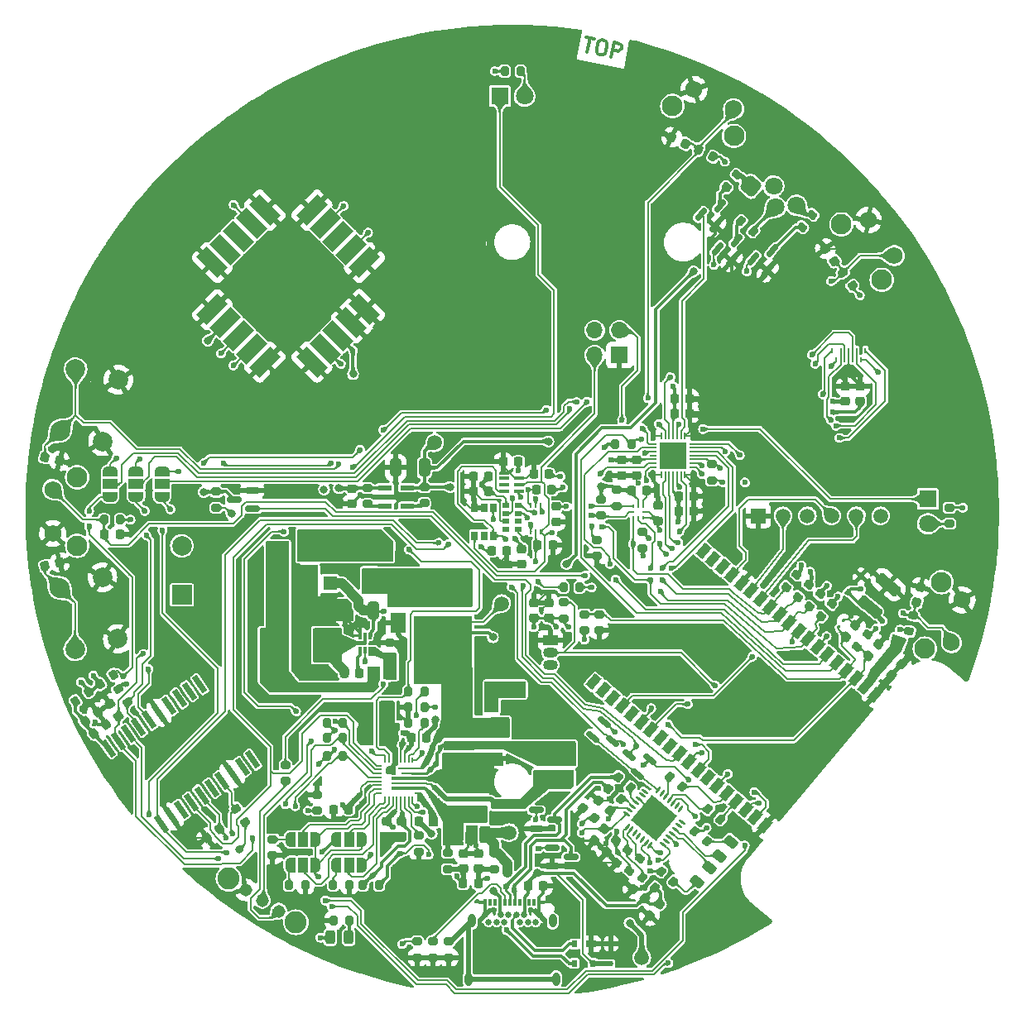
<source format=gtl>
G04 #@! TF.GenerationSoftware,KiCad,Pcbnew,6.0.7-1.fc36*
G04 #@! TF.CreationDate,2022-08-25T14:45:57+02:00*
G04 #@! TF.ProjectId,LAITS-HW,4c414954-532d-4485-972e-6b696361645f,1.0.3*
G04 #@! TF.SameCoordinates,Original*
G04 #@! TF.FileFunction,Copper,L1,Top*
G04 #@! TF.FilePolarity,Positive*
%FSLAX46Y46*%
G04 Gerber Fmt 4.6, Leading zero omitted, Abs format (unit mm)*
G04 Created by KiCad (PCBNEW 6.0.7-1.fc36) date 2022-08-25 14:45:57*
%MOMM*%
%LPD*%
G01*
G04 APERTURE LIST*
G04 Aperture macros list*
%AMRoundRect*
0 Rectangle with rounded corners*
0 $1 Rounding radius*
0 $2 $3 $4 $5 $6 $7 $8 $9 X,Y pos of 4 corners*
0 Add a 4 corners polygon primitive as box body*
4,1,4,$2,$3,$4,$5,$6,$7,$8,$9,$2,$3,0*
0 Add four circle primitives for the rounded corners*
1,1,$1+$1,$2,$3*
1,1,$1+$1,$4,$5*
1,1,$1+$1,$6,$7*
1,1,$1+$1,$8,$9*
0 Add four rect primitives between the rounded corners*
20,1,$1+$1,$2,$3,$4,$5,0*
20,1,$1+$1,$4,$5,$6,$7,0*
20,1,$1+$1,$6,$7,$8,$9,0*
20,1,$1+$1,$8,$9,$2,$3,0*%
%AMRotRect*
0 Rectangle, with rotation*
0 The origin of the aperture is its center*
0 $1 length*
0 $2 width*
0 $3 Rotation angle, in degrees counterclockwise*
0 Add horizontal line*
21,1,$1,$2,0,0,$3*%
%AMFreePoly0*
4,1,25,1.026854,0.150354,1.027000,0.150000,1.027000,-0.250000,1.026854,-0.250354,1.026500,-0.250500,-0.153500,-0.250500,-0.153512,-0.250495,-0.153526,-0.250500,-0.153685,-0.250424,-0.153854,-0.250354,-0.153860,-0.250340,-0.153872,-0.250334,-0.198723,-0.200500,-0.813500,-0.200500,-0.813854,-0.200354,-0.814000,-0.200000,-0.814000,0.000000,-0.813854,0.000354,-0.813500,0.000500,-0.200192,0.000500,
-0.033835,0.150371,-0.033669,0.150430,-0.033500,0.150500,1.026500,0.150500,1.026854,0.150354,1.026854,0.150354,$1*%
%AMFreePoly1*
4,1,22,0.550000,-0.750000,0.000000,-0.750000,0.000000,-0.745033,-0.079941,-0.743568,-0.215256,-0.701293,-0.333266,-0.622738,-0.424486,-0.514219,-0.481581,-0.384460,-0.499164,-0.250000,-0.500000,-0.250000,-0.500000,0.250000,-0.499164,0.250000,-0.499963,0.256109,-0.478152,0.396186,-0.417904,0.524511,-0.324060,0.630769,-0.204165,0.706417,-0.067858,0.745374,0.000000,0.744959,0.000000,0.750000,
0.550000,0.750000,0.550000,-0.750000,0.550000,-0.750000,$1*%
%AMFreePoly2*
4,1,20,0.000000,0.744959,0.073905,0.744508,0.209726,0.703889,0.328688,0.626782,0.421226,0.519385,0.479903,0.390333,0.500000,0.250000,0.500000,-0.250000,0.499851,-0.262216,0.476331,-0.402017,0.414519,-0.529596,0.319384,-0.634700,0.198574,-0.708877,0.061801,-0.746166,0.000000,-0.745033,0.000000,-0.750000,-0.550000,-0.750000,-0.550000,0.750000,0.000000,0.750000,0.000000,0.744959,
0.000000,0.744959,$1*%
G04 Aperture macros list end*
%ADD10C,0.300000*%
G04 #@! TA.AperFunction,NonConductor*
%ADD11C,0.300000*%
G04 #@! TD*
G04 #@! TA.AperFunction,ComponentPad*
%ADD12C,2.000000*%
G04 #@! TD*
G04 #@! TA.AperFunction,SMDPad,CuDef*
%ADD13RoundRect,0.200000X-0.275000X0.200000X-0.275000X-0.200000X0.275000X-0.200000X0.275000X0.200000X0*%
G04 #@! TD*
G04 #@! TA.AperFunction,SMDPad,CuDef*
%ADD14RoundRect,0.250000X0.633743X-0.956031X1.051555X-0.458102X-0.633743X0.956031X-1.051555X0.458102X0*%
G04 #@! TD*
G04 #@! TA.AperFunction,SMDPad,CuDef*
%ADD15RoundRect,0.200000X0.329975X0.082105X0.023558X0.339220X-0.329975X-0.082105X-0.023558X-0.339220X0*%
G04 #@! TD*
G04 #@! TA.AperFunction,SMDPad,CuDef*
%ADD16RoundRect,0.243750X-0.192828X0.479995X-0.506187X0.106549X0.192828X-0.479995X0.506187X-0.106549X0*%
G04 #@! TD*
G04 #@! TA.AperFunction,SMDPad,CuDef*
%ADD17RoundRect,0.200000X-0.329975X-0.082105X-0.023558X-0.339220X0.329975X0.082105X0.023558X0.339220X0*%
G04 #@! TD*
G04 #@! TA.AperFunction,SMDPad,CuDef*
%ADD18RoundRect,0.250000X0.650000X-0.325000X0.650000X0.325000X-0.650000X0.325000X-0.650000X-0.325000X0*%
G04 #@! TD*
G04 #@! TA.AperFunction,SMDPad,CuDef*
%ADD19RoundRect,0.225000X0.333843X-0.040915X0.075733X0.327703X-0.333843X0.040915X-0.075733X-0.327703X0*%
G04 #@! TD*
G04 #@! TA.AperFunction,ComponentPad*
%ADD20R,2.000000X2.000000*%
G04 #@! TD*
G04 #@! TA.AperFunction,SMDPad,CuDef*
%ADD21RoundRect,0.200000X-0.082105X0.329975X-0.339220X0.023558X0.082105X-0.329975X0.339220X-0.023558X0*%
G04 #@! TD*
G04 #@! TA.AperFunction,SMDPad,CuDef*
%ADD22RoundRect,0.225000X0.225000X0.250000X-0.225000X0.250000X-0.225000X-0.250000X0.225000X-0.250000X0*%
G04 #@! TD*
G04 #@! TA.AperFunction,SMDPad,CuDef*
%ADD23R,1.440000X1.480000*%
G04 #@! TD*
G04 #@! TA.AperFunction,SMDPad,CuDef*
%ADD24RoundRect,0.225000X-0.333057X-0.046884X0.011663X-0.336138X0.333057X0.046884X-0.011663X0.336138X0*%
G04 #@! TD*
G04 #@! TA.AperFunction,SMDPad,CuDef*
%ADD25R,0.723000X0.200000*%
G04 #@! TD*
G04 #@! TA.AperFunction,SMDPad,CuDef*
%ADD26R,3.025000X0.300000*%
G04 #@! TD*
G04 #@! TA.AperFunction,SMDPad,CuDef*
%ADD27R,3.025000X0.200000*%
G04 #@! TD*
G04 #@! TA.AperFunction,SMDPad,CuDef*
%ADD28R,2.025000X0.250000*%
G04 #@! TD*
G04 #@! TA.AperFunction,SMDPad,CuDef*
%ADD29R,2.425000X0.200000*%
G04 #@! TD*
G04 #@! TA.AperFunction,SMDPad,CuDef*
%ADD30R,0.200000X0.625000*%
G04 #@! TD*
G04 #@! TA.AperFunction,SMDPad,CuDef*
%ADD31R,0.200000X0.600000*%
G04 #@! TD*
G04 #@! TA.AperFunction,SMDPad,CuDef*
%ADD32FreePoly0,270.000000*%
G04 #@! TD*
G04 #@! TA.AperFunction,SMDPad,CuDef*
%ADD33R,0.625000X0.200000*%
G04 #@! TD*
G04 #@! TA.AperFunction,SMDPad,CuDef*
%ADD34RoundRect,0.243750X0.243750X0.456250X-0.243750X0.456250X-0.243750X-0.456250X0.243750X-0.456250X0*%
G04 #@! TD*
G04 #@! TA.AperFunction,SMDPad,CuDef*
%ADD35RoundRect,0.150000X-0.587500X-0.150000X0.587500X-0.150000X0.587500X0.150000X-0.587500X0.150000X0*%
G04 #@! TD*
G04 #@! TA.AperFunction,SMDPad,CuDef*
%ADD36RoundRect,0.225000X0.333057X0.046884X-0.011663X0.336138X-0.333057X-0.046884X0.011663X-0.336138X0*%
G04 #@! TD*
G04 #@! TA.AperFunction,SMDPad,CuDef*
%ADD37RoundRect,0.200000X0.275000X-0.200000X0.275000X0.200000X-0.275000X0.200000X-0.275000X-0.200000X0*%
G04 #@! TD*
G04 #@! TA.AperFunction,SMDPad,CuDef*
%ADD38RoundRect,0.225000X-0.225000X-0.250000X0.225000X-0.250000X0.225000X0.250000X-0.225000X0.250000X0*%
G04 #@! TD*
G04 #@! TA.AperFunction,SMDPad,CuDef*
%ADD39RoundRect,0.225000X-0.250000X0.225000X-0.250000X-0.225000X0.250000X-0.225000X0.250000X0.225000X0*%
G04 #@! TD*
G04 #@! TA.AperFunction,SMDPad,CuDef*
%ADD40RoundRect,0.200000X-0.200000X-0.275000X0.200000X-0.275000X0.200000X0.275000X-0.200000X0.275000X0*%
G04 #@! TD*
G04 #@! TA.AperFunction,SMDPad,CuDef*
%ADD41RoundRect,0.225000X0.040915X0.333843X-0.327703X0.075733X-0.040915X-0.333843X0.327703X-0.075733X0*%
G04 #@! TD*
G04 #@! TA.AperFunction,SMDPad,CuDef*
%ADD42R,0.300000X0.700000*%
G04 #@! TD*
G04 #@! TA.AperFunction,ComponentPad*
%ADD43C,0.650000*%
G04 #@! TD*
G04 #@! TA.AperFunction,ComponentPad*
%ADD44O,0.800000X1.400000*%
G04 #@! TD*
G04 #@! TA.AperFunction,SMDPad,CuDef*
%ADD45RoundRect,0.225000X-0.046884X0.333057X-0.336138X-0.011663X0.046884X-0.333057X0.336138X0.011663X0*%
G04 #@! TD*
G04 #@! TA.AperFunction,ComponentPad*
%ADD46C,1.500000*%
G04 #@! TD*
G04 #@! TA.AperFunction,SMDPad,CuDef*
%ADD47RoundRect,0.225000X0.250000X-0.225000X0.250000X0.225000X-0.250000X0.225000X-0.250000X-0.225000X0*%
G04 #@! TD*
G04 #@! TA.AperFunction,SMDPad,CuDef*
%ADD48RoundRect,0.225000X0.046884X-0.333057X0.336138X0.011663X-0.046884X0.333057X-0.336138X-0.011663X0*%
G04 #@! TD*
G04 #@! TA.AperFunction,SMDPad,CuDef*
%ADD49RoundRect,0.225000X-0.040915X-0.333843X0.327703X-0.075733X0.040915X0.333843X-0.327703X0.075733X0*%
G04 #@! TD*
G04 #@! TA.AperFunction,SMDPad,CuDef*
%ADD50FreePoly1,90.000000*%
G04 #@! TD*
G04 #@! TA.AperFunction,SMDPad,CuDef*
%ADD51R,1.500000X1.000000*%
G04 #@! TD*
G04 #@! TA.AperFunction,SMDPad,CuDef*
%ADD52FreePoly2,90.000000*%
G04 #@! TD*
G04 #@! TA.AperFunction,SMDPad,CuDef*
%ADD53RoundRect,0.200000X-0.340037X0.000162X-0.104923X-0.323444X0.340037X-0.000162X0.104923X0.323444X0*%
G04 #@! TD*
G04 #@! TA.AperFunction,SMDPad,CuDef*
%ADD54R,0.700000X0.900000*%
G04 #@! TD*
G04 #@! TA.AperFunction,SMDPad,CuDef*
%ADD55RoundRect,0.040600X-0.669400X-0.249400X0.669400X-0.249400X0.669400X0.249400X-0.669400X0.249400X0*%
G04 #@! TD*
G04 #@! TA.AperFunction,SMDPad,CuDef*
%ADD56RoundRect,0.250000X-0.312500X-0.625000X0.312500X-0.625000X0.312500X0.625000X-0.312500X0.625000X0*%
G04 #@! TD*
G04 #@! TA.AperFunction,SMDPad,CuDef*
%ADD57RoundRect,0.200000X0.006097X0.339982X-0.321564X0.110552X-0.006097X-0.339982X0.321564X-0.110552X0*%
G04 #@! TD*
G04 #@! TA.AperFunction,SMDPad,CuDef*
%ADD58FreePoly1,0.000000*%
G04 #@! TD*
G04 #@! TA.AperFunction,SMDPad,CuDef*
%ADD59R,1.000000X1.500000*%
G04 #@! TD*
G04 #@! TA.AperFunction,SMDPad,CuDef*
%ADD60FreePoly2,0.000000*%
G04 #@! TD*
G04 #@! TA.AperFunction,ComponentPad*
%ADD61R,1.500000X1.050000*%
G04 #@! TD*
G04 #@! TA.AperFunction,ComponentPad*
%ADD62O,1.500000X1.050000*%
G04 #@! TD*
G04 #@! TA.AperFunction,SMDPad,CuDef*
%ADD63RoundRect,0.250000X0.325000X0.650000X-0.325000X0.650000X-0.325000X-0.650000X0.325000X-0.650000X0*%
G04 #@! TD*
G04 #@! TA.AperFunction,SMDPad,CuDef*
%ADD64R,1.000000X0.400000*%
G04 #@! TD*
G04 #@! TA.AperFunction,SMDPad,CuDef*
%ADD65RoundRect,0.150000X-0.262731X-0.546469X0.492544X0.353633X0.262731X0.546469X-0.492544X-0.353633X0*%
G04 #@! TD*
G04 #@! TA.AperFunction,SMDPad,CuDef*
%ADD66R,0.250000X0.550000*%
G04 #@! TD*
G04 #@! TA.AperFunction,SMDPad,CuDef*
%ADD67RotRect,0.360000X0.250000X230.000000*%
G04 #@! TD*
G04 #@! TA.AperFunction,SMDPad,CuDef*
%ADD68RoundRect,0.041300X0.734764X-0.607039X-0.319126X0.898071X-0.734764X0.607039X0.319126X-0.898071X0*%
G04 #@! TD*
G04 #@! TA.AperFunction,SMDPad,CuDef*
%ADD69R,0.450000X0.600000*%
G04 #@! TD*
G04 #@! TA.AperFunction,SMDPad,CuDef*
%ADD70R,0.200000X0.800000*%
G04 #@! TD*
G04 #@! TA.AperFunction,SMDPad,CuDef*
%ADD71R,0.800000X0.200000*%
G04 #@! TD*
G04 #@! TA.AperFunction,SMDPad,CuDef*
%ADD72R,2.750000X2.750000*%
G04 #@! TD*
G04 #@! TA.AperFunction,SMDPad,CuDef*
%ADD73R,2.950000X3.500000*%
G04 #@! TD*
G04 #@! TA.AperFunction,SMDPad,CuDef*
%ADD74RoundRect,0.250000X-0.325000X-0.650000X0.325000X-0.650000X0.325000X0.650000X-0.325000X0.650000X0*%
G04 #@! TD*
G04 #@! TA.AperFunction,SMDPad,CuDef*
%ADD75RoundRect,0.200000X-0.218447X0.260588X-0.315216X-0.127531X0.218447X-0.260588X0.315216X0.127531X0*%
G04 #@! TD*
G04 #@! TA.AperFunction,SMDPad,CuDef*
%ADD76RotRect,3.000000X1.500000X135.000000*%
G04 #@! TD*
G04 #@! TA.AperFunction,SMDPad,CuDef*
%ADD77RotRect,1.500000X3.000000X135.000000*%
G04 #@! TD*
G04 #@! TA.AperFunction,SMDPad,CuDef*
%ADD78RoundRect,0.200000X0.200000X0.275000X-0.200000X0.275000X-0.200000X-0.275000X0.200000X-0.275000X0*%
G04 #@! TD*
G04 #@! TA.AperFunction,SMDPad,CuDef*
%ADD79RoundRect,0.200000X-0.339982X0.006097X-0.110552X-0.321564X0.339982X-0.006097X0.110552X0.321564X0*%
G04 #@! TD*
G04 #@! TA.AperFunction,SMDPad,CuDef*
%ADD80RoundRect,0.225000X-0.188142X0.278797X-0.297006X-0.157836X0.188142X-0.278797X0.297006X0.157836X0*%
G04 #@! TD*
G04 #@! TA.AperFunction,SMDPad,CuDef*
%ADD81RoundRect,0.200000X-0.006097X-0.339982X0.321564X-0.110552X0.006097X0.339982X-0.321564X0.110552X0*%
G04 #@! TD*
G04 #@! TA.AperFunction,SMDPad,CuDef*
%ADD82R,0.220000X0.400000*%
G04 #@! TD*
G04 #@! TA.AperFunction,SMDPad,CuDef*
%ADD83R,0.400000X0.220000*%
G04 #@! TD*
G04 #@! TA.AperFunction,SMDPad,CuDef*
%ADD84RotRect,1.500000X0.900000X230.000000*%
G04 #@! TD*
G04 #@! TA.AperFunction,SMDPad,CuDef*
%ADD85RotRect,0.900000X0.900000X230.000000*%
G04 #@! TD*
G04 #@! TA.AperFunction,SMDPad,CuDef*
%ADD86R,1.500000X2.120000*%
G04 #@! TD*
G04 #@! TA.AperFunction,SMDPad,CuDef*
%ADD87R,5.300000X2.000000*%
G04 #@! TD*
G04 #@! TA.AperFunction,SMDPad,CuDef*
%ADD88RoundRect,0.243750X0.192828X-0.479995X0.506187X-0.106549X-0.192828X0.479995X-0.506187X0.106549X0*%
G04 #@! TD*
G04 #@! TA.AperFunction,SMDPad,CuDef*
%ADD89R,3.400000X0.980000*%
G04 #@! TD*
G04 #@! TA.AperFunction,ComponentPad*
%ADD90R,1.508000X1.508000*%
G04 #@! TD*
G04 #@! TA.AperFunction,ComponentPad*
%ADD91C,1.508000*%
G04 #@! TD*
G04 #@! TA.AperFunction,SMDPad,CuDef*
%ADD92RoundRect,0.225000X0.278797X0.188142X-0.157836X0.297006X-0.278797X-0.188142X0.157836X-0.297006X0*%
G04 #@! TD*
G04 #@! TA.AperFunction,SMDPad,CuDef*
%ADD93RoundRect,0.200000X0.339982X-0.006097X0.110552X0.321564X-0.339982X0.006097X-0.110552X-0.321564X0*%
G04 #@! TD*
G04 #@! TA.AperFunction,SMDPad,CuDef*
%ADD94RoundRect,0.150000X0.546469X-0.262731X-0.353633X0.492544X-0.546469X0.262731X0.353633X-0.492544X0*%
G04 #@! TD*
G04 #@! TA.AperFunction,SMDPad,CuDef*
%ADD95RoundRect,0.200000X0.300311X0.159494X-0.059207X0.334843X-0.300311X-0.159494X0.059207X-0.334843X0*%
G04 #@! TD*
G04 #@! TA.AperFunction,SMDPad,CuDef*
%ADD96R,0.690000X0.590000*%
G04 #@! TD*
G04 #@! TA.AperFunction,SMDPad,CuDef*
%ADD97RoundRect,0.200000X0.082105X-0.329975X0.339220X-0.023558X-0.082105X0.329975X-0.339220X0.023558X0*%
G04 #@! TD*
G04 #@! TA.AperFunction,SMDPad,CuDef*
%ADD98RoundRect,0.250000X-1.100000X0.325000X-1.100000X-0.325000X1.100000X-0.325000X1.100000X0.325000X0*%
G04 #@! TD*
G04 #@! TA.AperFunction,SMDPad,CuDef*
%ADD99RotRect,0.600000X0.450000X50.000000*%
G04 #@! TD*
G04 #@! TA.AperFunction,SMDPad,CuDef*
%ADD100RoundRect,0.225000X0.157836X0.297006X-0.278797X0.188142X-0.157836X-0.297006X0.278797X-0.188142X0*%
G04 #@! TD*
G04 #@! TA.AperFunction,ComponentPad*
%ADD101R,1.700000X1.700000*%
G04 #@! TD*
G04 #@! TA.AperFunction,ComponentPad*
%ADD102O,1.700000X1.700000*%
G04 #@! TD*
G04 #@! TA.AperFunction,SMDPad,CuDef*
%ADD103RoundRect,0.250000X0.312500X0.625000X-0.312500X0.625000X-0.312500X-0.625000X0.312500X-0.625000X0*%
G04 #@! TD*
G04 #@! TA.AperFunction,SMDPad,CuDef*
%ADD104R,1.000000X0.700000*%
G04 #@! TD*
G04 #@! TA.AperFunction,SMDPad,CuDef*
%ADD105R,0.600000X0.700000*%
G04 #@! TD*
G04 #@! TA.AperFunction,SMDPad,CuDef*
%ADD106RoundRect,0.225000X-0.334506X0.035083X-0.070003X-0.328975X0.334506X-0.035083X0.070003X0.328975X0*%
G04 #@! TD*
G04 #@! TA.AperFunction,SMDPad,CuDef*
%ADD107RoundRect,0.225000X-0.311821X-0.126065X0.092636X-0.323332X0.311821X0.126065X-0.092636X0.323332X0*%
G04 #@! TD*
G04 #@! TA.AperFunction,SMDPad,CuDef*
%ADD108RoundRect,0.150000X0.587500X0.150000X-0.587500X0.150000X-0.587500X-0.150000X0.587500X-0.150000X0*%
G04 #@! TD*
G04 #@! TA.AperFunction,SMDPad,CuDef*
%ADD109RoundRect,0.062500X-0.298714X0.169063X0.218366X-0.264819X0.298714X-0.169063X-0.218366X0.264819X0*%
G04 #@! TD*
G04 #@! TA.AperFunction,SMDPad,CuDef*
%ADD110RoundRect,0.062500X-0.264819X-0.218366X-0.169063X-0.298714X0.264819X0.218366X0.169063X0.298714X0*%
G04 #@! TD*
G04 #@! TA.AperFunction,SMDPad,CuDef*
%ADD111RotRect,3.350000X3.350000X320.000000*%
G04 #@! TD*
G04 #@! TA.AperFunction,SMDPad,CuDef*
%ADD112RoundRect,0.150000X-0.546469X0.262731X0.353633X-0.492544X0.546469X-0.262731X-0.353633X0.492544X0*%
G04 #@! TD*
G04 #@! TA.AperFunction,WasherPad*
%ADD113C,2.250000*%
G04 #@! TD*
G04 #@! TA.AperFunction,ComponentPad*
%ADD114C,1.308000*%
G04 #@! TD*
G04 #@! TA.AperFunction,ComponentPad*
%ADD115RoundRect,0.450000X-0.633974X-0.055466X0.055466X-0.633974X0.633974X0.055466X-0.055466X0.633974X0*%
G04 #@! TD*
G04 #@! TA.AperFunction,ComponentPad*
%ADD116C,1.800000*%
G04 #@! TD*
G04 #@! TA.AperFunction,ComponentPad*
%ADD117C,2.100000*%
G04 #@! TD*
G04 #@! TA.AperFunction,ComponentPad*
%ADD118C,1.750000*%
G04 #@! TD*
G04 #@! TA.AperFunction,ComponentPad*
%ADD119R,1.800000X1.800000*%
G04 #@! TD*
G04 #@! TA.AperFunction,ViaPad*
%ADD120C,0.600000*%
G04 #@! TD*
G04 #@! TA.AperFunction,ViaPad*
%ADD121C,0.800000*%
G04 #@! TD*
G04 #@! TA.AperFunction,Conductor*
%ADD122C,0.200000*%
G04 #@! TD*
G04 #@! TA.AperFunction,Conductor*
%ADD123C,0.350000*%
G04 #@! TD*
G04 #@! TA.AperFunction,Conductor*
%ADD124C,0.300000*%
G04 #@! TD*
G04 #@! TA.AperFunction,Conductor*
%ADD125C,0.500000*%
G04 #@! TD*
G04 #@! TA.AperFunction,Conductor*
%ADD126C,0.800000*%
G04 #@! TD*
G04 #@! TA.AperFunction,Conductor*
%ADD127C,0.275000*%
G04 #@! TD*
G04 #@! TA.AperFunction,Conductor*
%ADD128C,0.250000*%
G04 #@! TD*
G04 #@! TA.AperFunction,Conductor*
%ADD129C,1.000000*%
G04 #@! TD*
G04 #@! TA.AperFunction,Conductor*
%ADD130C,0.150000*%
G04 #@! TD*
G04 APERTURE END LIST*
D10*
D11*
X91538539Y-65398860D02*
X92379934Y-65562410D01*
X91673023Y-66953076D02*
X91959237Y-65480635D01*
X93151212Y-65712331D02*
X93431677Y-65766848D01*
X93558281Y-65864223D01*
X93671255Y-66031714D01*
X93686854Y-66325808D01*
X93591449Y-66816622D01*
X93466816Y-67083457D01*
X93299326Y-67196431D01*
X93145464Y-67239289D01*
X92864999Y-67184772D01*
X92738396Y-67087398D01*
X92625422Y-66919907D01*
X92609822Y-66625813D01*
X92705227Y-66134999D01*
X92829860Y-65868163D01*
X92997351Y-65755189D01*
X93151212Y-65712331D01*
X94127091Y-67430098D02*
X94413305Y-65957657D01*
X94974234Y-66066691D01*
X95100838Y-66164066D01*
X95157325Y-66247811D01*
X95200182Y-66401673D01*
X95159295Y-66612021D01*
X95061920Y-66738625D01*
X94978175Y-66795112D01*
X94824313Y-66837969D01*
X94263383Y-66728936D01*
D12*
X42076919Y-120712215D03*
X43649412Y-127019137D03*
X37710589Y-121800864D03*
X39283081Y-128107786D03*
X43708823Y-100491726D03*
X42136331Y-106798649D03*
X39342492Y-99403078D03*
X37770000Y-105710000D03*
D13*
X74300000Y-157975000D03*
X74300000Y-159625000D03*
D14*
X120561888Y-123729916D03*
X122458112Y-121470084D03*
D15*
X98581987Y-152480299D03*
X97318013Y-151419699D03*
D13*
X92900000Y-124500000D03*
X92900000Y-126150000D03*
D16*
X104125658Y-150440399D03*
X102920432Y-151876733D03*
D17*
X100088013Y-141099700D03*
X101351987Y-142160300D03*
D18*
X77900000Y-145025000D03*
X77900000Y-142075000D03*
D19*
X43744522Y-134934843D03*
X42855478Y-133665157D03*
D20*
X50200000Y-122500000D03*
D12*
X50200000Y-117500000D03*
D21*
X120305300Y-126593013D03*
X119244700Y-127856987D03*
D22*
X67265000Y-144470000D03*
X65715000Y-144470000D03*
D23*
X65360000Y-121350000D03*
X69690000Y-121350000D03*
D24*
X122581316Y-128576840D03*
X123768684Y-129573160D03*
D25*
X74338000Y-142811000D03*
D26*
X73188000Y-142311000D03*
D27*
X73188000Y-141811000D03*
D26*
X73187000Y-141311000D03*
D28*
X73687000Y-140786000D03*
D29*
X73487000Y-140311000D03*
D30*
X73800000Y-139413000D03*
X73400000Y-139413000D03*
X73000000Y-139413000D03*
X72600000Y-139413000D03*
D31*
X72200000Y-139400000D03*
D32*
X71900000Y-139910000D03*
D31*
X71400000Y-139400000D03*
D30*
X71000000Y-139413000D03*
D33*
X70412000Y-140001000D03*
X70412000Y-140401000D03*
X70412000Y-140801000D03*
X70412000Y-141201000D03*
X70412000Y-141601000D03*
X70412000Y-142001000D03*
X70412000Y-142401000D03*
X70412000Y-142801000D03*
D30*
X71000000Y-143387000D03*
X71400000Y-143387000D03*
X71800000Y-143387000D03*
X72200000Y-143387000D03*
X72600000Y-143387000D03*
X73000000Y-143387000D03*
X73400000Y-143387000D03*
X73800000Y-143387000D03*
D13*
X92650000Y-116875000D03*
X92650000Y-118525000D03*
D34*
X67262500Y-157575000D03*
X65387500Y-157575000D03*
D35*
X88112500Y-148400000D03*
X88112500Y-150300000D03*
X89987500Y-149350000D03*
D13*
X74475000Y-147175000D03*
X74475000Y-148825000D03*
D36*
X94043684Y-144598160D03*
X92856316Y-143601840D03*
D17*
X93818013Y-142369700D03*
X95081987Y-143430300D03*
D37*
X71525000Y-129050000D03*
X71525000Y-127400000D03*
D38*
X66825000Y-130525000D03*
X68375000Y-130525000D03*
D39*
X96730000Y-108715000D03*
X96730000Y-110265000D03*
D40*
X94545000Y-107100000D03*
X96195000Y-107100000D03*
D41*
X54034843Y-146480478D03*
X52765157Y-147369522D03*
D39*
X80550000Y-148975000D03*
X80550000Y-150525000D03*
D40*
X61175000Y-152200000D03*
X62825000Y-152200000D03*
D42*
X81250000Y-153980000D03*
X81750000Y-153980000D03*
X82250000Y-153980000D03*
X82750000Y-153980000D03*
X83250000Y-153980000D03*
X83750000Y-153980000D03*
X84250000Y-153980000D03*
X84750000Y-153980000D03*
X85250000Y-153980000D03*
X85750000Y-153980000D03*
X86250000Y-153980000D03*
X86750000Y-153980000D03*
D43*
X86800000Y-155290000D03*
X86400000Y-155990000D03*
X85600000Y-155990000D03*
X85200000Y-155290000D03*
X84800000Y-155990000D03*
X84400000Y-155290000D03*
X83600000Y-155290000D03*
X83200000Y-155990000D03*
X82800000Y-155290000D03*
X82400000Y-155990000D03*
X81600000Y-155990000D03*
X81200000Y-155290000D03*
D44*
X88490000Y-161840000D03*
X88130000Y-155890000D03*
X79510000Y-161840000D03*
X79870000Y-155890000D03*
D21*
X95780300Y-148643013D03*
X94719700Y-149906987D03*
D45*
X94623160Y-147656316D03*
X93626840Y-148843684D03*
D46*
X76070000Y-106940000D03*
D45*
X99048160Y-154156316D03*
X98051840Y-155343684D03*
D21*
X113090300Y-120448013D03*
X112029700Y-121711987D03*
D22*
X75975000Y-145700000D03*
X74425000Y-145700000D03*
D17*
X94818013Y-141169699D03*
X96081987Y-142230299D03*
D47*
X98900000Y-114925000D03*
X98900000Y-113375000D03*
D13*
X93100000Y-112725000D03*
X93100000Y-114375000D03*
D48*
X120451840Y-128793684D03*
X121448160Y-127606316D03*
D49*
X41215157Y-136694522D03*
X42484843Y-135805478D03*
D46*
X82930000Y-123400000D03*
D50*
X45525000Y-112475000D03*
D51*
X45525000Y-111175000D03*
D52*
X45525000Y-109875000D03*
D37*
X64050000Y-144600000D03*
X64050000Y-142950000D03*
D53*
X117815077Y-89532561D03*
X118784923Y-90867439D03*
D46*
X97250000Y-159650000D03*
D54*
X82050000Y-113575000D03*
X81100000Y-113575000D03*
X80150000Y-113575000D03*
X80150000Y-116475000D03*
X81100000Y-116475000D03*
X82050000Y-116475000D03*
D55*
X70955000Y-111550000D03*
X70955000Y-112500000D03*
X70955000Y-113450000D03*
X73245000Y-113450000D03*
X73245000Y-111550000D03*
D56*
X60362500Y-118125000D03*
X63287500Y-118125000D03*
D57*
X40675800Y-132451799D03*
X39324200Y-133398201D03*
D37*
X91375000Y-126150000D03*
X91375000Y-124500000D03*
D22*
X81575000Y-110425000D03*
X80025000Y-110425000D03*
D40*
X65015000Y-137160000D03*
X66665000Y-137160000D03*
D13*
X82180000Y-148925000D03*
X82180000Y-150575000D03*
D22*
X81575000Y-111950000D03*
X80025000Y-111950000D03*
D21*
X116660526Y-123440195D03*
X115599926Y-124704169D03*
D36*
X92393684Y-145348160D03*
X91206316Y-144351840D03*
D17*
X99218013Y-150819700D03*
X100481987Y-151880300D03*
D39*
X72700000Y-145675000D03*
X72700000Y-147225000D03*
X84975000Y-117800000D03*
X84975000Y-119350000D03*
D58*
X66000000Y-147550000D03*
D59*
X67300000Y-147550000D03*
D60*
X68600000Y-147550000D03*
D58*
X61300000Y-147550000D03*
D59*
X62600000Y-147550000D03*
D60*
X63900000Y-147550000D03*
D49*
X40315157Y-135444522D03*
X41584843Y-134555478D03*
D61*
X87900000Y-127150000D03*
D62*
X87900000Y-128420000D03*
X87900000Y-129690000D03*
D38*
X100600000Y-102425000D03*
X102150000Y-102425000D03*
D63*
X75025000Y-109500000D03*
X72075000Y-109500000D03*
D64*
X84662500Y-111900000D03*
X84662500Y-111250000D03*
X84662500Y-110600000D03*
X83162500Y-110600000D03*
X83162500Y-111250000D03*
X83162500Y-111900000D03*
D39*
X95190000Y-108715000D03*
X95190000Y-110265000D03*
D40*
X69825000Y-130525000D03*
X71475000Y-130525000D03*
D65*
X108655922Y-88112599D03*
X110111407Y-89333896D03*
X110588891Y-87286914D03*
D13*
X59500000Y-147525000D03*
X59500000Y-149175000D03*
D23*
X77547500Y-133800000D03*
X81877500Y-133800000D03*
D21*
X114285789Y-121447554D03*
X113225189Y-122711528D03*
D66*
X86900000Y-113325000D03*
X86400000Y-113325000D03*
X85900000Y-113325000D03*
X85900000Y-116075000D03*
X86400000Y-116075000D03*
X86900000Y-116075000D03*
D67*
X117355029Y-125771739D03*
X117894971Y-125128261D03*
D38*
X100600000Y-103950000D03*
X102150000Y-103950000D03*
D68*
X48075827Y-145943709D03*
X49116150Y-145215267D03*
X50156473Y-144486825D03*
X51196796Y-143758383D03*
X52237119Y-143029941D03*
X53277442Y-142301499D03*
X54317765Y-141573057D03*
X55358089Y-140844614D03*
X56398412Y-140116172D03*
X57438735Y-139387730D03*
X52024173Y-131654935D03*
X50983850Y-132383377D03*
X49943527Y-133111819D03*
X48903204Y-133840261D03*
X47862881Y-134568703D03*
X46822558Y-135297145D03*
X45782235Y-136025587D03*
X44741911Y-136754030D03*
X43701588Y-137482472D03*
X42661265Y-138210914D03*
D69*
X94100000Y-160300000D03*
X94100000Y-158200000D03*
D38*
X85625000Y-152300000D03*
X87175000Y-152300000D03*
D42*
X69450000Y-126700000D03*
X68950000Y-126700000D03*
X68450000Y-126700000D03*
X68450000Y-128200000D03*
X68950000Y-128200000D03*
X69450000Y-128200000D03*
D22*
X80525000Y-152050000D03*
X78975000Y-152050000D03*
D70*
X101650000Y-106250000D03*
X101250000Y-106250000D03*
X100850000Y-106250000D03*
X100450000Y-106250000D03*
X100050000Y-106250000D03*
X99650000Y-106250000D03*
X99250000Y-106250000D03*
D71*
X98450000Y-107050000D03*
X98450000Y-107450000D03*
X98450000Y-107850000D03*
X98450000Y-108250000D03*
X98450000Y-108650000D03*
X98450000Y-109050000D03*
X98450000Y-109450000D03*
D70*
X99250000Y-110250000D03*
X99650000Y-110250000D03*
X100050000Y-110250000D03*
X100450000Y-110250000D03*
X100850000Y-110250000D03*
X101250000Y-110250000D03*
X101650000Y-110250000D03*
D71*
X102450000Y-109450000D03*
X102450000Y-109050000D03*
X102450000Y-108650000D03*
X102450000Y-108250000D03*
X102450000Y-107850000D03*
X102450000Y-107450000D03*
X102450000Y-107050000D03*
D72*
X100450000Y-108250000D03*
D24*
X121606316Y-129751840D03*
X122793684Y-130748160D03*
D65*
X104994093Y-87076753D03*
X106449578Y-88298050D03*
X106927062Y-86251068D03*
D37*
X77500000Y-159625000D03*
X77500000Y-157975000D03*
D15*
X108649991Y-85303659D03*
X107386017Y-84243059D03*
D21*
X115473156Y-122443875D03*
X114412556Y-123707849D03*
D58*
X66000000Y-150150000D03*
D59*
X67300000Y-150150000D03*
D60*
X68600000Y-150150000D03*
D73*
X65100000Y-127675000D03*
X59650000Y-127675000D03*
D74*
X60375000Y-122900000D03*
X63325000Y-122900000D03*
D75*
X125009586Y-124649506D03*
X124610414Y-126250494D03*
D13*
X60800000Y-139925000D03*
X60800000Y-141575000D03*
X69200000Y-111575000D03*
X69200000Y-113225000D03*
D21*
X114693616Y-83607386D03*
X113633016Y-84871360D03*
D76*
X63504163Y-98678175D03*
X64847666Y-97334672D03*
X66191169Y-95991169D03*
X67534672Y-94647666D03*
X68878175Y-93304163D03*
D77*
X68878175Y-88495837D03*
X67534672Y-87152334D03*
X66191169Y-85808831D03*
X64847666Y-84465328D03*
X63504163Y-83121825D03*
D76*
X58695837Y-83121825D03*
X57352334Y-84465328D03*
X56008831Y-85808831D03*
X54665328Y-87152334D03*
X53321825Y-88495837D03*
D77*
X53321825Y-93304163D03*
X54665328Y-94647666D03*
X56008831Y-95991169D03*
X57352334Y-97334672D03*
X58695837Y-98678175D03*
D35*
X86462500Y-144550000D03*
X86462500Y-146450000D03*
X88337500Y-145500000D03*
D63*
X71650000Y-136800000D03*
X68700000Y-136800000D03*
D78*
X75025000Y-135600000D03*
X73375000Y-135600000D03*
D79*
X43676799Y-132174200D03*
X44623201Y-133525800D03*
D80*
X125737489Y-121748021D03*
X125362511Y-123251979D03*
D81*
X41849200Y-131648201D03*
X43200800Y-130701799D03*
D46*
X70775000Y-118050000D03*
D82*
X97350000Y-113450000D03*
X96850000Y-113450000D03*
X96350000Y-113450000D03*
D83*
X96250000Y-114050000D03*
D82*
X96350000Y-114650000D03*
X96850000Y-114650000D03*
X97350000Y-114650000D03*
D83*
X97450000Y-114050000D03*
D22*
X84625000Y-108900000D03*
X83075000Y-108900000D03*
D84*
X121082147Y-132715811D03*
X120109270Y-131899470D03*
X119136394Y-131083130D03*
X118163517Y-130266790D03*
X117190641Y-129450449D03*
X116217764Y-128634109D03*
X115244888Y-127817769D03*
X114272011Y-127001429D03*
X113299135Y-126185088D03*
X112326259Y-125368748D03*
X111353382Y-124552408D03*
X110380506Y-123736068D03*
X109407629Y-122919727D03*
X108434753Y-122103387D03*
X107461876Y-121287047D03*
X106489000Y-120470707D03*
X105516123Y-119654366D03*
X104543247Y-118838026D03*
X103570371Y-118021686D03*
X92321587Y-131427463D03*
X93294464Y-132243804D03*
X94267340Y-133060144D03*
X95240217Y-133876484D03*
X96213093Y-134692825D03*
X97185970Y-135509165D03*
X98158846Y-136325505D03*
X99131723Y-137141845D03*
X100104599Y-137958186D03*
X101077475Y-138774526D03*
X102050352Y-139590866D03*
X103023228Y-140407206D03*
X103996105Y-141223547D03*
X104968981Y-142039887D03*
X105941858Y-142856227D03*
X106914734Y-143672567D03*
X107887611Y-144488908D03*
X108860487Y-145305248D03*
X109833363Y-146121588D03*
D85*
X108007138Y-133036348D03*
X111051965Y-133763692D03*
X109079600Y-133936251D03*
X111951868Y-132691229D03*
X109979503Y-132863789D03*
X110152062Y-134836154D03*
X110879405Y-131791327D03*
X108907040Y-131963886D03*
X109806943Y-130891424D03*
D86*
X72325000Y-121110000D03*
X72325000Y-125340000D03*
D21*
X106976165Y-79513373D03*
X105915565Y-80777347D03*
D87*
X76975000Y-121475000D03*
X76975000Y-128075000D03*
D88*
X105197387Y-149218167D03*
X106402613Y-147781833D03*
D78*
X43900000Y-114825000D03*
X42250000Y-114825000D03*
D50*
X48175000Y-112475000D03*
D51*
X48175000Y-111175000D03*
D52*
X48175000Y-109875000D03*
D78*
X67350000Y-155825000D03*
X65700000Y-155825000D03*
D37*
X97330000Y-117725000D03*
X97330000Y-116075000D03*
D40*
X65015000Y-135640000D03*
X66665000Y-135640000D03*
D39*
X88475000Y-113475000D03*
X88475000Y-115025000D03*
D89*
X88250000Y-141735000D03*
X88250000Y-139365000D03*
D90*
X109187500Y-114425000D03*
D91*
X111687500Y-114425000D03*
X114187500Y-114425000D03*
X116687500Y-114425000D03*
X119187500Y-114425000D03*
X121687500Y-114425000D03*
D17*
X102618013Y-146669700D03*
X103881987Y-147730300D03*
D18*
X80300000Y-145025000D03*
X80300000Y-142075000D03*
D92*
X37711979Y-108807489D03*
X36208021Y-108432511D03*
D93*
X56698201Y-145750800D03*
X55751799Y-144399200D03*
D40*
X83217919Y-68900000D03*
X84867919Y-68900000D03*
D47*
X118087500Y-102725000D03*
X118087500Y-101175000D03*
D94*
X96807518Y-140830356D03*
X98028815Y-139374871D03*
X95981833Y-138897387D03*
D78*
X75025000Y-132400000D03*
X73375000Y-132400000D03*
D38*
X101005000Y-112440000D03*
X102555000Y-112440000D03*
D47*
X87760000Y-124880000D03*
X87760000Y-123330000D03*
D13*
X75000000Y-111475000D03*
X75000000Y-113125000D03*
D95*
X104541505Y-77661656D03*
X103058495Y-76938344D03*
D31*
X120100000Y-97500000D03*
X119200000Y-97500000D03*
X118400000Y-97500000D03*
X117600000Y-97500000D03*
X116700000Y-97500000D03*
X117100000Y-98450000D03*
X118000000Y-98450000D03*
X118800000Y-98450000D03*
X119700000Y-98450000D03*
D40*
X65675000Y-152200000D03*
X67325000Y-152200000D03*
D22*
X88025000Y-111725000D03*
X86475000Y-111725000D03*
D46*
X73920000Y-154300000D03*
D39*
X67600000Y-111625000D03*
X67600000Y-113175000D03*
D38*
X86575000Y-117450000D03*
X88125000Y-117450000D03*
D96*
X83360000Y-113375000D03*
X83360000Y-114175000D03*
X83360000Y-114975000D03*
X83360000Y-115775000D03*
X84640000Y-115775000D03*
X84640000Y-114975000D03*
X84640000Y-114175000D03*
X84640000Y-113375000D03*
D22*
X87750000Y-110175000D03*
X86200000Y-110175000D03*
D65*
X103291065Y-83545507D03*
X104746550Y-84766804D03*
X105224034Y-82719822D03*
D36*
X97543684Y-153598159D03*
X96356316Y-152601839D03*
D37*
X53725000Y-113600000D03*
X53725000Y-111950000D03*
D45*
X93423160Y-146456315D03*
X92426840Y-147643683D03*
D78*
X75025000Y-134000000D03*
X73375000Y-134000000D03*
D50*
X42875000Y-112475000D03*
D51*
X42875000Y-111175000D03*
D52*
X42875000Y-109875000D03*
D97*
X95969700Y-150781987D03*
X97030300Y-149518013D03*
D98*
X81450000Y-136275000D03*
X81450000Y-139225000D03*
D47*
X86210000Y-124880000D03*
X86210000Y-123330000D03*
D37*
X104400000Y-110800000D03*
X104400000Y-109150000D03*
D99*
X118325073Y-122204347D03*
X119674927Y-120595653D03*
D38*
X73675000Y-137125000D03*
X75225000Y-137125000D03*
D13*
X77380000Y-148925000D03*
X77380000Y-150575000D03*
D15*
X105291987Y-145490300D03*
X104028013Y-144429700D03*
D100*
X37721979Y-119192511D03*
X36218021Y-119567489D03*
D39*
X71150000Y-145675000D03*
X71150000Y-147225000D03*
D38*
X81900000Y-118025000D03*
X83450000Y-118025000D03*
D58*
X61300000Y-150150000D03*
D59*
X62600000Y-150150000D03*
D60*
X63900000Y-150150000D03*
D37*
X128700000Y-115225000D03*
X128700000Y-113575000D03*
D101*
X94975000Y-97975000D03*
D102*
X94975000Y-95435000D03*
X92435000Y-97975000D03*
X92435000Y-95435000D03*
D13*
X94650000Y-111775000D03*
X94650000Y-113425000D03*
D37*
X89290000Y-124925000D03*
X89290000Y-123275000D03*
D103*
X81212500Y-147050000D03*
X78287500Y-147050000D03*
D38*
X101005000Y-113970000D03*
X102555000Y-113970000D03*
D46*
X83700000Y-146850000D03*
D38*
X96175000Y-111850000D03*
X97725000Y-111850000D03*
D40*
X65025000Y-139000000D03*
X66675000Y-139000000D03*
D78*
X90875000Y-121730000D03*
X89225000Y-121730000D03*
D104*
X92050000Y-158250000D03*
D105*
X90350000Y-158250000D03*
X90350000Y-160250000D03*
X92250000Y-160250000D03*
D22*
X43850000Y-116350000D03*
X42300000Y-116350000D03*
D74*
X60375000Y-120500000D03*
X63325000Y-120500000D03*
D47*
X119612500Y-102725000D03*
X119612500Y-101175000D03*
D39*
X78980000Y-148975000D03*
X78980000Y-150525000D03*
D106*
X116020059Y-87086312D03*
X116931127Y-88340288D03*
D48*
X118101840Y-126843684D03*
X119098160Y-125656316D03*
D107*
X100303435Y-75660262D03*
X101696565Y-76339738D03*
D108*
X57412500Y-113725000D03*
X57412500Y-111825000D03*
X55537500Y-112775000D03*
D109*
X97587373Y-142626104D03*
X97265979Y-143009126D03*
X96944585Y-143392148D03*
X96623191Y-143775170D03*
X96301797Y-144158193D03*
X95980404Y-144541215D03*
X95659010Y-144924237D03*
D110*
X95776104Y-146262627D03*
X96159126Y-146584021D03*
X96542148Y-146905415D03*
X96925170Y-147226809D03*
X97308193Y-147548203D03*
X97691215Y-147869596D03*
X98074237Y-148190990D03*
D109*
X99412627Y-148073896D03*
X99734021Y-147690874D03*
X100055415Y-147307852D03*
X100376809Y-146924830D03*
X100698203Y-146541807D03*
X101019596Y-146158785D03*
X101340990Y-145775763D03*
D110*
X101223896Y-144437373D03*
X100840874Y-144115979D03*
X100457852Y-143794585D03*
X100074830Y-143473191D03*
X99691807Y-143151797D03*
X99308785Y-142830404D03*
X98925763Y-142509010D03*
D111*
X98500000Y-145350000D03*
D63*
X69825000Y-124125000D03*
X66875000Y-124125000D03*
D98*
X78150000Y-136275000D03*
X78150000Y-139225000D03*
D40*
X68725000Y-152200000D03*
X70375000Y-152200000D03*
D112*
X93454353Y-135574435D03*
X92233056Y-137029920D03*
X94280038Y-137507404D03*
D13*
X75900000Y-157975000D03*
X75900000Y-159625000D03*
D113*
X61863356Y-156026653D03*
X54986258Y-151560613D03*
D114*
X60102148Y-154882911D03*
X58424807Y-153793633D03*
X56747466Y-152704355D03*
D115*
X108400000Y-80700000D03*
D116*
X110741635Y-80675425D03*
X110929479Y-82822485D03*
X113076539Y-82634641D03*
D117*
X126195543Y-128017492D03*
X127891416Y-121215719D03*
D118*
X128913982Y-127407008D03*
X130002631Y-123040677D03*
D119*
X82725000Y-71460388D03*
D116*
X85265000Y-71460388D03*
D117*
X106669440Y-75539751D03*
X100368894Y-72466769D03*
D118*
X106637492Y-72753790D03*
X102592919Y-70781120D03*
D117*
X117666671Y-84596421D03*
X121787045Y-90267631D03*
D118*
X123066766Y-87792774D03*
X120421732Y-84152198D03*
D117*
X39490000Y-117485000D03*
X39490000Y-110475000D03*
D118*
X37000000Y-111725000D03*
X37000000Y-116225000D03*
D119*
X126500000Y-112700000D03*
D116*
X126500000Y-115240000D03*
D120*
X38920000Y-119150000D03*
X46286595Y-128548886D03*
X67700000Y-97490000D03*
D121*
X67720000Y-99920000D03*
D120*
X57450000Y-147425000D03*
X99560584Y-89713142D03*
X49704859Y-79938462D03*
D121*
X65075000Y-124550000D03*
D120*
X107575000Y-131825000D03*
X131530000Y-119050000D03*
X73020000Y-118990000D03*
X69774033Y-80354783D03*
X69282624Y-90720418D03*
X90525000Y-145100000D03*
X66550000Y-134125000D03*
D121*
X122000000Y-131750000D03*
X76890000Y-155520000D03*
D120*
X64412262Y-89770758D03*
X121690000Y-116150000D03*
X89675000Y-115025000D03*
X51289674Y-90771392D03*
X99219544Y-78736495D03*
D121*
X72850000Y-127125000D03*
D120*
X77975000Y-140250000D03*
X79050000Y-112925000D03*
X68425000Y-134125000D03*
X48973347Y-87864790D03*
X109150000Y-90625000D03*
X87000000Y-124050000D03*
X104250000Y-86100000D03*
X68825000Y-135525000D03*
X92050000Y-159175000D03*
X51780000Y-101270000D03*
X50840000Y-82450000D03*
X41820000Y-96830000D03*
X65096038Y-77522075D03*
X86716020Y-157596881D03*
X58680000Y-134940000D03*
X38070000Y-124410000D03*
X41533481Y-90397201D03*
X79100000Y-142150000D03*
X93621942Y-147955328D03*
X103620000Y-112370000D03*
X79450000Y-141125000D03*
X99726495Y-83781812D03*
X41860000Y-139390000D03*
X61320156Y-111888676D03*
X67720000Y-106610000D03*
X122050000Y-126725000D03*
X83280000Y-65770000D03*
X108450000Y-130750000D03*
X119190723Y-93717021D03*
D121*
X72116668Y-151550000D03*
D120*
X67574030Y-90681628D03*
X123670000Y-98080000D03*
D121*
X70150000Y-86390000D03*
D120*
X96436794Y-126787494D03*
X106580000Y-117480000D03*
X85083791Y-160597302D03*
X102550000Y-106200000D03*
X99650000Y-108300000D03*
D121*
X73060000Y-94440000D03*
D120*
X49095155Y-89617572D03*
X93140000Y-100860000D03*
X79150000Y-96490000D03*
X41063533Y-93179705D03*
X43856012Y-85583954D03*
X87498954Y-122329934D03*
X66925462Y-74876162D03*
X74525500Y-115079500D03*
X62202971Y-71829886D03*
X102493519Y-110249500D03*
X81060000Y-130400000D03*
X96580015Y-130649637D03*
X59596471Y-74600430D03*
X56870000Y-106750000D03*
X45450000Y-103190000D03*
X100475000Y-107450000D03*
X98440000Y-110480000D03*
X93900000Y-143450000D03*
X88610000Y-135830000D03*
X44597646Y-89600203D03*
X38820000Y-108870000D03*
X65760000Y-145470000D03*
X101325000Y-109075000D03*
X81725000Y-140250000D03*
X82940000Y-89730000D03*
X126475000Y-91500000D03*
X69596521Y-77817736D03*
X106500000Y-133125000D03*
D121*
X72116668Y-152650000D03*
D120*
X100670000Y-156710000D03*
X113360000Y-116190000D03*
D121*
X73333334Y-151550000D03*
X74550000Y-151550000D03*
X48650000Y-143075000D03*
X65350000Y-102650000D03*
D120*
X109250000Y-100290000D03*
X45350000Y-138380000D03*
X94260000Y-69770000D03*
X62615765Y-85576577D03*
X103250000Y-156050000D03*
X117600000Y-100150000D03*
X75750000Y-141300000D03*
X67500000Y-134125000D03*
X49273893Y-84878243D03*
X98770200Y-67917694D03*
X77950000Y-141125000D03*
X59579072Y-152545714D03*
X113444662Y-111736417D03*
X54226644Y-82316934D03*
X93180000Y-104670000D03*
X59075336Y-72124774D03*
D121*
X74533332Y-150450000D03*
D120*
X63077746Y-79013821D03*
X57660000Y-132320000D03*
X82775000Y-119174500D03*
X129310000Y-103970000D03*
X41366720Y-135550703D03*
X118425000Y-99300000D03*
D121*
X72800000Y-102725500D03*
D120*
X92580000Y-87300000D03*
X126161622Y-98747648D03*
X108275000Y-156325000D03*
X113723328Y-87346428D03*
X80225000Y-140250000D03*
D121*
X62175000Y-123000000D03*
D120*
X96885390Y-111062135D03*
X111450000Y-135025000D03*
D121*
X65180000Y-100340000D03*
D120*
X58110000Y-105370000D03*
X51901227Y-85288981D03*
X86770000Y-79630000D03*
X121650000Y-122390000D03*
X52916061Y-126878439D03*
X81725000Y-142175000D03*
D121*
X55625000Y-111650000D03*
D120*
X99950000Y-145200000D03*
X120800000Y-120025000D03*
X103775000Y-158550000D03*
X89000000Y-90190000D03*
D121*
X73316666Y-150450000D03*
D120*
X79830000Y-93390000D03*
X107510431Y-139359501D03*
D121*
X56875000Y-81300000D03*
D120*
X47024738Y-89845899D03*
X64050000Y-141900000D03*
X45783859Y-118046798D03*
X74900000Y-81670000D03*
X94070000Y-110250000D03*
X70749500Y-148300000D03*
X52264770Y-121560892D03*
X67325000Y-153200000D03*
X83975000Y-119350000D03*
X115940000Y-132760000D03*
X128235514Y-101153363D03*
X58479116Y-95160058D03*
X80790000Y-87980000D03*
X72575000Y-135075000D03*
X96180000Y-101350000D03*
D121*
X76050000Y-156200000D03*
D120*
X83075000Y-107850000D03*
X103250000Y-102725000D03*
X61529702Y-77537921D03*
X69430000Y-160890000D03*
X67081016Y-77667498D03*
X46680000Y-86490000D03*
X77565521Y-82708848D03*
X98450000Y-106250000D03*
X86499676Y-92666133D03*
X99650000Y-109100000D03*
X79241055Y-69818761D03*
X81750000Y-160360000D03*
X108325000Y-120275000D03*
D121*
X76950000Y-154500000D03*
X124570000Y-128560000D03*
X74550000Y-152650000D03*
X73890000Y-106820000D03*
D120*
X50769833Y-135623335D03*
X42250000Y-132925000D03*
X113880000Y-108040000D03*
X86780000Y-102210000D03*
X51388842Y-77483459D03*
X98750000Y-111450000D03*
X56846938Y-75280667D03*
D121*
X71190000Y-102860000D03*
D120*
X101325000Y-107450000D03*
X81915345Y-157428857D03*
D121*
X71530000Y-94460000D03*
X75900000Y-160725000D03*
X51600000Y-95000000D03*
X62150000Y-121350000D03*
D120*
X110610000Y-92370000D03*
X48480000Y-97050000D03*
X99650000Y-107450000D03*
X111370000Y-144690000D03*
X69475000Y-159200000D03*
D121*
X51475000Y-86600000D03*
D120*
X117411102Y-135790584D03*
X70220805Y-72477675D03*
X59500000Y-150225000D03*
D121*
X88475000Y-152300000D03*
X75766668Y-151550000D03*
D120*
X46580000Y-100640000D03*
X76425000Y-140850000D03*
X126010000Y-120650000D03*
X98663123Y-131228022D03*
X62383363Y-100430295D03*
X52330000Y-151300000D03*
D121*
X65075000Y-123450000D03*
X71880000Y-156170000D03*
D120*
X132250000Y-107325000D03*
X81971679Y-98956937D03*
X118650000Y-100075000D03*
X65046696Y-92306085D03*
D121*
X72850000Y-128400000D03*
D120*
X68300000Y-134925000D03*
X83590000Y-130400000D03*
X122650000Y-92800000D03*
X54005603Y-77113074D03*
X104640000Y-129890000D03*
X86090000Y-98550000D03*
X99460000Y-133660000D03*
X86225000Y-109100000D03*
X83379551Y-159589161D03*
X46288212Y-95053756D03*
X47529378Y-138695767D03*
D121*
X70650000Y-109475000D03*
D120*
X40770000Y-124320000D03*
X66552512Y-69406402D03*
X126830000Y-118470000D03*
X89525000Y-150300000D03*
X69300000Y-134925000D03*
X116260000Y-138150000D03*
X53810000Y-105290000D03*
D121*
X75766668Y-153750000D03*
D120*
X101190000Y-81220000D03*
X109375000Y-129650000D03*
X117600000Y-86675000D03*
X79475000Y-140250000D03*
X103598589Y-113878589D03*
D121*
X74300000Y-160725000D03*
D120*
X80950000Y-141125000D03*
X91000000Y-148650000D03*
X88200000Y-143350000D03*
X59384702Y-77342296D03*
X92120000Y-162520000D03*
X71620000Y-161490000D03*
X100500000Y-109100000D03*
X41000000Y-133700000D03*
X90370940Y-69749632D03*
D121*
X62150000Y-119900000D03*
D120*
X95375000Y-158200000D03*
D121*
X76950000Y-153283334D03*
D120*
X97326499Y-152457686D03*
X113150000Y-102275000D03*
X117147183Y-80753930D03*
X66680000Y-145400500D03*
X104560000Y-120810000D03*
X44740000Y-97390000D03*
X111479773Y-140353145D03*
X57640000Y-89440000D03*
X98925000Y-156150000D03*
X114428451Y-90457266D03*
X64601046Y-87758739D03*
X72550000Y-133975000D03*
D121*
X75750000Y-150450000D03*
D120*
X103040000Y-93350000D03*
X110250000Y-136300000D03*
D121*
X75766668Y-152650000D03*
D120*
X47470000Y-98510000D03*
X79100000Y-111925000D03*
X85662002Y-111725000D03*
X95790000Y-82930000D03*
X95210000Y-90890000D03*
X94430000Y-115200000D03*
X93140000Y-130010000D03*
X44900000Y-116350000D03*
X78826277Y-66431405D03*
X72690218Y-137852460D03*
X77200000Y-141125000D03*
X113225000Y-132900000D03*
D121*
X72116668Y-153750000D03*
D120*
X103275000Y-104275000D03*
D121*
X46425000Y-132975000D03*
X72300000Y-112500000D03*
D120*
X81290000Y-121010000D03*
X99125000Y-75050000D03*
X115450000Y-93370000D03*
X97000000Y-145450000D03*
X38724388Y-94996789D03*
D121*
X73333334Y-152650000D03*
D120*
X41426610Y-94936480D03*
X61370000Y-103860000D03*
X79475000Y-147699500D03*
X80275000Y-148150000D03*
X82960000Y-128580000D03*
X78670000Y-115030000D03*
X116610000Y-116150000D03*
D121*
X65325000Y-81300000D03*
D120*
X108925000Y-147200000D03*
X89170000Y-97700000D03*
X79800000Y-139250000D03*
X78700000Y-141125000D03*
X77225000Y-140250000D03*
X61538848Y-87302648D03*
X104540000Y-99020000D03*
X112350000Y-133900000D03*
X79544584Y-90583341D03*
X107850000Y-134350000D03*
X61721480Y-90478859D03*
X109100000Y-116190000D03*
X113350000Y-138980000D03*
X80200000Y-141125000D03*
X78725000Y-140250000D03*
X115400000Y-108525000D03*
X62825000Y-153250000D03*
X86500000Y-136180000D03*
X114450000Y-78060000D03*
X70120000Y-67680000D03*
X57212185Y-125475362D03*
X80975000Y-140250000D03*
X98760000Y-112330000D03*
X87882270Y-85545772D03*
X81000000Y-127900000D03*
X88125000Y-119325000D03*
D121*
X77500000Y-160725000D03*
X54225000Y-139250000D03*
D120*
X53010000Y-119140000D03*
X71399249Y-147976458D03*
X100500000Y-108275000D03*
X48820000Y-101170000D03*
D121*
X63800000Y-124550000D03*
D120*
X92900000Y-127125000D03*
X127820000Y-95970000D03*
X105250000Y-153625000D03*
X51441928Y-140063959D03*
X53580000Y-107550000D03*
X50160000Y-93010000D03*
X64194799Y-72972014D03*
X85200000Y-116725000D03*
X55440000Y-80000000D03*
X45880000Y-122980000D03*
X108925000Y-135250000D03*
X72022623Y-80140036D03*
X119980000Y-107580000D03*
D121*
X76950000Y-152066666D03*
X56869622Y-100544622D03*
D120*
X101325000Y-108275000D03*
X73537854Y-69265724D03*
X92930000Y-119540000D03*
D121*
X70170000Y-95120000D03*
D120*
X128488669Y-109755116D03*
X64504967Y-69759673D03*
X86619946Y-134196692D03*
X48811372Y-94756153D03*
X124502509Y-103600555D03*
X103439130Y-96053316D03*
D121*
X66425000Y-113050500D03*
D120*
X55090441Y-136751494D03*
X47207389Y-92798658D03*
X61490000Y-81920000D03*
X103032417Y-100820578D03*
X98940000Y-127510000D03*
X100180000Y-93280000D03*
X57298950Y-92039620D03*
X59481866Y-99768621D03*
X52179865Y-97355771D03*
X66531237Y-72708982D03*
X46930000Y-82860000D03*
D121*
X72100000Y-150450000D03*
D120*
X110300000Y-74860000D03*
X118628280Y-124685103D03*
X58739152Y-86898897D03*
X81700000Y-141125000D03*
X112210000Y-128820000D03*
X87925000Y-146400000D03*
X69300000Y-134125000D03*
X79100000Y-110400000D03*
X56790440Y-77956269D03*
D121*
X75766668Y-154850000D03*
D120*
X62235615Y-75257209D03*
X80623650Y-102240598D03*
X62235352Y-93198144D03*
D121*
X62525000Y-124525000D03*
D120*
X120669677Y-111784424D03*
X106000000Y-89925000D03*
X61780000Y-105820000D03*
X69618732Y-74771612D03*
X123258174Y-106794347D03*
X44454967Y-93044260D03*
X90575000Y-147900000D03*
D121*
X73640000Y-92180000D03*
D120*
X49740000Y-106280000D03*
X64650000Y-155825000D03*
X61836754Y-94831957D03*
X99125764Y-158965073D03*
X116750000Y-94700000D03*
X79636427Y-85253019D03*
X52410000Y-79840000D03*
X103602737Y-73487856D03*
X67043272Y-79504107D03*
X106800000Y-103200000D03*
D121*
X72116668Y-154850000D03*
X56075000Y-148600000D03*
D120*
X64375000Y-157600000D03*
X44950000Y-114825000D03*
X122100000Y-129200000D03*
D121*
X66125000Y-117450000D03*
D120*
X116762500Y-103825000D03*
D121*
X69725000Y-116375000D03*
D120*
X94080000Y-108700000D03*
D121*
X64950000Y-118500000D03*
D120*
X119675000Y-121925000D03*
D121*
X67400000Y-116375000D03*
D120*
X80800000Y-117550000D03*
X103875000Y-146350000D03*
X116180000Y-121580000D03*
D121*
X64925000Y-117450000D03*
D120*
X120950000Y-130725000D03*
X130100000Y-113575000D03*
D121*
X67325000Y-117450000D03*
D120*
X84876247Y-112529938D03*
X121875000Y-125175000D03*
D121*
X67350000Y-118500000D03*
D120*
X94775000Y-148850000D03*
X117325000Y-122700000D03*
D121*
X66237500Y-116375000D03*
D120*
X114460000Y-120160000D03*
D121*
X65075000Y-116375000D03*
D120*
X89550000Y-113475000D03*
X84300000Y-116775000D03*
D121*
X68550000Y-118500000D03*
D120*
X41150000Y-130775000D03*
X89200000Y-111500000D03*
D121*
X68562500Y-116375000D03*
D120*
X121225000Y-125950000D03*
D121*
X64750000Y-111725000D03*
D120*
X89750000Y-125820000D03*
X123100000Y-126880000D03*
X82025000Y-114825000D03*
X86210000Y-125820000D03*
X122970000Y-127600000D03*
X39900000Y-131450000D03*
D121*
X66250000Y-111600000D03*
D120*
X98100000Y-150750000D03*
X105488589Y-110988589D03*
X121450000Y-99750000D03*
D121*
X66150000Y-118500000D03*
X63912500Y-116375000D03*
D120*
X82200000Y-68900000D03*
X105750000Y-78175000D03*
X107800000Y-111000000D03*
X123640000Y-126050000D03*
D121*
X55300000Y-114225000D03*
D120*
X123570000Y-128060000D03*
X84625000Y-109800000D03*
X94676328Y-146718491D03*
X88950000Y-110375000D03*
X44525500Y-131675000D03*
X100425500Y-101150000D03*
X91100498Y-146850000D03*
X88530000Y-125780000D03*
X91100498Y-145950000D03*
X97350000Y-118500500D03*
X93825000Y-145450000D03*
D121*
X62750000Y-116375000D03*
D120*
X116812500Y-102725000D03*
D121*
X68525000Y-117450000D03*
D120*
X123770000Y-127290000D03*
X100990000Y-115020000D03*
X92120000Y-121750000D03*
X119550000Y-91850000D03*
X93413708Y-107406742D03*
X87100500Y-114025000D03*
X113580000Y-119490000D03*
D121*
X52425000Y-111975000D03*
X82100000Y-152850000D03*
X86561598Y-150967921D03*
X83500000Y-150950000D03*
X87700000Y-106800000D03*
X93100000Y-111375000D03*
D120*
X80850000Y-111200000D03*
D121*
X77625000Y-111475000D03*
D120*
X86380000Y-119150000D03*
X86610000Y-121149500D03*
X54683922Y-147400500D03*
X54000000Y-149525000D03*
X95370000Y-137790000D03*
X83940000Y-121720500D03*
X98210000Y-134130000D03*
X66274347Y-109097143D03*
X96700000Y-138000000D03*
X85150000Y-121600000D03*
X65470000Y-109060000D03*
X99900000Y-135780000D03*
X54450000Y-109067657D03*
X116625000Y-90400000D03*
X105800000Y-107825000D03*
X116150000Y-126750000D03*
X123950000Y-124400000D03*
X97875000Y-102375000D03*
X101088942Y-111461058D03*
X91450000Y-120550000D03*
X94560000Y-120940000D03*
X70875000Y-124225000D03*
X70810000Y-131630000D03*
X81450000Y-151550000D03*
X74862448Y-144724751D03*
X74269211Y-144152996D03*
X78300000Y-151300000D03*
X77300000Y-147750000D03*
X76275000Y-143700000D03*
X75750000Y-143100000D03*
X77350000Y-145975000D03*
X79100000Y-145450000D03*
X79100000Y-144475000D03*
X76800000Y-144300000D03*
X65860000Y-136390000D03*
X65852465Y-138352465D03*
X64186436Y-139846436D03*
X69694597Y-151284596D03*
X64175000Y-151400500D03*
X69523911Y-149098911D03*
X71800000Y-146325000D03*
X75450000Y-149105498D03*
X72500000Y-148975000D03*
X74200000Y-134900000D03*
X77550000Y-143400000D03*
X78690000Y-143400000D03*
D121*
X86425000Y-142625000D03*
X85575000Y-143475000D03*
D120*
X76062500Y-142262500D03*
X80280000Y-143400000D03*
X76637500Y-142837500D03*
X88275000Y-140800000D03*
X81070000Y-143400000D03*
D121*
X82800000Y-143950000D03*
D120*
X79530000Y-143400000D03*
X89125000Y-140800000D03*
X87375000Y-140800000D03*
X86525000Y-140800000D03*
D121*
X75750000Y-146950000D03*
D120*
X89975000Y-140800000D03*
D121*
X84300000Y-143950000D03*
D120*
X75200000Y-144000000D03*
X74650000Y-143450000D03*
X75815394Y-144921376D03*
X73450000Y-138175000D03*
X72825000Y-136675000D03*
D121*
X85450000Y-138900000D03*
X82200000Y-137900000D03*
D120*
X76626695Y-138151119D03*
D121*
X77400000Y-137900000D03*
X85450000Y-138000000D03*
D120*
X76200000Y-139825000D03*
D121*
X79100000Y-137900000D03*
X86800000Y-138000000D03*
X84150000Y-138000000D03*
D120*
X75600000Y-140425000D03*
D121*
X76100000Y-135300000D03*
X88150000Y-138000000D03*
X89550000Y-138000000D03*
X80600000Y-137900000D03*
D120*
X70725000Y-136850000D03*
X70700000Y-137625000D03*
D121*
X83776666Y-132120000D03*
X96000000Y-156100000D03*
D120*
X70725000Y-133725000D03*
D121*
X82743333Y-132120000D03*
D120*
X70725000Y-135291666D03*
D121*
X84810000Y-132120000D03*
X71825000Y-138150000D03*
X81710000Y-132120000D03*
D120*
X71575000Y-135300000D03*
X71400000Y-140500000D03*
X71575000Y-134500000D03*
X70725000Y-134508333D03*
X70725000Y-136075000D03*
X71575000Y-133725000D03*
X91375000Y-127100000D03*
X75773540Y-138156943D03*
X77475000Y-130850000D03*
X75475000Y-130825000D03*
D121*
X76925000Y-125300000D03*
D120*
X75475000Y-129875000D03*
D121*
X76950000Y-126300000D03*
D120*
X79500000Y-129900000D03*
D121*
X79200000Y-125300000D03*
X89550000Y-119375000D03*
X78050000Y-125300000D03*
D120*
X83350000Y-135425000D03*
X79450000Y-133374500D03*
X75575000Y-138900000D03*
X82568750Y-135400000D03*
D121*
X74625000Y-126300000D03*
D120*
X78500000Y-130850000D03*
X79800000Y-136800000D03*
D121*
X75775000Y-125300000D03*
D120*
X79443750Y-135400000D03*
X81006250Y-135400000D03*
X79800000Y-136100000D03*
X77475000Y-129900000D03*
D121*
X74600000Y-125300000D03*
X82025000Y-126850000D03*
D120*
X78675000Y-133374500D03*
X83375000Y-136825000D03*
X76200000Y-137475000D03*
X83375000Y-136125000D03*
X66628563Y-143994652D03*
X75225000Y-139625000D03*
D121*
X75775000Y-126300000D03*
D120*
X79500000Y-130850000D03*
X77881250Y-135400000D03*
X76475000Y-129875000D03*
X76475000Y-130825000D03*
D121*
X102550000Y-89400000D03*
D120*
X78500000Y-129900000D03*
X74425000Y-130825000D03*
D121*
X79225000Y-126350000D03*
D120*
X68350500Y-143061635D03*
X80225000Y-135400000D03*
X78662500Y-135400000D03*
X74425000Y-129875000D03*
X81787500Y-135400000D03*
X67850000Y-143600000D03*
D121*
X78050000Y-126325000D03*
D120*
X76500000Y-136800000D03*
X83369103Y-152361526D03*
X83400077Y-156820799D03*
X84200500Y-152715170D03*
X99000000Y-105025000D03*
X103510000Y-105540000D03*
X117475000Y-106450000D03*
X109240000Y-143820000D03*
X117100000Y-105200000D03*
X116570384Y-104601075D03*
X108760000Y-142710000D03*
X103410000Y-138710000D03*
X115775500Y-101975000D03*
X102700000Y-137840000D03*
X116588589Y-99113589D03*
X114975000Y-98850000D03*
X72750000Y-158250000D03*
X107275000Y-108225000D03*
X114675000Y-97925000D03*
X98150000Y-120974500D03*
X98150000Y-119775500D03*
X93170000Y-115540000D03*
X88075000Y-116175000D03*
X76506292Y-117194114D03*
X69600000Y-138475000D03*
X55500000Y-82600000D03*
X99210000Y-122120000D03*
X100250000Y-119750000D03*
X54775000Y-148875000D03*
X99370000Y-119760000D03*
X66750000Y-82700000D03*
X77470000Y-117310000D03*
X99375000Y-121000000D03*
X108550000Y-128825000D03*
X63080000Y-144600000D03*
X64499500Y-148850000D03*
X102750000Y-145225000D03*
X94480000Y-136570000D03*
X102090000Y-141450000D03*
X97420000Y-139970000D03*
X66470000Y-98880000D03*
D121*
X52875000Y-96475000D03*
D120*
X95225000Y-104625000D03*
X96350000Y-117300000D03*
X83300000Y-116800000D03*
X85900000Y-115325000D03*
X107975000Y-89400000D03*
X101050500Y-105025000D03*
X100175000Y-100225000D03*
X104625000Y-88750000D03*
X104720000Y-131780000D03*
X106060000Y-140840000D03*
X86412595Y-112699500D03*
X92130000Y-115450000D03*
X99101583Y-115878037D03*
X97950000Y-116700500D03*
X86301318Y-114099502D03*
X92100000Y-114375000D03*
X84019307Y-112578537D03*
X92025000Y-113400000D03*
X93010000Y-110110000D03*
X87476089Y-103593911D03*
X70811089Y-105631089D03*
X97520000Y-108000000D03*
X97240000Y-106620000D03*
X97330000Y-105480000D03*
X85540000Y-114590000D03*
X64890000Y-153800000D03*
X112617975Y-127305232D03*
X107780000Y-148160000D03*
X61800000Y-144150000D03*
X60660000Y-116030000D03*
X67650403Y-109420403D03*
X61890000Y-134440000D03*
X65914500Y-135424500D03*
X73433246Y-117866754D03*
X76150000Y-134000000D03*
X74799500Y-138675000D03*
X99750000Y-118380000D03*
X97729134Y-110845887D03*
X98040000Y-149940000D03*
X99111123Y-117280000D03*
X99137759Y-148876669D03*
X100980000Y-117140000D03*
X100390000Y-117760000D03*
X98900000Y-149640000D03*
X100817685Y-148064454D03*
X86678603Y-148528103D03*
X86400000Y-145550000D03*
X49900000Y-109875000D03*
X69250000Y-85425000D03*
X52410000Y-109040000D03*
X68440000Y-107670000D03*
X43510000Y-108500000D03*
X54220000Y-97810000D03*
X55460000Y-99030000D03*
X45880000Y-108599500D03*
X105225000Y-109525000D03*
X101970000Y-133710000D03*
X63475000Y-137500000D03*
X68950000Y-129320000D03*
X60820000Y-143950000D03*
X93990000Y-119360000D03*
X99973911Y-160203911D03*
X65520000Y-154399500D03*
D121*
X75225000Y-123150000D03*
X73750000Y-121650000D03*
X70950000Y-120650000D03*
X76775000Y-123150000D03*
X73750000Y-120650000D03*
X73675000Y-123150000D03*
X72125000Y-123150000D03*
X78325000Y-123150000D03*
X70950000Y-121775000D03*
D120*
X46800000Y-130100000D03*
X40725000Y-113925000D03*
X44199661Y-130860930D03*
X40725000Y-115500000D03*
X55381364Y-146955864D03*
X46864513Y-145003811D03*
X49050000Y-113750000D03*
X48225000Y-115900000D03*
X46550000Y-116400000D03*
X46425000Y-113925000D03*
X91650000Y-102750000D03*
X103425500Y-109249500D03*
X90600000Y-102775000D03*
X103400000Y-110150000D03*
X101080000Y-116030000D03*
X89875000Y-103475000D03*
D122*
X66274347Y-109097143D02*
X66274347Y-109215653D01*
X66274347Y-109215653D02*
X65822843Y-109667157D01*
X65822843Y-109667157D02*
X52057843Y-109667157D01*
X52057843Y-109667157D02*
X49990685Y-107600000D01*
X45540000Y-107600000D02*
X42850000Y-104910000D01*
X49990685Y-107600000D02*
X45540000Y-107600000D01*
X40114984Y-104910000D02*
X39342492Y-104137508D01*
X42850000Y-104910000D02*
X40114984Y-104910000D01*
X39342492Y-104137508D02*
X39342492Y-99403078D01*
X38880000Y-104600000D02*
X39342492Y-104137508D01*
X38880000Y-104600000D02*
X37770000Y-105710000D01*
X37711979Y-108807489D02*
X38757489Y-108807489D01*
X38757489Y-108807489D02*
X38820000Y-108870000D01*
X36208021Y-108432511D02*
X36208021Y-107271979D01*
X36208021Y-107271979D02*
X37770000Y-105710000D01*
X38877489Y-119192511D02*
X38920000Y-119150000D01*
X37721979Y-119192511D02*
X38877489Y-119192511D01*
X37710589Y-121800864D02*
X39283081Y-123373356D01*
X39283081Y-123373356D02*
X39283081Y-128107786D01*
X36218021Y-119567489D02*
X36218021Y-120308296D01*
X36218021Y-120308296D02*
X37710589Y-121800864D01*
X44805000Y-120405000D02*
X45120000Y-120720000D01*
X45120000Y-129940591D02*
X44199661Y-130860930D01*
X45120000Y-120720000D02*
X45120000Y-129940591D01*
X44805000Y-120405000D02*
X44846508Y-120446508D01*
X40725000Y-116325000D02*
X44805000Y-120405000D01*
X57450000Y-148650000D02*
X57450000Y-147425000D01*
X45575000Y-131474029D02*
X45575000Y-129050000D01*
D123*
X66191169Y-95991169D02*
X66201169Y-95991169D01*
X67710000Y-99910000D02*
X67710000Y-97500000D01*
D122*
X50475000Y-150125000D02*
X54248529Y-150125000D01*
X43744522Y-134934843D02*
X43744522Y-135822674D01*
X43744522Y-135822674D02*
X43627115Y-135904884D01*
X54398529Y-149975000D02*
X56125000Y-149975000D01*
X46076114Y-128548886D02*
X46286595Y-128548886D01*
X45525000Y-139525000D02*
X45525000Y-145175000D01*
X43375000Y-137155884D02*
X43701588Y-137482472D01*
X56125000Y-149975000D02*
X57450000Y-148650000D01*
X43627115Y-135904884D02*
X43375000Y-136156999D01*
D123*
X66201169Y-95991169D02*
X67700000Y-97490000D01*
D122*
X45575000Y-129050000D02*
X46076114Y-128548886D01*
X54248529Y-150125000D02*
X54398529Y-149975000D01*
X45525000Y-145175000D02*
X50475000Y-150125000D01*
X43744522Y-133304507D02*
X45575000Y-131474029D01*
X43744522Y-134934843D02*
X43744522Y-133304507D01*
X43701588Y-137482472D02*
X43701588Y-137701588D01*
D123*
X67720000Y-99920000D02*
X67710000Y-99910000D01*
D122*
X43375000Y-136156999D02*
X43375000Y-137155884D01*
X43701588Y-137701588D02*
X45525000Y-139525000D01*
D123*
X67710000Y-97500000D02*
X67700000Y-97490000D01*
D122*
X91206316Y-144418684D02*
X90525000Y-145100000D01*
X52765157Y-147369522D02*
X50994522Y-147369522D01*
D124*
X86750000Y-153980000D02*
X86750000Y-153500000D01*
D122*
X80150000Y-113575000D02*
X81100000Y-113575000D01*
D125*
X121650000Y-122390000D02*
X122458112Y-121581888D01*
D122*
X80025000Y-111950000D02*
X79125000Y-111950000D01*
X97350000Y-112875000D02*
X97725000Y-112500000D01*
D124*
X87175000Y-153075000D02*
X87175000Y-152300000D01*
D123*
X66875000Y-124855000D02*
X68405000Y-126385000D01*
D126*
X123796840Y-129573160D02*
X123768684Y-129573160D01*
D122*
X82715000Y-112950000D02*
X82565000Y-112800000D01*
D125*
X77500000Y-140850000D02*
X78150000Y-140200000D01*
D122*
X117894971Y-125128261D02*
X117998232Y-125025000D01*
X87720000Y-123330000D02*
X87000000Y-124050000D01*
X85662002Y-113087002D02*
X85662002Y-111725000D01*
X101650000Y-110250000D02*
X102493019Y-110250000D01*
D125*
X74300000Y-159625000D02*
X74300000Y-160725000D01*
D126*
X122000000Y-131750000D02*
X122000000Y-131575000D01*
D122*
X100303435Y-75660262D02*
X99735262Y-75660262D01*
D123*
X42855478Y-133530478D02*
X42250000Y-132925000D01*
D122*
X125830000Y-120830000D02*
X125830000Y-121655510D01*
X80000000Y-110400000D02*
X79100000Y-110400000D01*
D127*
X73375000Y-134000000D02*
X72575000Y-134000000D01*
D126*
X121975000Y-131750000D02*
X122000000Y-131750000D01*
D122*
X117998232Y-125025000D02*
X118466844Y-125025000D01*
D125*
X77500000Y-159625000D02*
X75900000Y-159625000D01*
X77500000Y-159625000D02*
X77500000Y-160725000D01*
D122*
X82715000Y-114875000D02*
X82715000Y-112950000D01*
X88125000Y-117450000D02*
X88125000Y-119325000D01*
D126*
X121082147Y-132715811D02*
X121082147Y-132642853D01*
D122*
X118466844Y-125025000D02*
X119098160Y-125656316D01*
X103250000Y-102725000D02*
X102450000Y-102725000D01*
X49116150Y-144941150D02*
X48525000Y-144350000D01*
X102555000Y-111155000D02*
X102555000Y-112390000D01*
X99735262Y-75660262D02*
X99125000Y-75050000D01*
D127*
X79475000Y-147699500D02*
X79475000Y-148275000D01*
D123*
X104746550Y-84766804D02*
X104746550Y-85603450D01*
D122*
X92650000Y-119260000D02*
X92650000Y-118525000D01*
X79125000Y-111950000D02*
X79100000Y-111925000D01*
D123*
X70150000Y-87224012D02*
X68878175Y-88495837D01*
X56869622Y-100544622D02*
X56869622Y-100504390D01*
D124*
X86750000Y-155240000D02*
X86750000Y-153980000D01*
D122*
X66680000Y-145400500D02*
X66830500Y-145250000D01*
D123*
X94085000Y-110265000D02*
X95190000Y-110265000D01*
D125*
X94100000Y-158200000D02*
X92100000Y-158200000D01*
D127*
X72575000Y-134000000D02*
X72550000Y-133975000D01*
D123*
X110111407Y-89663593D02*
X109150000Y-90625000D01*
D122*
X98670000Y-110250000D02*
X99250000Y-110250000D01*
D123*
X41584843Y-134284843D02*
X41000000Y-133700000D01*
D125*
X76325000Y-140875000D02*
X76350000Y-140850000D01*
D122*
X83075000Y-109375000D02*
X83075000Y-108900000D01*
D123*
X106449578Y-89475422D02*
X106000000Y-89925000D01*
D125*
X65715000Y-145425000D02*
X65715000Y-144470000D01*
D122*
X102150000Y-102425000D02*
X102150000Y-103950000D01*
X101650000Y-106250000D02*
X102100000Y-105800000D01*
X118288383Y-125025000D02*
X118628280Y-124685103D01*
X98500000Y-144925000D02*
X98500000Y-145350000D01*
D128*
X90831317Y-147643683D02*
X92426840Y-147643683D01*
D123*
X103598589Y-113878589D02*
X102646411Y-113878589D01*
X103620000Y-112370000D02*
X103600000Y-112390000D01*
X51625988Y-95000000D02*
X53321825Y-93304163D01*
D122*
X85475000Y-110550000D02*
X84712500Y-110550000D01*
X72600000Y-137942678D02*
X72600000Y-139413000D01*
D124*
X86750000Y-153500000D02*
X87175000Y-153075000D01*
D125*
X76350000Y-140850000D02*
X77500000Y-140850000D01*
D124*
X68405000Y-126385000D02*
X68405000Y-126700000D01*
D123*
X42484843Y-135805478D02*
X41621495Y-135805478D01*
X119612500Y-101037500D02*
X119612500Y-101175000D01*
X51475000Y-86649012D02*
X53321825Y-88495837D01*
X63525000Y-98699012D02*
X63504163Y-98678175D01*
D125*
X74475000Y-148825000D02*
X74475000Y-150391668D01*
D123*
X98350000Y-111850000D02*
X97725000Y-111850000D01*
D127*
X59500000Y-149175000D02*
X59500000Y-150225000D01*
D123*
X70955000Y-112500000D02*
X72300000Y-112500000D01*
D125*
X74475000Y-150391668D02*
X74533332Y-150450000D01*
D126*
X122793684Y-130781316D02*
X122793684Y-130748160D01*
D123*
X118087500Y-100637500D02*
X118087500Y-101175000D01*
D122*
X92930000Y-119540000D02*
X92650000Y-119260000D01*
X80875000Y-112800000D02*
X80025000Y-111950000D01*
D127*
X80275000Y-148375000D02*
X80550000Y-148650000D01*
D122*
X69667628Y-142001000D02*
X70412000Y-142001000D01*
X68150000Y-144500000D02*
X68950000Y-143700000D01*
X96885390Y-111062135D02*
X96730000Y-110906745D01*
X50994522Y-147369522D02*
X49116150Y-145491150D01*
X82565000Y-112800000D02*
X80875000Y-112800000D01*
X101650000Y-106250000D02*
X102500000Y-106250000D01*
X83360000Y-114975000D02*
X82815000Y-114975000D01*
D123*
X107461876Y-121287047D02*
X108325000Y-120275000D01*
X72075000Y-109500000D02*
X72075000Y-112275000D01*
D122*
X68950000Y-143700000D02*
X68950000Y-142718628D01*
D123*
X70170000Y-94595988D02*
X68878175Y-93304163D01*
D122*
X85850000Y-110175000D02*
X85475000Y-110550000D01*
D123*
X56875000Y-81300000D02*
X56875000Y-81300988D01*
D127*
X62825000Y-152200000D02*
X62825000Y-153250000D01*
D122*
X93621942Y-147955328D02*
X93626840Y-147960226D01*
X47862881Y-134412881D02*
X47862881Y-134568703D01*
D125*
X65760000Y-145470000D02*
X65715000Y-145425000D01*
D122*
X92856316Y-143601840D02*
X93748160Y-143601840D01*
D123*
X66875000Y-124125000D02*
X66875000Y-124855000D01*
X41584843Y-134555478D02*
X41584843Y-134284843D01*
X41621495Y-135805478D02*
X41366720Y-135550703D01*
D122*
X88475000Y-115025000D02*
X89675000Y-115025000D01*
D127*
X73375000Y-135600000D02*
X72850000Y-135075000D01*
D122*
X96967148Y-143392148D02*
X98500000Y-144925000D01*
X118425000Y-99300000D02*
X118400000Y-99275000D01*
D123*
X98118684Y-155343684D02*
X98925000Y-156150000D01*
X103600000Y-112390000D02*
X102555000Y-112390000D01*
D122*
X83450000Y-118025000D02*
X83450000Y-118499500D01*
X85900000Y-113325000D02*
X85662002Y-113087002D01*
D123*
X87175000Y-152300000D02*
X88475000Y-152300000D01*
D122*
X49116150Y-145491150D02*
X49116150Y-145215267D01*
D125*
X92050000Y-158250000D02*
X92050000Y-159175000D01*
D122*
X103275000Y-104275000D02*
X102475000Y-104275000D01*
D125*
X65856498Y-145450000D02*
X65836498Y-145470000D01*
D122*
X86225000Y-110150000D02*
X86200000Y-110175000D01*
X84662500Y-110600000D02*
X84300000Y-110600000D01*
X116020059Y-87086312D02*
X117188688Y-87086312D01*
X83450000Y-118499500D02*
X82775000Y-119174500D01*
X97725000Y-112500000D02*
X97725000Y-111850000D01*
X87760000Y-123330000D02*
X87720000Y-123330000D01*
X80025000Y-110425000D02*
X80000000Y-110400000D01*
D123*
X56869622Y-100504390D02*
X58695837Y-98678175D01*
D122*
X101650000Y-110250000D02*
X102555000Y-111155000D01*
D123*
X57412500Y-111825000D02*
X55800000Y-111825000D01*
D126*
X122000000Y-131575000D02*
X122793684Y-130781316D01*
D122*
X68950000Y-142718628D02*
X69667628Y-142001000D01*
X68150000Y-144900000D02*
X68150000Y-144500000D01*
D123*
X102646411Y-113878589D02*
X102555000Y-113970000D01*
X67600000Y-113175000D02*
X66549500Y-113175000D01*
D127*
X72850000Y-135075000D02*
X72575000Y-135075000D01*
D123*
X72075000Y-112275000D02*
X72300000Y-112500000D01*
X70675000Y-109500000D02*
X70650000Y-109475000D01*
X51475000Y-86600000D02*
X51475000Y-86649012D01*
D125*
X72850000Y-128350000D02*
X71900000Y-127400000D01*
D122*
X86225000Y-109100000D02*
X86225000Y-110150000D01*
X117998232Y-125025000D02*
X118288383Y-125025000D01*
X122050000Y-127004476D02*
X121448160Y-127606316D01*
D123*
X42855478Y-133665157D02*
X42855478Y-133530478D01*
D122*
X125830000Y-121655510D02*
X125737489Y-121748021D01*
X54225000Y-139400000D02*
X54225000Y-139250000D01*
D124*
X81200000Y-155290000D02*
X81250000Y-155240000D01*
D122*
X67800000Y-145250000D02*
X68150000Y-144900000D01*
D124*
X81250000Y-155240000D02*
X81250000Y-153980000D01*
D123*
X106449578Y-88298050D02*
X106449578Y-89475422D01*
D122*
X102100000Y-105800000D02*
X102100000Y-104000000D01*
D123*
X70150000Y-86390000D02*
X70150000Y-87224012D01*
X120245580Y-120025000D02*
X120800000Y-120025000D01*
D125*
X66680000Y-145400500D02*
X66630500Y-145450000D01*
D122*
X55358089Y-140844614D02*
X55358089Y-140533089D01*
X87875000Y-146450000D02*
X86462500Y-146450000D01*
D123*
X55800000Y-111825000D02*
X55625000Y-111650000D01*
X51600000Y-95000000D02*
X51625988Y-95000000D01*
D122*
X92256987Y-149906987D02*
X94719700Y-149906987D01*
X117188688Y-87086312D02*
X117600000Y-86675000D01*
D129*
X63325000Y-120500000D02*
X63325000Y-122900000D01*
D123*
X94070000Y-110250000D02*
X94085000Y-110265000D01*
D122*
X72690218Y-137852460D02*
X72600000Y-137942678D01*
X118400000Y-99275000D02*
X118400000Y-97500000D01*
X102450000Y-102725000D02*
X102150000Y-102425000D01*
X99250000Y-106250000D02*
X98450000Y-106250000D01*
D123*
X65325000Y-81300000D02*
X65325000Y-81300988D01*
X98051840Y-155343684D02*
X98118684Y-155343684D01*
D125*
X75950000Y-141250000D02*
X76325000Y-140875000D01*
D122*
X87925000Y-146400000D02*
X87875000Y-146450000D01*
D123*
X56875000Y-81300988D02*
X58695837Y-83121825D01*
D122*
X126010000Y-120650000D02*
X125830000Y-120830000D01*
X87490066Y-122329934D02*
X86490000Y-123330000D01*
D126*
X124570000Y-128560000D02*
X124570000Y-128800000D01*
D122*
X91000000Y-148650000D02*
X92256987Y-149906987D01*
D125*
X72325000Y-126600000D02*
X72325000Y-125340000D01*
X92100000Y-158200000D02*
X92050000Y-158250000D01*
X74300000Y-159625000D02*
X75900000Y-159625000D01*
D124*
X73187000Y-141311000D02*
X75839000Y-141311000D01*
D122*
X85200000Y-116725000D02*
X84640000Y-116165000D01*
D125*
X66630500Y-145450000D02*
X65856498Y-145450000D01*
D127*
X64050000Y-141900000D02*
X64050000Y-142950000D01*
D123*
X119674927Y-120595653D02*
X120245580Y-120025000D01*
D122*
X93748160Y-143601840D02*
X93900000Y-143450000D01*
D123*
X104746550Y-85603450D02*
X104250000Y-86100000D01*
D122*
X92900000Y-127125000D02*
X92900000Y-126150000D01*
D127*
X79475000Y-148275000D02*
X78980000Y-148770000D01*
D123*
X97182346Y-152601839D02*
X97326499Y-152457686D01*
D122*
X98760000Y-112330000D02*
X98900000Y-112470000D01*
X84640000Y-116165000D02*
X84640000Y-115775000D01*
D126*
X121082147Y-132642853D02*
X121975000Y-131750000D01*
D122*
X93626840Y-147960226D02*
X93626840Y-148843684D01*
X84712500Y-110550000D02*
X84662500Y-110600000D01*
X83075000Y-108900000D02*
X83075000Y-107850000D01*
X84300000Y-110600000D02*
X83075000Y-109375000D01*
X79700000Y-113575000D02*
X79050000Y-112925000D01*
D125*
X65836498Y-145470000D02*
X65760000Y-145470000D01*
D123*
X110111407Y-89333896D02*
X110111407Y-89663593D01*
D122*
X102500000Y-106250000D02*
X102550000Y-106200000D01*
X88112500Y-150300000D02*
X89525000Y-150300000D01*
X46425000Y-132975000D02*
X47862881Y-134412881D01*
X83975000Y-119350000D02*
X84975000Y-119350000D01*
D127*
X78980000Y-148770000D02*
X78980000Y-148975000D01*
D123*
X118650000Y-100075000D02*
X119612500Y-101037500D01*
D122*
X86490000Y-123330000D02*
X86210000Y-123330000D01*
X65700000Y-155825000D02*
X64650000Y-155825000D01*
X102475000Y-104275000D02*
X102150000Y-103950000D01*
D127*
X80550000Y-148650000D02*
X80550000Y-148975000D01*
D122*
X48525000Y-144350000D02*
X48525000Y-143200000D01*
D125*
X71900000Y-127400000D02*
X71525000Y-127400000D01*
D122*
X85662002Y-111725000D02*
X86475000Y-111725000D01*
D123*
X75839000Y-141311000D02*
X75889000Y-141311000D01*
X70855000Y-112400000D02*
X70955000Y-112500000D01*
D122*
X49116150Y-145215267D02*
X49116150Y-144941150D01*
D123*
X109833363Y-146121588D02*
X108925000Y-147200000D01*
X72075000Y-109500000D02*
X70675000Y-109500000D01*
D122*
X91206316Y-144351840D02*
X91206316Y-144418684D01*
X66830500Y-145250000D02*
X67800000Y-145250000D01*
X82815000Y-114975000D02*
X82715000Y-114875000D01*
D125*
X122458112Y-121581888D02*
X122458112Y-121470084D01*
D123*
X96356316Y-152601839D02*
X97182346Y-152601839D01*
D127*
X80275000Y-148150000D02*
X80275000Y-148375000D01*
X67325000Y-152200000D02*
X67325000Y-153200000D01*
D122*
X98900000Y-112470000D02*
X98900000Y-113375000D01*
X48525000Y-143200000D02*
X48650000Y-143075000D01*
X97350000Y-113450000D02*
X97350000Y-112875000D01*
D123*
X65325000Y-81300988D02*
X63504163Y-83121825D01*
D122*
X80150000Y-113575000D02*
X79700000Y-113575000D01*
X86200000Y-110175000D02*
X85850000Y-110175000D01*
X96944585Y-143392148D02*
X96967148Y-143392148D01*
X102100000Y-104000000D02*
X102150000Y-103950000D01*
D123*
X98750000Y-111450000D02*
X98350000Y-111850000D01*
D122*
X98440000Y-110480000D02*
X98670000Y-110250000D01*
X122050000Y-126725000D02*
X122050000Y-127004476D01*
D123*
X68375000Y-112400000D02*
X70855000Y-112400000D01*
D125*
X72850000Y-128400000D02*
X72850000Y-128350000D01*
D126*
X124570000Y-128800000D02*
X123796840Y-129573160D01*
D123*
X67600000Y-113175000D02*
X68375000Y-112400000D01*
X75889000Y-141311000D02*
X75950000Y-141250000D01*
D122*
X87498954Y-122329934D02*
X87490066Y-122329934D01*
D123*
X65180000Y-100340000D02*
X63518175Y-98678175D01*
D122*
X96730000Y-110906745D02*
X96730000Y-110265000D01*
D124*
X86800000Y-155290000D02*
X86750000Y-155240000D01*
D122*
X55358089Y-140533089D02*
X54225000Y-139400000D01*
X102493019Y-110250000D02*
X102493519Y-110249500D01*
D123*
X66549500Y-113175000D02*
X66425000Y-113050500D01*
X70170000Y-95120000D02*
X70170000Y-94595988D01*
D122*
X44900000Y-116350000D02*
X43850000Y-116350000D01*
D128*
X90575000Y-147900000D02*
X90831317Y-147643683D01*
D125*
X72850000Y-127125000D02*
X72325000Y-126600000D01*
D123*
X117600000Y-100150000D02*
X118087500Y-100637500D01*
D125*
X75900000Y-159625000D02*
X75900000Y-160725000D01*
X78150000Y-140200000D02*
X78150000Y-139225000D01*
D123*
X63518175Y-98678175D02*
X63504163Y-98678175D01*
D125*
X94100000Y-158200000D02*
X95375000Y-158200000D01*
D127*
X100600000Y-101324500D02*
X100425500Y-101150000D01*
D122*
X89245000Y-124880000D02*
X89290000Y-124925000D01*
D123*
X40878201Y-132451799D02*
X40675800Y-132451799D01*
D122*
X84625000Y-109800000D02*
X84625000Y-108900000D01*
D123*
X69200000Y-111575000D02*
X70930000Y-111575000D01*
X114285789Y-121284211D02*
X114285789Y-121447554D01*
D122*
X120581987Y-126593013D02*
X120305300Y-126593013D01*
X93423160Y-146456315D02*
X94126932Y-146456315D01*
D127*
X100600000Y-102425000D02*
X100600000Y-103950000D01*
D123*
X70930000Y-111575000D02*
X70955000Y-111550000D01*
D122*
X98450000Y-108650000D02*
X96925000Y-108650000D01*
D123*
X94095000Y-108715000D02*
X94080000Y-108700000D01*
D122*
X128700000Y-113575000D02*
X130100000Y-113575000D01*
D123*
X96925000Y-108650000D02*
X96860000Y-108715000D01*
D122*
X121225000Y-125950000D02*
X120581987Y-126593013D01*
D123*
X116762500Y-103825000D02*
X119062500Y-103825000D01*
D122*
X54675000Y-113600000D02*
X55300000Y-114225000D01*
D123*
X96860000Y-108715000D02*
X96730000Y-108715000D01*
X118604420Y-121925000D02*
X119675000Y-121925000D01*
X101005000Y-112390000D02*
X101005000Y-113970000D01*
X113580000Y-119840000D02*
X113580000Y-119490000D01*
D122*
X120150000Y-98450000D02*
X121450000Y-99750000D01*
D123*
X40675800Y-132451799D02*
X40675800Y-132225800D01*
D122*
X100450000Y-104100000D02*
X100450000Y-106250000D01*
D123*
X114620000Y-120950000D02*
X114285789Y-121284211D01*
X41681799Y-131648201D02*
X40878201Y-132451799D01*
X44525500Y-131675000D02*
X44175999Y-131675000D01*
D122*
X84975000Y-117450000D02*
X84975000Y-117800000D01*
X88475000Y-113475000D02*
X89550000Y-113475000D01*
X82025000Y-114825000D02*
X82050000Y-114800000D01*
X84662500Y-111900000D02*
X84662500Y-112316191D01*
D123*
X93413708Y-107406742D02*
X93720450Y-107100000D01*
D122*
X44950000Y-114825000D02*
X43900000Y-114825000D01*
X100600000Y-103950000D02*
X100450000Y-104100000D01*
X65387500Y-157575000D02*
X65362500Y-157600000D01*
X83217919Y-68900000D02*
X82200000Y-68900000D01*
D123*
X100990000Y-115020000D02*
X101005000Y-115005000D01*
D127*
X100600000Y-103950000D02*
X100600000Y-103975000D01*
D122*
X87100500Y-114025000D02*
X86900000Y-113824500D01*
X84662500Y-112316191D02*
X84876247Y-112529938D01*
X89750000Y-125820000D02*
X89290000Y-125360000D01*
X94043684Y-144598160D02*
X94043684Y-145231316D01*
D123*
X66275000Y-111625000D02*
X66250000Y-111600000D01*
X67600000Y-111625000D02*
X66275000Y-111625000D01*
D122*
X94623160Y-148698160D02*
X94775000Y-148850000D01*
X98169700Y-150819700D02*
X98100000Y-150750000D01*
X95980404Y-144541215D02*
X95739189Y-144300000D01*
X92393684Y-145348160D02*
X91702338Y-145348160D01*
X104541505Y-77661656D02*
X105236656Y-77661656D01*
X99218013Y-150819700D02*
X98169700Y-150819700D01*
D123*
X119612500Y-103275000D02*
X119612500Y-102725000D01*
X96730000Y-108715000D02*
X95190000Y-108715000D01*
D125*
X120561888Y-123861888D02*
X121875000Y-125175000D01*
X120561888Y-123729916D02*
X120561888Y-123861888D01*
D122*
X93423160Y-146456315D02*
X91494183Y-146456315D01*
X84300000Y-116775000D02*
X84975000Y-117450000D01*
D123*
X119850642Y-123729916D02*
X120561888Y-123729916D01*
D122*
X94126932Y-146456315D02*
X95659010Y-144924237D01*
D123*
X41849200Y-131539200D02*
X41150000Y-130840000D01*
D122*
X97330000Y-118480500D02*
X97350000Y-118500500D01*
X87760000Y-124880000D02*
X89245000Y-124880000D01*
X105236656Y-77661656D02*
X105750000Y-78175000D01*
D123*
X114460000Y-120160000D02*
X114620000Y-120320000D01*
X44175999Y-131675000D02*
X43676799Y-132174200D01*
D127*
X100600000Y-103975000D02*
X100393446Y-104181554D01*
D122*
X94623160Y-146771659D02*
X94676328Y-146718491D01*
D123*
X67650000Y-111575000D02*
X67600000Y-111625000D01*
D122*
X65362500Y-157600000D02*
X64375000Y-157600000D01*
X118784923Y-91084923D02*
X119550000Y-91850000D01*
X97330000Y-117725000D02*
X97330000Y-118480500D01*
X94341844Y-144300000D02*
X94043684Y-144598160D01*
X92100000Y-121730000D02*
X92120000Y-121750000D01*
X89290000Y-125360000D02*
X89290000Y-124925000D01*
X88975000Y-111725000D02*
X88025000Y-111725000D01*
X90875000Y-121730000D02*
X92100000Y-121730000D01*
D123*
X95190000Y-108715000D02*
X94095000Y-108715000D01*
D122*
X56698201Y-147976799D02*
X56698201Y-145750800D01*
D127*
X100600000Y-102425000D02*
X100600000Y-101324500D01*
D123*
X116180000Y-121580000D02*
X115473156Y-122286844D01*
X113098420Y-120321580D02*
X113580000Y-119840000D01*
D122*
X94623160Y-147656316D02*
X94623160Y-146771659D01*
D123*
X119062500Y-103825000D02*
X119612500Y-103275000D01*
D122*
X87950000Y-110375000D02*
X87750000Y-110175000D01*
X88530000Y-125780000D02*
X87760000Y-125010000D01*
X87760000Y-125010000D02*
X87760000Y-124880000D01*
X95739189Y-144300000D02*
X94341844Y-144300000D01*
D123*
X114620000Y-120320000D02*
X114620000Y-120950000D01*
D122*
X82050000Y-114800000D02*
X82050000Y-113575000D01*
X89200000Y-111500000D02*
X88975000Y-111725000D01*
X100450000Y-110250000D02*
X100450000Y-111835000D01*
D123*
X115473156Y-122286844D02*
X115473156Y-122443875D01*
D122*
X103875000Y-146350000D02*
X103555300Y-146669700D01*
X105488589Y-110988589D02*
X105300000Y-110800000D01*
X94775000Y-148850000D02*
X94775000Y-148909358D01*
X119700000Y-98450000D02*
X120150000Y-98450000D01*
D123*
X40675800Y-132225800D02*
X39900000Y-131450000D01*
X118087500Y-102725000D02*
X116812500Y-102725000D01*
D122*
X91702338Y-145348160D02*
X91100498Y-145950000D01*
X86210000Y-124880000D02*
X87760000Y-124880000D01*
D123*
X113098420Y-120451233D02*
X113098420Y-120321580D01*
D122*
X105300000Y-110800000D02*
X104400000Y-110800000D01*
X103555300Y-146669700D02*
X102618013Y-146669700D01*
X81275000Y-118025000D02*
X80800000Y-117550000D01*
X53725000Y-113600000D02*
X54675000Y-113600000D01*
X100450000Y-111835000D02*
X101005000Y-112390000D01*
X56075000Y-148600000D02*
X56698201Y-147976799D01*
X88950000Y-110375000D02*
X87950000Y-110375000D01*
X118784923Y-90867439D02*
X118784923Y-91084923D01*
D123*
X101005000Y-115005000D02*
X101005000Y-113970000D01*
D122*
X124409920Y-126050000D02*
X124610414Y-126250494D01*
X123640000Y-126050000D02*
X124409920Y-126050000D01*
X86900000Y-113824500D02*
X86900000Y-113325000D01*
D123*
X41150000Y-130840000D02*
X41150000Y-130775000D01*
D122*
X91494183Y-146456315D02*
X91100498Y-146850000D01*
D123*
X116660526Y-123440195D02*
X117325000Y-122700000D01*
X93720450Y-107100000D02*
X94545000Y-107100000D01*
D122*
X94623160Y-147656316D02*
X94623160Y-148698160D01*
X95969700Y-150104058D02*
X95969700Y-150781987D01*
D123*
X69200000Y-111575000D02*
X67650000Y-111575000D01*
D122*
X86210000Y-125820000D02*
X86210000Y-124880000D01*
D123*
X118325073Y-122204347D02*
X119850642Y-123729916D01*
X118325073Y-122204347D02*
X118604420Y-121925000D01*
D122*
X94043684Y-145231316D02*
X93825000Y-145450000D01*
X94775000Y-148909358D02*
X95969700Y-150104058D01*
X81900000Y-118025000D02*
X81275000Y-118025000D01*
D123*
X54712500Y-111950000D02*
X55537500Y-112775000D01*
X53725000Y-111950000D02*
X54712500Y-111950000D01*
X53700000Y-111975000D02*
X53725000Y-111950000D01*
X52425000Y-111975000D02*
X53700000Y-111975000D01*
X96675000Y-154325000D02*
X97401841Y-153598159D01*
D129*
X82180000Y-148017500D02*
X81212500Y-147050000D01*
D125*
X94050000Y-160250000D02*
X94100000Y-160300000D01*
D122*
X91250000Y-159250000D02*
X92250000Y-160250000D01*
D123*
X97543684Y-153518602D02*
X98581987Y-152480299D01*
X97548159Y-153598159D02*
X98106316Y-154156316D01*
D124*
X85250000Y-153450000D02*
X85625000Y-153075000D01*
D123*
X85625000Y-151904519D02*
X85625000Y-152300000D01*
X98106316Y-154156316D02*
X99048160Y-154156316D01*
D129*
X83500000Y-150950000D02*
X83500000Y-149975000D01*
D123*
X97543684Y-153598159D02*
X97548159Y-153598159D01*
X86561598Y-150967921D02*
X86593677Y-151000000D01*
X86593677Y-151000000D02*
X88500000Y-151000000D01*
X90300000Y-151000000D02*
X88500000Y-151000000D01*
D124*
X85250000Y-155240000D02*
X85200000Y-155290000D01*
D129*
X83700000Y-146850000D02*
X81412500Y-146850000D01*
D123*
X86561598Y-150967921D02*
X85625000Y-151904519D01*
D124*
X82750000Y-153980000D02*
X82750000Y-155240000D01*
X82100000Y-152850000D02*
X82158604Y-152850000D01*
D123*
X97543684Y-153598159D02*
X97543684Y-153518602D01*
D124*
X85625000Y-153075000D02*
X85625000Y-152300000D01*
D122*
X91250000Y-153750000D02*
X91250000Y-159250000D01*
D124*
X85250000Y-153980000D02*
X85250000Y-153450000D01*
X82750000Y-155240000D02*
X82800000Y-155290000D01*
X85250000Y-153980000D02*
X85250000Y-155240000D01*
D123*
X99150000Y-153025000D02*
X99150000Y-154054476D01*
D122*
X88500000Y-151000000D02*
X91250000Y-153750000D01*
D123*
X97401841Y-153598159D02*
X97543684Y-153598159D01*
D129*
X82180000Y-148925000D02*
X82180000Y-148017500D01*
D123*
X99150000Y-154054476D02*
X99048160Y-154156316D01*
D129*
X82450000Y-148925000D02*
X82180000Y-148925000D01*
D125*
X92250000Y-160250000D02*
X94050000Y-160250000D01*
D129*
X83500000Y-149975000D02*
X82450000Y-148925000D01*
D127*
X82800000Y-155200000D02*
X82800000Y-155290000D01*
D123*
X90300000Y-151000000D02*
X93625000Y-154325000D01*
X98605299Y-152480299D02*
X99150000Y-153025000D01*
X98581987Y-152480299D02*
X98605299Y-152480299D01*
D124*
X82158604Y-152850000D02*
X82750000Y-153441396D01*
X82750000Y-153441396D02*
X82750000Y-153980000D01*
D127*
X85200000Y-155290000D02*
X85200000Y-155206116D01*
D123*
X93625000Y-154325000D02*
X96675000Y-154325000D01*
X73245000Y-111550000D02*
X74925000Y-111550000D01*
X96175000Y-111850000D02*
X96175000Y-112050000D01*
X93100000Y-111375000D02*
X93100000Y-112725000D01*
X75025000Y-109500000D02*
X75025000Y-107825000D01*
D122*
X81950000Y-111950000D02*
X81575000Y-111950000D01*
D123*
X75910000Y-106940000D02*
X76070000Y-106940000D01*
X79025000Y-106800000D02*
X76325000Y-109500000D01*
X93100000Y-111375000D02*
X94250000Y-111375000D01*
D122*
X83050000Y-112400000D02*
X82400000Y-112400000D01*
D123*
X96100000Y-111775000D02*
X96175000Y-111850000D01*
D122*
X96175000Y-112050000D02*
X96850000Y-112725000D01*
D123*
X80850000Y-111200000D02*
X80850000Y-111150000D01*
X94250000Y-111375000D02*
X94650000Y-111775000D01*
X87700000Y-106800000D02*
X79025000Y-106800000D01*
X80850000Y-111200000D02*
X80850000Y-111225000D01*
X74925000Y-111550000D02*
X75000000Y-111475000D01*
X80850000Y-111150000D02*
X81575000Y-110425000D01*
X76325000Y-109500000D02*
X75025000Y-109500000D01*
D122*
X96850000Y-112725000D02*
X96850000Y-113450000D01*
D123*
X75025000Y-109500000D02*
X75025000Y-111450000D01*
X80850000Y-111225000D02*
X81575000Y-111950000D01*
D122*
X82400000Y-112400000D02*
X81950000Y-111950000D01*
D123*
X94650000Y-111775000D02*
X96100000Y-111775000D01*
D122*
X83360000Y-113375000D02*
X83360000Y-112710000D01*
X83360000Y-112710000D02*
X83050000Y-112400000D01*
D123*
X75000000Y-111475000D02*
X77625000Y-111475000D01*
X75025000Y-111450000D02*
X75000000Y-111475000D01*
X75025000Y-107825000D02*
X75910000Y-106940000D01*
D122*
X86400000Y-117275000D02*
X86400000Y-116075000D01*
X86380000Y-117645000D02*
X86575000Y-117450000D01*
X87190500Y-121730000D02*
X86610000Y-121149500D01*
X86575000Y-117450000D02*
X86400000Y-117275000D01*
X86380000Y-119150000D02*
X86380000Y-117645000D01*
X89225000Y-121730000D02*
X87190500Y-121730000D01*
D123*
X39324200Y-133398201D02*
X39324200Y-134453565D01*
X40315157Y-135794522D02*
X41215157Y-136694522D01*
X41215157Y-136694522D02*
X41215157Y-136764806D01*
X39324200Y-134453565D02*
X40315157Y-135444522D01*
X41215157Y-136764806D02*
X42661265Y-138210914D01*
X40315157Y-135444522D02*
X40315157Y-135794522D01*
D122*
X52237119Y-143029941D02*
X52237119Y-143237119D01*
X54000000Y-149525000D02*
X53975000Y-149500000D01*
X50425000Y-149500000D02*
X46125000Y-145200000D01*
X52237119Y-143237119D02*
X54034843Y-145034843D01*
X53975000Y-149500000D02*
X50425000Y-149500000D01*
X46125000Y-145200000D02*
X46125000Y-138137119D01*
X46125000Y-138137119D02*
X44741911Y-136754030D01*
X54683922Y-147129557D02*
X54034843Y-146480478D01*
X54034843Y-145034843D02*
X54034843Y-146480478D01*
X54683922Y-147400500D02*
X54683922Y-147129557D01*
X98210000Y-134340000D02*
X97185970Y-135364030D01*
X88035000Y-131460000D02*
X93375000Y-136800000D01*
X98210000Y-134130000D02*
X98210000Y-134340000D01*
X93375000Y-136800000D02*
X93572634Y-136800000D01*
X93572634Y-136800000D02*
X94280038Y-137507404D01*
X97185970Y-135364030D02*
X97185970Y-135509165D01*
X83970500Y-121720500D02*
X84550000Y-122300000D01*
X84550000Y-129000000D02*
X87010000Y-131460000D01*
X95370000Y-137790000D02*
X95087404Y-137507404D01*
X87010000Y-131460000D02*
X88035000Y-131460000D01*
X95087404Y-137507404D02*
X94280038Y-137507404D01*
X84550000Y-122300000D02*
X84550000Y-129000000D01*
X83940000Y-121720500D02*
X83970500Y-121720500D01*
X118101840Y-126843684D02*
X117675000Y-127270524D01*
X119025000Y-129175000D02*
X118163517Y-130266790D01*
X117675000Y-127270524D02*
X117675000Y-127725000D01*
X92900000Y-124500000D02*
X91375000Y-124500000D01*
X117350000Y-125776768D02*
X117350000Y-126091844D01*
X119025000Y-129075000D02*
X119025000Y-129175000D01*
X94090000Y-125140000D02*
X93450000Y-124500000D01*
X117355029Y-125771739D02*
X117350000Y-125776768D01*
X93450000Y-124500000D02*
X92900000Y-124500000D01*
X112125000Y-131100000D02*
X111555283Y-130530283D01*
X117350000Y-126091844D02*
X118101840Y-126843684D01*
X105573661Y-125140000D02*
X94090000Y-125140000D01*
X111555283Y-130530283D02*
X105573661Y-125140000D01*
X117500000Y-131100000D02*
X112125000Y-131100000D01*
X118163517Y-130266790D02*
X117500000Y-131100000D01*
X117675000Y-127725000D02*
X119025000Y-129075000D01*
X93020000Y-134430000D02*
X96410000Y-137210000D01*
X65262843Y-109267157D02*
X54649500Y-109267157D01*
X88200686Y-131060000D02*
X91310686Y-134170000D01*
X96410000Y-137210000D02*
X96700000Y-138000000D01*
X91310686Y-134170000D02*
X93020000Y-134430000D01*
X103450000Y-137400000D02*
X112819524Y-137400000D01*
X99980000Y-135780000D02*
X101325000Y-137125000D01*
X99900000Y-135780000D02*
X99980000Y-135780000D01*
X84995343Y-121754657D02*
X84995343Y-128879657D01*
X119244700Y-127856987D02*
X119515143Y-127856987D01*
X119136394Y-131083130D02*
X120000000Y-130219524D01*
X95981833Y-138897387D02*
X95981833Y-138893167D01*
X95981833Y-138718167D02*
X96700000Y-138000000D01*
X101325000Y-137125000D02*
X103175000Y-137125000D01*
X87175686Y-131060000D02*
X88200686Y-131060000D01*
X85150000Y-121600000D02*
X84995343Y-121754657D01*
X120000000Y-129245524D02*
X120451840Y-128793684D01*
X103175000Y-137125000D02*
X103450000Y-137400000D01*
X65470000Y-109060000D02*
X65262843Y-109267157D01*
X95981833Y-138897387D02*
X95981833Y-138718167D01*
X120000000Y-130219524D02*
X120000000Y-129245524D01*
X84995343Y-128879657D02*
X87175686Y-131060000D01*
X54649500Y-109267157D02*
X54450000Y-109067657D01*
X119515143Y-127856987D02*
X120451840Y-128793684D01*
X112819524Y-137400000D02*
X119136394Y-131083130D01*
X119554864Y-87792774D02*
X123066766Y-87792774D01*
X117815077Y-89224238D02*
X116931127Y-88340288D01*
X117815077Y-89532561D02*
X117815077Y-89224238D01*
X116625000Y-90400000D02*
X116947638Y-90400000D01*
X117815077Y-89532561D02*
X119554864Y-87792774D01*
X105425000Y-107450000D02*
X102450000Y-107450000D01*
X116947638Y-90400000D02*
X117815077Y-89532561D01*
X105800000Y-107825000D02*
X105425000Y-107450000D01*
X127975000Y-125850000D02*
X126530000Y-125850000D01*
X126530000Y-125850000D02*
X125329506Y-124649506D01*
X124930080Y-124570000D02*
X125009586Y-124649506D01*
X125150000Y-123464490D02*
X125362511Y-123251979D01*
X124120000Y-124570000D02*
X124930080Y-124570000D01*
X125009586Y-124649506D02*
X125150000Y-124509092D01*
X116150000Y-126750000D02*
X115244888Y-127817769D01*
X125329506Y-124649506D02*
X125009586Y-124649506D01*
X128913982Y-127407008D02*
X127975000Y-125850000D01*
X125150000Y-124509092D02*
X125150000Y-123464490D01*
X123950000Y-124400000D02*
X124120000Y-124570000D01*
X101088942Y-111461058D02*
X100850000Y-111222116D01*
X106637492Y-73112508D02*
X106637492Y-72753790D01*
X103058495Y-76938344D02*
X103058495Y-76691505D01*
X97875000Y-102375000D02*
X97875000Y-82337500D01*
X101696565Y-76339738D02*
X102459889Y-76339738D01*
X100850000Y-111222116D02*
X100850000Y-110250000D01*
X103058495Y-77154005D02*
X103058495Y-76938344D01*
X97875000Y-82337500D02*
X103058495Y-77154005D01*
X103058495Y-76691505D02*
X106637492Y-73112508D01*
X102459889Y-76339738D02*
X103058495Y-76938344D01*
X56325000Y-114350000D02*
X56325000Y-113438604D01*
X56325000Y-113438604D02*
X56788604Y-112975000D01*
X64915000Y-112975000D02*
X65970000Y-114030000D01*
X44725000Y-117375000D02*
X46875000Y-115225000D01*
X75864314Y-114040000D02*
X82374314Y-120550000D01*
X42250000Y-114825000D02*
X42250000Y-116300000D01*
X42250000Y-116300000D02*
X42300000Y-116350000D01*
X111740686Y-129575000D02*
X115425000Y-129575000D01*
X46875000Y-115225000D02*
X55450000Y-115225000D01*
X40100000Y-114825000D02*
X42250000Y-114825000D01*
X55450000Y-115225000D02*
X56325000Y-114350000D01*
X105650000Y-124000000D02*
X111740686Y-129575000D01*
X94560000Y-120940000D02*
X97620000Y-124000000D01*
X42300000Y-116725000D02*
X42950000Y-117375000D01*
X70144519Y-114040000D02*
X75864314Y-114040000D01*
X115425000Y-129575000D02*
X116217764Y-128634109D01*
X42300000Y-116350000D02*
X42300000Y-116725000D01*
X97620000Y-124000000D02*
X105650000Y-124000000D01*
X82374314Y-120550000D02*
X91450000Y-120550000D01*
X70134519Y-114030000D02*
X70144519Y-114040000D01*
X65970000Y-114030000D02*
X70134519Y-114030000D01*
X42950000Y-117375000D02*
X44725000Y-117375000D01*
X56788604Y-112975000D02*
X64915000Y-112975000D01*
X37000000Y-111725000D02*
X40100000Y-114825000D01*
X70810000Y-131965000D02*
X69575000Y-133200000D01*
D126*
X69900000Y-124200000D02*
X69825000Y-124125000D01*
D123*
X69825000Y-124125000D02*
X69470000Y-124480000D01*
D122*
X69575000Y-133200000D02*
X64625000Y-133200000D01*
D129*
X65360000Y-121350000D02*
X66600000Y-121350000D01*
X68300000Y-123675000D02*
X68750000Y-124125000D01*
D124*
X69495000Y-126365000D02*
X69495000Y-126700000D01*
D129*
X68750000Y-124125000D02*
X69825000Y-124125000D01*
D122*
X70875000Y-124225000D02*
X69925000Y-124225000D01*
X70810000Y-131630000D02*
X70810000Y-131965000D01*
X64625000Y-133200000D02*
X60800000Y-137025000D01*
D129*
X66600000Y-121350000D02*
X68300000Y-123050000D01*
D123*
X69825000Y-126035000D02*
X69495000Y-126365000D01*
D129*
X68300000Y-123050000D02*
X68300000Y-123675000D01*
D122*
X69925000Y-124225000D02*
X69825000Y-124125000D01*
X60800000Y-137025000D02*
X60800000Y-139925000D01*
D123*
X69825000Y-124125000D02*
X69825000Y-126035000D01*
D122*
X74040686Y-144775000D02*
X74812199Y-144775000D01*
X81450000Y-151550000D02*
X81025000Y-151550000D01*
D125*
X80550000Y-152025000D02*
X80525000Y-152050000D01*
D122*
X74812199Y-144775000D02*
X74862448Y-144724751D01*
X81025000Y-151550000D02*
X80525000Y-152050000D01*
X73400000Y-144134314D02*
X74040686Y-144775000D01*
D125*
X80550000Y-150525000D02*
X80550000Y-152025000D01*
X82180000Y-150575000D02*
X80600000Y-150575000D01*
X80600000Y-150575000D02*
X80550000Y-150525000D01*
D122*
X73400000Y-143387000D02*
X73400000Y-144134314D01*
D125*
X78930000Y-150575000D02*
X78980000Y-150525000D01*
D122*
X78300000Y-151375000D02*
X78975000Y-152050000D01*
D125*
X78980000Y-150525000D02*
X78980000Y-152045000D01*
D122*
X74102996Y-144152996D02*
X73800000Y-143850000D01*
X73800000Y-143850000D02*
X73800000Y-143387000D01*
D125*
X78980000Y-152045000D02*
X78975000Y-152050000D01*
D122*
X78300000Y-151300000D02*
X78300000Y-151375000D01*
X74269211Y-144152996D02*
X74102996Y-144152996D01*
D125*
X77380000Y-150575000D02*
X78930000Y-150575000D01*
D124*
X73188000Y-142311000D02*
X75061000Y-142311000D01*
D125*
X78250000Y-147050000D02*
X77380000Y-147920000D01*
X77380000Y-147920000D02*
X77380000Y-148925000D01*
X78287500Y-147050000D02*
X78250000Y-147050000D01*
D124*
X75061000Y-142311000D02*
X75350000Y-142600000D01*
D129*
X66825000Y-130525000D02*
X66825000Y-130245000D01*
X65100000Y-128520000D02*
X65100000Y-127675000D01*
X66825000Y-130245000D02*
X65100000Y-128520000D01*
D124*
X68370000Y-128730000D02*
X68405000Y-128695000D01*
D123*
X68210000Y-128890000D02*
X68210000Y-130360000D01*
X68210000Y-130360000D02*
X68375000Y-130525000D01*
D124*
X68405000Y-128695000D02*
X68405000Y-128200000D01*
D123*
X68370000Y-128730000D02*
X68210000Y-128890000D01*
D122*
X68950000Y-144918628D02*
X68950000Y-145715686D01*
X68950000Y-145715686D02*
X68615685Y-146050000D01*
X63750000Y-150300000D02*
X63900000Y-150150000D01*
X63900000Y-150150000D02*
X63900000Y-147550000D01*
X67584314Y-146050000D02*
X67159314Y-146475000D01*
X65765000Y-136390000D02*
X65015000Y-135640000D01*
D123*
X72320405Y-148200000D02*
X73048528Y-148200000D01*
D122*
X68615685Y-146050000D02*
X67584314Y-146050000D01*
D123*
X70624500Y-149895905D02*
X72320405Y-148200000D01*
D122*
X65502943Y-148700000D02*
X68350000Y-148700000D01*
D123*
X69694597Y-151284596D02*
X70624500Y-150354693D01*
D122*
X72800000Y-144750000D02*
X72600000Y-144550000D01*
X69523911Y-149098911D02*
X69523911Y-149226089D01*
X65025000Y-139007872D02*
X65025000Y-139000000D01*
D123*
X73550000Y-147698528D02*
X73550000Y-146750000D01*
D122*
X65860000Y-136390000D02*
X65765000Y-136390000D01*
X65204930Y-139000000D02*
X65852465Y-138352465D01*
X70049000Y-142801000D02*
X69850000Y-143000000D01*
X65025000Y-139000000D02*
X65204930Y-139000000D01*
D123*
X69694597Y-151284596D02*
X69615404Y-151284596D01*
D122*
X68350000Y-148700000D02*
X68600000Y-148450000D01*
X64975000Y-146475000D02*
X63900000Y-147550000D01*
X68600000Y-148450000D02*
X68600000Y-147550000D01*
X65860000Y-136390000D02*
X65785000Y-136390000D01*
D123*
X70624500Y-150354693D02*
X70624500Y-149895905D01*
X69615404Y-151284596D02*
X68725000Y-152175000D01*
X73550000Y-146750000D02*
X72700000Y-145900000D01*
D122*
X69523911Y-149226089D02*
X68600000Y-150150000D01*
X72600000Y-144550000D02*
X72600000Y-143387000D01*
X67159314Y-146475000D02*
X64975000Y-146475000D01*
D125*
X72725000Y-144825000D02*
X72725000Y-145700000D01*
D122*
X64186436Y-139846436D02*
X65025000Y-139007872D01*
X70412000Y-142801000D02*
X70049000Y-142801000D01*
X65785000Y-136390000D02*
X65015000Y-137160000D01*
D123*
X73048528Y-148200000D02*
X73550000Y-147698528D01*
D122*
X69850000Y-143000000D02*
X69850000Y-144018628D01*
D123*
X68725000Y-152175000D02*
X68725000Y-152200000D01*
D122*
X64052943Y-150150000D02*
X65502943Y-148700000D01*
X63750000Y-150975500D02*
X63750000Y-150300000D01*
X69850000Y-144018628D02*
X68950000Y-144918628D01*
X63900000Y-150150000D02*
X64052943Y-150150000D01*
X64175000Y-151400500D02*
X63750000Y-150975500D01*
D123*
X72700000Y-145900000D02*
X72700000Y-145675000D01*
D122*
X73100000Y-148975000D02*
X73964860Y-148110140D01*
X75450000Y-148617893D02*
X75450000Y-149105498D01*
X73964860Y-148110140D02*
X74942247Y-148110140D01*
D123*
X71200000Y-150253984D02*
X71200000Y-151375000D01*
X71200000Y-151375000D02*
X70375000Y-152200000D01*
D125*
X71075000Y-145700000D02*
X71075000Y-145621751D01*
D123*
X71800000Y-146325000D02*
X71150000Y-145675000D01*
D125*
X72021751Y-144675000D02*
X72021751Y-144671751D01*
D123*
X72478984Y-148975000D02*
X71200000Y-150253984D01*
D125*
X71075000Y-145621751D02*
X72021751Y-144675000D01*
D122*
X75025000Y-132400000D02*
X74200000Y-133225000D01*
D123*
X72500000Y-148975000D02*
X72478984Y-148975000D01*
D122*
X72200000Y-144450000D02*
X72000000Y-144650000D01*
X74200000Y-133225000D02*
X74200000Y-134900000D01*
X72200000Y-143387000D02*
X72200000Y-144450000D01*
X72500000Y-148975000D02*
X73100000Y-148975000D01*
X74942247Y-148110140D02*
X75450000Y-148617893D01*
X75286396Y-141900000D02*
X75197396Y-141811000D01*
D125*
X82350000Y-143950000D02*
X81950000Y-143550000D01*
X76637500Y-142837500D02*
X76062500Y-142262500D01*
X78690000Y-143400000D02*
X77550000Y-143400000D01*
D129*
X82800000Y-143950000D02*
X82350000Y-143950000D01*
D125*
X75750000Y-146950000D02*
X75675000Y-146950000D01*
X77200000Y-143400000D02*
X76637500Y-142837500D01*
D129*
X85575000Y-143475000D02*
X85100000Y-143950000D01*
X84300000Y-143950000D02*
X82800000Y-143950000D01*
X88250000Y-141735000D02*
X87315000Y-141735000D01*
D122*
X75197396Y-141811000D02*
X73188000Y-141811000D01*
D125*
X81950000Y-143550000D02*
X81800000Y-143400000D01*
X81800000Y-143400000D02*
X81070000Y-143400000D01*
D122*
X76062500Y-142262500D02*
X75700000Y-141900000D01*
D129*
X85100000Y-143950000D02*
X84300000Y-143950000D01*
X87315000Y-141735000D02*
X86625000Y-142425000D01*
X86425000Y-142625000D02*
X85575000Y-143475000D01*
D125*
X75675000Y-146950000D02*
X74425000Y-145700000D01*
X81070000Y-143400000D02*
X80280000Y-143400000D01*
X77550000Y-143400000D02*
X77200000Y-143400000D01*
D129*
X86625000Y-142425000D02*
X86425000Y-142625000D01*
D122*
X75700000Y-141900000D02*
X75286396Y-141900000D01*
D125*
X79530000Y-143400000D02*
X78690000Y-143400000D01*
X80280000Y-143400000D02*
X79530000Y-143400000D01*
X73225000Y-136675000D02*
X73675000Y-137125000D01*
X72825000Y-136675000D02*
X73225000Y-136675000D01*
D122*
X73125000Y-138525000D02*
X73000000Y-138650000D01*
D123*
X73125000Y-138525000D02*
X73125000Y-138475000D01*
X73125000Y-138475000D02*
X73425000Y-138175000D01*
D122*
X73425000Y-138175000D02*
X73450000Y-138175000D01*
X73000000Y-138650000D02*
X73000000Y-139413000D01*
D125*
X73675000Y-137125000D02*
X73675000Y-137942557D01*
X76100000Y-135300000D02*
X76100000Y-135919239D01*
X75225000Y-136794239D02*
X75225000Y-137125000D01*
D123*
X76325000Y-138741117D02*
X76325000Y-139700000D01*
X76200000Y-139825000D02*
X75600000Y-140425000D01*
X76877814Y-137900000D02*
X76626695Y-138151119D01*
D128*
X75239000Y-140786000D02*
X73687000Y-140786000D01*
D123*
X76626695Y-138439422D02*
X76325000Y-138741117D01*
X77400000Y-137900000D02*
X76877814Y-137900000D01*
X76325000Y-139700000D02*
X76200000Y-139825000D01*
D128*
X75600000Y-140425000D02*
X75239000Y-140786000D01*
D125*
X76100000Y-135919239D02*
X75225000Y-136794239D01*
D123*
X76626695Y-138151119D02*
X76626695Y-138439422D01*
D125*
X71675000Y-136800000D02*
X71650000Y-136800000D01*
D122*
X91375000Y-127100000D02*
X91375000Y-126150000D01*
D125*
X96000000Y-156100000D02*
X97250000Y-157350000D01*
X97250000Y-157350000D02*
X97250000Y-159650000D01*
X71725000Y-136750000D02*
X71675000Y-136800000D01*
D122*
X68350500Y-143061635D02*
X68550000Y-142862135D01*
X79200000Y-125300000D02*
X81030000Y-125300000D01*
X68550000Y-142250000D02*
X69199000Y-141601000D01*
X74714000Y-140311000D02*
X73487000Y-140311000D01*
D123*
X90520000Y-118405000D02*
X90520000Y-108105000D01*
D122*
X68550000Y-142862135D02*
X68550000Y-142250000D01*
D125*
X66628563Y-143994652D02*
X67103911Y-144470000D01*
D122*
X75225000Y-139800000D02*
X74714000Y-140311000D01*
X69199000Y-141601000D02*
X70412000Y-141601000D01*
X67100000Y-144250000D02*
X67265000Y-144415000D01*
D123*
X82025000Y-126850000D02*
X81525000Y-126350000D01*
X93200000Y-105425000D02*
X96100000Y-105425000D01*
X98700000Y-102825000D02*
X98700000Y-93250000D01*
D122*
X68350500Y-143099500D02*
X68350500Y-143061635D01*
D123*
X89550000Y-119375000D02*
X90520000Y-118405000D01*
D125*
X67265000Y-144185000D02*
X67265000Y-144470000D01*
D122*
X75225000Y-139625000D02*
X75225000Y-139800000D01*
X68300000Y-143150000D02*
X68350500Y-143099500D01*
D125*
X67850000Y-143600000D02*
X67265000Y-144185000D01*
X68300000Y-143150000D02*
X67850000Y-143600000D01*
D123*
X90520000Y-108105000D02*
X93200000Y-105425000D01*
D122*
X67265000Y-144415000D02*
X67265000Y-144470000D01*
X81030000Y-125300000D02*
X82930000Y-123400000D01*
D123*
X98700000Y-93250000D02*
X102550000Y-89400000D01*
X81525000Y-126350000D02*
X79225000Y-126350000D01*
X96100000Y-105425000D02*
X98700000Y-102825000D01*
D125*
X67103911Y-144470000D02*
X67265000Y-144470000D01*
D123*
X88525000Y-147125000D02*
X88825000Y-146825000D01*
X83369103Y-152361526D02*
X83369103Y-152318335D01*
X83369103Y-152318335D02*
X85350000Y-150337438D01*
X89149999Y-158925000D02*
X86334622Y-158925000D01*
X92080301Y-141169699D02*
X88337500Y-144912500D01*
X90350000Y-158250000D02*
X89824999Y-158250000D01*
D127*
X83369103Y-152805385D02*
X83750000Y-153186282D01*
D123*
X88825000Y-146025000D02*
X88337500Y-145537500D01*
D127*
X83750000Y-153186282D02*
X83750000Y-153980000D01*
D122*
X84050000Y-155850000D02*
X84050000Y-155775000D01*
D123*
X85350000Y-147975000D02*
X86200000Y-147125000D01*
X85350000Y-150337438D02*
X85350000Y-147975000D01*
D122*
X84050000Y-155775000D02*
X84400000Y-155425000D01*
X84400000Y-155425000D02*
X84400000Y-155290000D01*
D123*
X88337500Y-145537500D02*
X88337500Y-145500000D01*
X94818013Y-141169699D02*
X92080301Y-141169699D01*
X89824999Y-158250000D02*
X89149999Y-158925000D01*
X88825000Y-146825000D02*
X88825000Y-146025000D01*
X84050000Y-156640378D02*
X84050000Y-155850000D01*
X86200000Y-147125000D02*
X88525000Y-147125000D01*
X88337500Y-144912500D02*
X88337500Y-145500000D01*
X86334622Y-158925000D02*
X84050000Y-156640378D01*
D127*
X83369103Y-152361526D02*
X83369103Y-152805385D01*
D123*
X93168012Y-141719699D02*
X93818013Y-142369700D01*
X83452603Y-156820799D02*
X86106804Y-159475000D01*
X83400077Y-156820799D02*
X83452603Y-156820799D01*
D127*
X84200500Y-152715170D02*
X84250000Y-152764670D01*
D123*
X89049999Y-159475000D02*
X89824999Y-160250000D01*
X85900000Y-150565255D02*
X85900000Y-148202818D01*
X88752818Y-147675000D02*
X89325000Y-147675000D01*
X89824999Y-160250000D02*
X90350000Y-160250000D01*
X92308119Y-141719699D02*
X93168012Y-141719699D01*
X89532659Y-147067341D02*
X89532659Y-144495159D01*
X86106804Y-159475000D02*
X89049999Y-159475000D01*
D127*
X84250000Y-152764670D02*
X84250000Y-153980000D01*
D123*
X84200500Y-152715170D02*
X84200500Y-152264755D01*
X88752818Y-147675000D02*
X88925000Y-147675000D01*
X89987500Y-148337500D02*
X89987500Y-149350000D01*
X89532659Y-144495159D02*
X92308119Y-141719699D01*
X84200500Y-152264755D02*
X85900000Y-150565255D01*
X88925000Y-147675000D02*
X89532659Y-147067341D01*
X89325000Y-147675000D02*
X89987500Y-148337500D01*
X85900000Y-148202818D02*
X86427818Y-147675000D01*
X86427818Y-147675000D02*
X88752818Y-147675000D01*
D122*
X101156396Y-147000000D02*
X100698203Y-146541807D01*
X105197387Y-149218167D02*
X103783853Y-149218167D01*
X101565686Y-147000000D02*
X101156396Y-147000000D01*
X103783853Y-149218167D02*
X101565686Y-147000000D01*
X103933520Y-147781833D02*
X103881987Y-147730300D01*
X106402613Y-147781833D02*
X103933520Y-147781833D01*
X100926979Y-147475000D02*
X100376809Y-146924830D01*
X101475000Y-147475000D02*
X100926979Y-147475000D01*
X104125658Y-150125658D02*
X101475000Y-147475000D01*
X104125658Y-150440399D02*
X104125658Y-150125658D01*
X101897165Y-152900000D02*
X102920432Y-151876733D01*
X101625000Y-152900000D02*
X101897165Y-152900000D01*
X100605300Y-151880300D02*
X101625000Y-152900000D01*
X100481987Y-151880300D02*
X100605300Y-151880300D01*
X99000000Y-105050000D02*
X99000000Y-105025000D01*
X99000000Y-105050000D02*
X99650000Y-105700000D01*
X103510000Y-105540000D02*
X109340000Y-105540000D01*
X99650000Y-106250000D02*
X99650000Y-105700000D01*
X109340000Y-105540000D02*
X116500000Y-112700000D01*
X116500000Y-112700000D02*
X126500000Y-112700000D01*
X118350000Y-106450000D02*
X117475000Y-106450000D01*
X122150000Y-102650000D02*
X118350000Y-106450000D01*
X122150000Y-99550000D02*
X122150000Y-102650000D01*
X120100000Y-97500000D02*
X122150000Y-99550000D01*
X119025000Y-105200000D02*
X117100000Y-105200000D01*
X119200000Y-97500000D02*
X119200000Y-98875000D01*
X108556519Y-143820000D02*
X107887611Y-144488908D01*
X109240000Y-143820000D02*
X108556519Y-143820000D01*
X119200000Y-98875000D02*
X121175000Y-100850000D01*
X121175000Y-103050000D02*
X119025000Y-105200000D01*
X121175000Y-100850000D02*
X121175000Y-103050000D01*
X108760000Y-142710000D02*
X109008529Y-142710000D01*
X109008529Y-142710000D02*
X109920000Y-143621471D01*
X116162500Y-104193191D02*
X116162500Y-102512500D01*
X109920000Y-143621471D02*
X109920000Y-144245735D01*
X116162500Y-102512500D02*
X116375500Y-102299500D01*
X116570384Y-104601075D02*
X116162500Y-104193191D01*
X116375500Y-100174500D02*
X117600000Y-98950000D01*
X117600000Y-98950000D02*
X117600000Y-97500000D01*
X109920000Y-144245735D02*
X108860487Y-145305248D01*
X116375500Y-102299500D02*
X116375500Y-100174500D01*
X115950000Y-101800500D02*
X115775500Y-101975000D01*
X102931218Y-138710000D02*
X102050352Y-139590866D01*
X116700000Y-97500000D02*
X115950000Y-98250000D01*
X115950000Y-98250000D02*
X115950000Y-101800500D01*
X103410000Y-138710000D02*
X102931218Y-138710000D01*
X103388529Y-137840000D02*
X104100000Y-138551471D01*
X104100000Y-138551471D02*
X104100000Y-139330434D01*
X104100000Y-139330434D02*
X103023228Y-140407206D01*
X117100000Y-98602178D02*
X116588589Y-99113589D01*
X117100000Y-98450000D02*
X117100000Y-98602178D01*
X102700000Y-137840000D02*
X103388529Y-137840000D01*
X115275000Y-97925000D02*
X115275000Y-98550000D01*
X116350000Y-96850000D02*
X115275000Y-97925000D01*
X115275000Y-98550000D02*
X114975000Y-98850000D01*
X118000000Y-98450000D02*
X118000000Y-97050000D01*
X117800000Y-96850000D02*
X116350000Y-96850000D01*
X118000000Y-97050000D02*
X117800000Y-96850000D01*
D123*
X107213373Y-79513373D02*
X108400000Y-80700000D01*
X106976165Y-79513373D02*
X107213373Y-79513373D01*
D122*
X60800000Y-142075000D02*
X58200000Y-144675000D01*
X58200000Y-152600981D02*
X57250000Y-153550981D01*
X58200000Y-144675000D02*
X58200000Y-152600981D01*
X58100000Y-155575000D02*
X59410059Y-155575000D01*
X57250000Y-153550981D02*
X57250000Y-154725000D01*
X57250000Y-154725000D02*
X58100000Y-155575000D01*
X59410059Y-155575000D02*
X60102148Y-154882911D01*
X60800000Y-141575000D02*
X60800000Y-142075000D01*
D123*
X108649991Y-85101973D02*
X110929479Y-82822485D01*
X108649991Y-85303659D02*
X108649991Y-85101973D01*
D122*
X83250000Y-153980000D02*
X83250000Y-153305000D01*
X80910050Y-153050000D02*
X80550000Y-153050000D01*
X80550000Y-153050000D02*
X75900000Y-157700000D01*
X75900000Y-157700000D02*
X75900000Y-157975000D01*
X82800000Y-152855000D02*
X82800000Y-152550000D01*
X81810050Y-152150000D02*
X80910050Y-153050000D01*
X82400000Y-152150000D02*
X81810050Y-152150000D01*
X82800000Y-152550000D02*
X82400000Y-152150000D01*
X83250000Y-153305000D02*
X82800000Y-152855000D01*
X74300000Y-157975000D02*
X73025000Y-157975000D01*
X73025000Y-157975000D02*
X72750000Y-158250000D01*
D125*
X79870000Y-155890000D02*
X79500000Y-156260000D01*
X77785000Y-157975000D02*
X79870000Y-155890000D01*
X79500000Y-156260000D02*
X79500000Y-161830000D01*
X77500000Y-157975000D02*
X77785000Y-157975000D01*
X88490000Y-161840000D02*
X79510000Y-161840000D01*
X79500000Y-161830000D02*
X79510000Y-161840000D01*
D122*
X118425000Y-95700000D02*
X116900000Y-95700000D01*
X116900000Y-95700000D02*
X114675000Y-97925000D01*
X106100000Y-107050000D02*
X102450000Y-107050000D01*
X118800000Y-96075000D02*
X118425000Y-95700000D01*
X107275000Y-108225000D02*
X106100000Y-107050000D01*
X118800000Y-98450000D02*
X118800000Y-96075000D01*
X85512500Y-110950000D02*
X85212500Y-111250000D01*
X96549500Y-120974500D02*
X94350000Y-118775000D01*
X86325000Y-120125000D02*
X82515000Y-120125000D01*
X92435000Y-103990000D02*
X92435000Y-97975000D01*
X87075000Y-110950000D02*
X87000000Y-110875000D01*
X97687107Y-115250000D02*
X97200000Y-115250000D01*
X87700000Y-112700000D02*
X87275000Y-112275000D01*
X87275000Y-111150000D02*
X87075000Y-110950000D01*
X85212500Y-111250000D02*
X84662500Y-111250000D01*
X96850000Y-114900000D02*
X96850000Y-114650000D01*
X87700000Y-115275000D02*
X87700000Y-112700000D01*
X105725000Y-123450000D02*
X111000000Y-128000000D01*
X93815000Y-115540000D02*
X93170000Y-115540000D01*
X86900000Y-116075000D02*
X87700000Y-115275000D01*
X94350000Y-116075000D02*
X93815000Y-115540000D01*
X99170000Y-123450000D02*
X105725000Y-123450000D01*
X98300000Y-119625500D02*
X98300000Y-117281471D01*
X98300000Y-117281471D02*
X98550000Y-117031471D01*
X115150000Y-125975000D02*
X114975000Y-125425000D01*
X87650000Y-116175000D02*
X87325000Y-116500000D01*
X88075000Y-116175000D02*
X87650000Y-116175000D01*
X98550000Y-116112893D02*
X97687107Y-115250000D01*
X87000000Y-110875000D02*
X87000000Y-109425000D01*
X114272011Y-127001429D02*
X115150000Y-125975000D01*
X98150000Y-119775500D02*
X98300000Y-119625500D01*
X97200000Y-115250000D02*
X96850000Y-114900000D01*
X80150000Y-117760000D02*
X80150000Y-116475000D01*
X114975000Y-125425000D02*
X115599926Y-124704169D01*
X113575000Y-127850000D02*
X114272011Y-127001429D01*
X98550000Y-117031471D02*
X98550000Y-116112893D01*
X87075000Y-110950000D02*
X85512500Y-110950000D01*
X82515000Y-120125000D02*
X80150000Y-117760000D01*
X98150000Y-120974500D02*
X98150000Y-122430000D01*
X111000000Y-128000000D02*
X113575000Y-127850000D01*
X98150000Y-120974500D02*
X96549500Y-120974500D01*
X87275000Y-112275000D02*
X87275000Y-111150000D01*
X87325000Y-119125000D02*
X86325000Y-120125000D01*
X94350000Y-118775000D02*
X94350000Y-116075000D01*
X87000000Y-109425000D02*
X92435000Y-103990000D01*
X98150000Y-122430000D02*
X99170000Y-123450000D01*
X86900000Y-116075000D02*
X87325000Y-116500000D01*
X87325000Y-116500000D02*
X87325000Y-119125000D01*
X99210000Y-122330000D02*
X99930000Y-123050000D01*
X50650000Y-148850000D02*
X48075827Y-146275827D01*
X47675000Y-145542882D02*
X48075827Y-145943709D01*
X54625000Y-134450000D02*
X47675000Y-141400000D01*
X74174114Y-117194114D02*
X71850000Y-114870000D01*
X55500000Y-82600000D02*
X55500000Y-82612994D01*
X111625000Y-126200000D02*
X112326259Y-125368748D01*
X71000000Y-139025000D02*
X70875000Y-138900000D01*
X109825000Y-126275000D02*
X111625000Y-126200000D01*
X71000000Y-139413000D02*
X71000000Y-139025000D01*
X114412556Y-123707849D02*
X113875000Y-124350000D01*
X113875000Y-124350000D02*
X113225000Y-124300000D01*
X99210000Y-122120000D02*
X99210000Y-122330000D01*
X58214315Y-114870000D02*
X54625000Y-118459315D01*
X54750000Y-148850000D02*
X50650000Y-148850000D01*
X100620000Y-119750000D02*
X106550000Y-113820000D01*
X54625000Y-118459315D02*
X54625000Y-134450000D01*
X99930000Y-123050000D02*
X106025000Y-123050000D01*
X71850000Y-114870000D02*
X58214315Y-114870000D01*
X70875000Y-138900000D02*
X70025000Y-138900000D01*
X106550000Y-113820000D02*
X106550000Y-109425000D01*
X106025000Y-123050000D02*
X109825000Y-126275000D01*
X70025000Y-138900000D02*
X69600000Y-138475000D01*
X47675000Y-141400000D02*
X47675000Y-145542882D01*
X113225000Y-124300000D02*
X112326259Y-125368748D01*
X106550000Y-109425000D02*
X104975000Y-107850000D01*
X55500000Y-82612994D02*
X57352334Y-84465328D01*
X104975000Y-107850000D02*
X102450000Y-107850000D01*
X54775000Y-148875000D02*
X54750000Y-148850000D01*
X76506292Y-117194114D02*
X74174114Y-117194114D01*
X100250000Y-119750000D02*
X100620000Y-119750000D01*
X48075827Y-146275827D02*
X48075827Y-145943709D01*
X106090000Y-109530686D02*
X104809314Y-108250000D01*
X100795000Y-122425000D02*
X99375000Y-121005000D01*
X55475000Y-118700000D02*
X55475000Y-134300000D01*
X64984672Y-84465328D02*
X64847666Y-84465328D01*
X55829851Y-145495149D02*
X59275000Y-142050000D01*
X62475000Y-136725000D02*
X62475000Y-139550000D01*
X58905000Y-115270000D02*
X55475000Y-118700000D01*
X100410000Y-119150000D02*
X106090000Y-113470000D01*
X110775000Y-125200000D02*
X109525000Y-125325000D01*
X64375000Y-134825000D02*
X62475000Y-136725000D01*
X61275000Y-140750000D02*
X59525000Y-140750000D01*
X67050000Y-134825000D02*
X64375000Y-134825000D01*
X55829851Y-145998911D02*
X55829851Y-145495149D01*
X104809314Y-108250000D02*
X102450000Y-108250000D01*
X106075000Y-122425000D02*
X100795000Y-122425000D01*
X56000000Y-146169060D02*
X55829851Y-145998911D01*
X71684314Y-115270000D02*
X58905000Y-115270000D01*
X112575000Y-123475000D02*
X112175000Y-123575000D01*
X113225189Y-122711528D02*
X112575000Y-123475000D01*
X99980000Y-119150000D02*
X100410000Y-119150000D01*
X67775000Y-137645128D02*
X67775000Y-135550000D01*
X99375000Y-121005000D02*
X99375000Y-121000000D01*
X55475000Y-134300000D02*
X59275000Y-138100000D01*
X55325000Y-148000000D02*
X56000000Y-147325000D01*
X53152354Y-145882354D02*
X53152354Y-146527738D01*
X59525000Y-140750000D02*
X59275000Y-140500000D01*
X109525000Y-125325000D02*
X106325000Y-122675000D01*
X51196796Y-143926796D02*
X53152354Y-145882354D01*
X53688605Y-147293583D02*
X54395022Y-148000000D01*
X62475000Y-139550000D02*
X61275000Y-140750000D01*
X67775000Y-135550000D02*
X67050000Y-134825000D01*
X59275000Y-142050000D02*
X59275000Y-140500000D01*
X77470000Y-117310000D02*
X76980000Y-117800000D01*
X54395022Y-148000000D02*
X55325000Y-148000000D01*
X106090000Y-113470000D02*
X106090000Y-109530686D01*
X106325000Y-122675000D02*
X106075000Y-122425000D01*
X76980000Y-117800000D02*
X74214314Y-117800000D01*
X53152354Y-146527738D02*
X53688605Y-147293583D01*
X56000000Y-147325000D02*
X56000000Y-146169060D01*
X70412000Y-140001000D02*
X70130872Y-140001000D01*
X111353382Y-124552408D02*
X110775000Y-125200000D01*
X99370000Y-119760000D02*
X99980000Y-119150000D01*
X70130872Y-140001000D02*
X67775000Y-137645128D01*
X66750000Y-82700000D02*
X64984672Y-84465328D01*
X59275000Y-138100000D02*
X59275000Y-140500000D01*
X112175000Y-123575000D02*
X111353382Y-124552408D01*
X74214314Y-117800000D02*
X71684314Y-115270000D01*
X118850000Y-116950000D02*
X114325000Y-116950000D01*
X114325000Y-116950000D02*
X109407629Y-122919727D01*
X119187500Y-114425000D02*
X119200000Y-116525000D01*
X119200000Y-116525000D02*
X118850000Y-116950000D01*
X111687500Y-114425000D02*
X111680000Y-117880000D01*
X111680000Y-117880000D02*
X108434753Y-122103387D01*
X107225000Y-113650000D02*
X108125000Y-112750000D01*
X115012500Y-112750000D02*
X116687500Y-114425000D01*
X106489000Y-120470707D02*
X107875000Y-118900000D01*
X107875000Y-118150000D02*
X107225000Y-117500000D01*
X107225000Y-117500000D02*
X107225000Y-113650000D01*
X107875000Y-118900000D02*
X107875000Y-118150000D01*
X108125000Y-112750000D02*
X115012500Y-112750000D01*
X96276701Y-132840000D02*
X95240217Y-133876484D01*
X108550000Y-128825000D02*
X108550000Y-128850000D01*
X108550000Y-128850000D02*
X104560000Y-132840000D01*
X104560000Y-132840000D02*
X96276701Y-132840000D01*
X61300000Y-147550000D02*
X59525000Y-147550000D01*
X59525000Y-147550000D02*
X59500000Y-147525000D01*
X69833314Y-142401000D02*
X70412000Y-142401000D01*
X62600000Y-147550000D02*
X62600000Y-146750000D01*
X68275000Y-145650000D02*
X68550000Y-145375000D01*
X69400000Y-143884314D02*
X69400000Y-142834314D01*
X68550000Y-144734314D02*
X69400000Y-143884314D01*
X69400000Y-142834314D02*
X69833314Y-142401000D01*
X66993628Y-146075000D02*
X67418628Y-145650000D01*
X67418628Y-145650000D02*
X68275000Y-145650000D01*
X63275000Y-146075000D02*
X66993628Y-146075000D01*
X68550000Y-145375000D02*
X68550000Y-144734314D01*
X62600000Y-146750000D02*
X63275000Y-146075000D01*
X61175000Y-150275000D02*
X61300000Y-150150000D01*
X61175000Y-152200000D02*
X61175000Y-150275000D01*
X68675000Y-149100000D02*
X69750000Y-148025000D01*
X64450000Y-152100000D02*
X65200000Y-151350000D01*
X62600000Y-150150000D02*
X62600000Y-150775000D01*
X69750000Y-148025000D02*
X69750000Y-145250000D01*
X65668629Y-149100000D02*
X68675000Y-149100000D01*
X62600000Y-150775000D02*
X63925000Y-152100000D01*
X63925000Y-152100000D02*
X64450000Y-152100000D01*
X69750000Y-145250000D02*
X70650000Y-144350000D01*
X70650000Y-144350000D02*
X71000000Y-144350000D01*
X65200000Y-151350000D02*
X65200000Y-149568629D01*
X65200000Y-149568629D02*
X65668629Y-149100000D01*
X71000000Y-144350000D02*
X71400000Y-143950000D01*
X71400000Y-143950000D02*
X71400000Y-143387000D01*
X67300000Y-146900000D02*
X67750000Y-146450000D01*
X69350000Y-145950000D02*
X69350000Y-145084314D01*
X67750000Y-146450000D02*
X68850000Y-146450000D01*
X71000000Y-143765686D02*
X71000000Y-143387000D01*
X68850000Y-146450000D02*
X69350000Y-145950000D01*
X69350000Y-145084314D02*
X70484314Y-143950000D01*
X70484314Y-143950000D02*
X70815686Y-143950000D01*
X70815686Y-143950000D02*
X71000000Y-143765686D01*
X67300000Y-147550000D02*
X67300000Y-146900000D01*
D128*
X65800000Y-147550000D02*
X66000000Y-147550000D01*
D122*
X64050000Y-144600000D02*
X63080000Y-144600000D01*
D128*
X64500000Y-148850000D02*
X65800000Y-147550000D01*
X64499500Y-148850000D02*
X64500000Y-148850000D01*
D122*
X66000000Y-151200000D02*
X66000000Y-150150000D01*
X65675000Y-152200000D02*
X65675000Y-151525000D01*
X65675000Y-151525000D02*
X66000000Y-151200000D01*
X71165685Y-144750000D02*
X70815686Y-144750000D01*
X70149500Y-145416186D02*
X70149500Y-149981871D01*
X67550000Y-151350000D02*
X67300000Y-151100000D01*
X70815686Y-144750000D02*
X70149500Y-145416186D01*
X70149500Y-149981871D02*
X68781371Y-151350000D01*
X68781371Y-151350000D02*
X67550000Y-151350000D01*
X67300000Y-151100000D02*
X67300000Y-150150000D01*
X71800000Y-143387000D02*
X71800000Y-144115686D01*
X71800000Y-144115686D02*
X71165685Y-144750000D01*
X92233056Y-137029920D02*
X96807518Y-140830356D01*
X98925763Y-142509010D02*
X96807518Y-140830356D01*
X102090000Y-141450000D02*
X101980000Y-141450000D01*
X100600000Y-140070000D02*
X98723944Y-140070000D01*
X93454353Y-135574435D02*
X93484435Y-135574435D01*
X100790000Y-143400000D02*
X100457852Y-143794585D01*
X102750000Y-145225000D02*
X102000000Y-144475000D01*
X101310000Y-143400000D02*
X100790000Y-143400000D01*
X93484435Y-135574435D02*
X94480000Y-136570000D01*
X98015129Y-139374871D02*
X97420000Y-139970000D01*
X98028815Y-139374871D02*
X98015129Y-139374871D01*
X101980000Y-141450000D02*
X100600000Y-140070000D01*
X98723944Y-140070000D02*
X98028815Y-139374871D01*
X102000000Y-144475000D02*
X102000000Y-144090000D01*
X102000000Y-144090000D02*
X101310000Y-143400000D01*
D123*
X66430000Y-98880000D02*
X64884672Y-97334672D01*
X64884672Y-97334672D02*
X64847666Y-97334672D01*
X66470000Y-98880000D02*
X66430000Y-98880000D01*
X54665328Y-94684672D02*
X52875000Y-96475000D01*
X54665328Y-94647666D02*
X54665328Y-94684672D01*
D122*
X106225000Y-121900000D02*
X106625000Y-122300000D01*
X82975000Y-116475000D02*
X82050000Y-116475000D01*
X82562500Y-111900000D02*
X83162500Y-111900000D01*
X81150000Y-114850000D02*
X80100000Y-114850000D01*
X112037820Y-121715207D02*
X110380506Y-123736068D01*
X82362500Y-111700000D02*
X82562500Y-111900000D01*
X96800000Y-99550000D02*
X96800000Y-96175000D01*
X109750000Y-124425000D02*
X110380506Y-123736068D01*
X96775000Y-120375000D02*
X99895000Y-120375000D01*
X82362500Y-109812500D02*
X82362500Y-111700000D01*
X85900000Y-115325000D02*
X85900000Y-116075000D01*
X78400000Y-109850000D02*
X78850000Y-109400000D01*
X83300000Y-116800000D02*
X82975000Y-116475000D01*
X96350000Y-119950000D02*
X96775000Y-120375000D01*
X96060000Y-95435000D02*
X94975000Y-95435000D01*
X99895000Y-120375000D02*
X101420000Y-121900000D01*
X81950000Y-109400000D02*
X82362500Y-109812500D01*
X78850000Y-109400000D02*
X81950000Y-109400000D01*
X106625000Y-122300000D02*
X109200000Y-124400000D01*
X95225000Y-101125000D02*
X96800000Y-99550000D01*
X95225000Y-104625000D02*
X95225000Y-101125000D01*
X82050000Y-116475000D02*
X82050000Y-115750000D01*
X80100000Y-114850000D02*
X78400000Y-113150000D01*
X78400000Y-113150000D02*
X78400000Y-109850000D01*
X101420000Y-121900000D02*
X106225000Y-121900000D01*
X96350000Y-117300000D02*
X96350000Y-114650000D01*
X96800000Y-96175000D02*
X96060000Y-95435000D01*
X96350000Y-117300000D02*
X96350000Y-119950000D01*
X109200000Y-124400000D02*
X109750000Y-124425000D01*
X82050000Y-115750000D02*
X81150000Y-114850000D01*
X101250000Y-106250000D02*
X101250000Y-105725000D01*
X103600000Y-90173988D02*
X103600000Y-83854442D01*
X101650000Y-105325000D02*
X101650000Y-104667462D01*
X101650000Y-104667462D02*
X101375000Y-104392462D01*
X101375000Y-104392462D02*
X101375000Y-92398988D01*
X101250000Y-105725000D02*
X101650000Y-105325000D01*
X103600000Y-83854442D02*
X103291065Y-83545507D01*
X101375000Y-92398988D02*
X103600000Y-90173988D01*
D123*
X105224034Y-81468878D02*
X105915565Y-80777347D01*
X105224034Y-82719822D02*
X105224034Y-81468878D01*
D122*
X107975000Y-89400000D02*
X107975000Y-88793521D01*
X101050500Y-105025000D02*
X100850000Y-105225500D01*
X107975000Y-88793521D02*
X108655922Y-88112599D01*
X100850000Y-105225500D02*
X100850000Y-106250000D01*
D123*
X110588891Y-87286914D02*
X113004445Y-84871360D01*
X113004445Y-84871360D02*
X113633016Y-84871360D01*
D122*
X99600000Y-104550000D02*
X100050000Y-105000000D01*
X100050000Y-105000000D02*
X100050000Y-106250000D01*
X99600000Y-100800000D02*
X99600000Y-104550000D01*
X100175000Y-100225000D02*
X99600000Y-100800000D01*
X104625000Y-87445846D02*
X104994093Y-87076753D01*
X104625000Y-88750000D02*
X104625000Y-87445846D01*
D123*
X106927062Y-84702014D02*
X107386017Y-84243059D01*
X106927062Y-86251068D02*
X106927062Y-84702014D01*
D122*
X95776104Y-146262627D02*
X95762373Y-146262627D01*
X95400000Y-147340686D02*
X95780300Y-147720986D01*
X96211033Y-149744351D02*
X95780300Y-149313618D01*
X95780300Y-149313618D02*
X95780300Y-148643013D01*
X95400000Y-146625000D02*
X95400000Y-147340686D01*
X95762373Y-146262627D02*
X95400000Y-146625000D01*
X97318013Y-151419699D02*
X97318013Y-150793013D01*
X95780300Y-147720986D02*
X95780300Y-148643013D01*
X97318013Y-150793013D02*
X96573480Y-150048480D01*
X96573480Y-150048480D02*
X96211033Y-149744351D01*
X96650000Y-148025000D02*
X96650000Y-149137713D01*
X95800000Y-147175000D02*
X96650000Y-148025000D01*
X96650000Y-149137713D02*
X97030300Y-149518013D01*
X96159126Y-146584021D02*
X95800000Y-146943147D01*
X95800000Y-146943147D02*
X95800000Y-147175000D01*
X95573904Y-143430300D02*
X96301797Y-144158193D01*
X95081987Y-143430300D02*
X95573904Y-143430300D01*
X96081987Y-143233966D02*
X96623191Y-143775170D01*
X96081987Y-142230299D02*
X96081987Y-143233966D01*
X104720000Y-131780000D02*
X104630000Y-131780000D01*
X89290000Y-123275000D02*
X89955000Y-123275000D01*
X101270000Y-128420000D02*
X88940000Y-128420000D01*
X104630000Y-131780000D02*
X101270000Y-128420000D01*
X88940000Y-128420000D02*
X87900000Y-128420000D01*
X89300000Y-128420000D02*
X88940000Y-128420000D01*
X104968981Y-142039887D02*
X104968981Y-141931019D01*
X90380000Y-127340000D02*
X89300000Y-128420000D01*
X90380000Y-123700000D02*
X90380000Y-127340000D01*
X104968981Y-141931019D02*
X106060000Y-140840000D01*
X89955000Y-123275000D02*
X90380000Y-123700000D01*
X92130000Y-116355000D02*
X92650000Y-116875000D01*
X86412595Y-112812405D02*
X86400000Y-112825000D01*
X86412595Y-112699500D02*
X86412595Y-112812405D01*
X86400000Y-112825000D02*
X86400000Y-113325000D01*
X92130000Y-115450000D02*
X92130000Y-116355000D01*
X97950000Y-116700500D02*
X97950000Y-116695000D01*
X99101583Y-115878037D02*
X98900000Y-115676454D01*
X98025000Y-114050000D02*
X98900000Y-114925000D01*
X97950000Y-116695000D02*
X97330000Y-116075000D01*
X97450000Y-114050000D02*
X98025000Y-114050000D01*
X98625000Y-114650000D02*
X97350000Y-114650000D01*
X98900000Y-115676454D02*
X98900000Y-114925000D01*
X98900000Y-114925000D02*
X98625000Y-114650000D01*
X93225000Y-114500000D02*
X93100000Y-114375000D01*
X95950000Y-114050000D02*
X95500000Y-114500000D01*
X93100000Y-114375000D02*
X92100000Y-114375000D01*
X86301318Y-114099502D02*
X86171816Y-113970000D01*
X85520000Y-113970000D02*
X84925000Y-113375000D01*
X84925000Y-113375000D02*
X84640000Y-113375000D01*
X96250000Y-114050000D02*
X95950000Y-114050000D01*
X95500000Y-114500000D02*
X93225000Y-114500000D01*
X86171816Y-113970000D02*
X85520000Y-113970000D01*
X92050000Y-113425000D02*
X92025000Y-113400000D01*
D130*
X84019307Y-113905693D02*
X84019307Y-112578537D01*
D122*
X94675000Y-113450000D02*
X94650000Y-113425000D01*
X96350000Y-113450000D02*
X94675000Y-113450000D01*
D130*
X83360000Y-114175000D02*
X83750000Y-114175000D01*
X83750000Y-114175000D02*
X84019307Y-113905693D01*
D122*
X94650000Y-113425000D02*
X92050000Y-113425000D01*
X85348529Y-120950000D02*
X85890000Y-121491471D01*
X99750000Y-139460000D02*
X100460000Y-139520000D01*
X85395343Y-122464657D02*
X85395343Y-128713971D01*
X65610000Y-114440000D02*
X75698629Y-114440000D01*
X93260000Y-134060000D02*
X99750000Y-139460000D01*
X87335686Y-130654314D02*
X88360686Y-130654314D01*
X64895000Y-113725000D02*
X65610000Y-114440000D01*
X75698629Y-114440000D02*
X82208629Y-120950000D01*
X85395343Y-128713971D02*
X87335686Y-130654314D01*
X82208629Y-120950000D02*
X85348529Y-120950000D01*
X85890000Y-121491471D02*
X85890000Y-121970000D01*
X57412500Y-113725000D02*
X64895000Y-113725000D01*
X88360686Y-130654314D02*
X91496372Y-133790000D01*
X91500000Y-133790000D02*
X93260000Y-134060000D01*
X85890000Y-121970000D02*
X85395343Y-122464657D01*
X100460000Y-139520000D02*
X101077475Y-138774526D01*
X91496372Y-133790000D02*
X91500000Y-133790000D01*
X106914734Y-143672567D02*
X105291987Y-145490300D01*
X72665000Y-103875000D02*
X87195000Y-103875000D01*
X97450000Y-109490000D02*
X97890000Y-109050000D01*
X93010000Y-110110000D02*
X93630000Y-109490000D01*
X70908911Y-105631089D02*
X72665000Y-103875000D01*
X97890000Y-109050000D02*
X98450000Y-109050000D01*
X93630000Y-109490000D02*
X97450000Y-109490000D01*
X87195000Y-103875000D02*
X87476089Y-103593911D01*
X70811089Y-105631089D02*
X70908911Y-105631089D01*
X105350000Y-124400000D02*
X96700000Y-124400000D01*
X96700000Y-124400000D02*
X91010000Y-118710000D01*
X91010000Y-108730000D02*
X93560000Y-106180000D01*
X97670000Y-107850000D02*
X98450000Y-107850000D01*
X97520000Y-108000000D02*
X97670000Y-107850000D01*
X96675000Y-106620000D02*
X96195000Y-107100000D01*
X97240000Y-106620000D02*
X96675000Y-106620000D01*
X111925000Y-130325000D02*
X105350000Y-124400000D01*
X117190641Y-129450449D02*
X116500000Y-130325000D01*
X116500000Y-130325000D02*
X111925000Y-130325000D01*
X91010000Y-118710000D02*
X91010000Y-108730000D01*
X95275000Y-106180000D02*
X96195000Y-107100000D01*
X93560000Y-106180000D02*
X95275000Y-106180000D01*
D123*
X69425000Y-113450000D02*
X69200000Y-113225000D01*
X70955000Y-113450000D02*
X69425000Y-113450000D01*
D122*
X98450000Y-107050000D02*
X97990000Y-107050000D01*
X97990000Y-107050000D02*
X97840000Y-106900000D01*
X97840000Y-106900000D02*
X97840000Y-105990000D01*
X97840000Y-105990000D02*
X97330000Y-105480000D01*
X84640000Y-114175000D02*
X85125000Y-114175000D01*
X85125000Y-114175000D02*
X85540000Y-114590000D01*
D123*
X73245000Y-113450000D02*
X73295000Y-113400000D01*
X73295000Y-113400000D02*
X74725000Y-113400000D01*
X74725000Y-113400000D02*
X75000000Y-113125000D01*
D122*
X112617975Y-127305232D02*
X112617975Y-126866248D01*
X66270000Y-139000000D02*
X65495000Y-139775000D01*
X101430000Y-157900000D02*
X98340000Y-160990000D01*
X112617975Y-126866248D02*
X113299135Y-126185088D01*
X74355686Y-161990000D02*
X68550000Y-156184314D01*
X107780000Y-148690000D02*
X101430000Y-155040000D01*
X78285686Y-162910000D02*
X77365686Y-161990000D01*
X67100000Y-139000000D02*
X66675000Y-139000000D01*
X69301000Y-141201000D02*
X67100000Y-139000000D01*
X68550000Y-156184314D02*
X68550000Y-154880000D01*
X68550000Y-154880000D02*
X67470000Y-153800000D01*
X67470000Y-153800000D02*
X64890000Y-153800000D01*
X65495000Y-139775000D02*
X65235000Y-139775000D01*
X89624314Y-162910000D02*
X78285686Y-162910000D01*
X107780000Y-148160000D02*
X107780000Y-148690000D01*
X66675000Y-139000000D02*
X66270000Y-139000000D01*
X98340000Y-160990000D02*
X91544314Y-160990000D01*
X91544314Y-160990000D02*
X89624314Y-162910000D01*
X70412000Y-141201000D02*
X69301000Y-141201000D01*
X77365686Y-161990000D02*
X74355686Y-161990000D01*
X101430000Y-155040000D02*
X101430000Y-157900000D01*
X61800000Y-143210000D02*
X61800000Y-144150000D01*
X65235000Y-139775000D02*
X61800000Y-143210000D01*
X100440000Y-143020000D02*
X100548021Y-143000000D01*
X104028013Y-144429700D02*
X103169700Y-144429700D01*
X103169700Y-144429700D02*
X101740000Y-143000000D01*
X101740000Y-143000000D02*
X100548021Y-143000000D01*
X100074830Y-143473191D02*
X100440000Y-143020000D01*
X61340000Y-133890000D02*
X57980000Y-133890000D01*
X66130000Y-135640000D02*
X65914500Y-135424500D01*
X73015000Y-104275000D02*
X67869597Y-109420403D01*
X88290000Y-103940000D02*
X87955000Y-104275000D01*
X67869597Y-109420403D02*
X67650403Y-109420403D01*
X70412000Y-140401000D02*
X69965186Y-140401000D01*
X82725000Y-80735000D02*
X86670000Y-84680000D01*
X66665000Y-135640000D02*
X66130000Y-135640000D01*
X69965186Y-140401000D02*
X67375000Y-137810814D01*
X67375000Y-136350000D02*
X66665000Y-135640000D01*
X56612185Y-118817815D02*
X59400000Y-116030000D01*
X88290000Y-91360000D02*
X88290000Y-103940000D01*
X86670000Y-84680000D02*
X86670000Y-89740000D01*
X67375000Y-137810814D02*
X67375000Y-136350000D01*
X87955000Y-104275000D02*
X73015000Y-104275000D01*
X57980000Y-133890000D02*
X56612185Y-132522185D01*
X56612185Y-132522185D02*
X56612185Y-118817815D01*
X86670000Y-89740000D02*
X88290000Y-91360000D01*
X61890000Y-134440000D02*
X61340000Y-133890000D01*
X59400000Y-116030000D02*
X60660000Y-116030000D01*
X82725000Y-71460388D02*
X82725000Y-80735000D01*
X73000000Y-143387000D02*
X73000000Y-144300000D01*
X74475000Y-146968750D02*
X74475000Y-147175000D01*
X73675000Y-144975000D02*
X73675000Y-146168750D01*
X73675000Y-146168750D02*
X74475000Y-146968750D01*
X73000000Y-144300000D02*
X73675000Y-144975000D01*
X73875000Y-124225000D02*
X73575000Y-124525000D01*
X70865686Y-138325000D02*
X70375000Y-138325000D01*
X79813285Y-119120343D02*
X80625000Y-119932058D01*
X70400000Y-133025000D02*
X72750000Y-133025000D01*
X71400000Y-139400000D02*
X71400000Y-138859314D01*
X70375000Y-138325000D02*
X70100000Y-138050000D01*
X74686835Y-119120343D02*
X79813285Y-119120343D01*
X70100000Y-133325000D02*
X70400000Y-133025000D01*
X73375000Y-129425000D02*
X73375000Y-132400000D01*
X80275000Y-124225000D02*
X73875000Y-124225000D01*
X80625000Y-119932058D02*
X80625000Y-123875000D01*
X80625000Y-123875000D02*
X80275000Y-124225000D01*
X72750000Y-133025000D02*
X73375000Y-132400000D01*
X73433246Y-117866754D02*
X74686835Y-119120343D01*
X73575000Y-129225000D02*
X73375000Y-129425000D01*
X70100000Y-138050000D02*
X70100000Y-133325000D01*
X71400000Y-138859314D02*
X70865686Y-138325000D01*
X73575000Y-124525000D02*
X73575000Y-129225000D01*
X75025000Y-135600000D02*
X75025000Y-135950000D01*
X74225000Y-138425000D02*
X73849500Y-138800500D01*
X73400000Y-138975000D02*
X73400000Y-139413000D01*
X73849500Y-138800500D02*
X73574500Y-138800500D01*
X73574500Y-138800500D02*
X73400000Y-138975000D01*
X75025000Y-135950000D02*
X74475000Y-136500000D01*
X74475000Y-136500000D02*
X74475000Y-138150971D01*
X74475000Y-138150971D02*
X74212985Y-138412986D01*
X76150000Y-134000000D02*
X75025000Y-134000000D01*
X74799500Y-138675000D02*
X74799500Y-138800500D01*
X74187000Y-139413000D02*
X73800000Y-139413000D01*
X74799500Y-138800500D02*
X74187000Y-139413000D01*
X97729134Y-110845887D02*
X97620000Y-110736753D01*
X98055686Y-109450000D02*
X98450000Y-109450000D01*
X98040000Y-149940000D02*
X98040000Y-149320000D01*
X98040000Y-149320000D02*
X97260000Y-148540000D01*
X97620000Y-110736753D02*
X97620000Y-109885686D01*
X97620000Y-109885686D02*
X98055686Y-109450000D01*
X99750000Y-118380000D02*
X99111123Y-117741123D01*
X99111123Y-117741123D02*
X99111123Y-117280000D01*
X97260000Y-148300811D02*
X97691215Y-147869596D01*
X97260000Y-148540000D02*
X97260000Y-148300811D01*
X100120000Y-116630000D02*
X100120000Y-112434314D01*
X98759916Y-148876669D02*
X98074237Y-148190990D01*
X100980000Y-117140000D02*
X100630000Y-117140000D01*
X99137759Y-148876669D02*
X98759916Y-148876669D01*
X100630000Y-117140000D02*
X100120000Y-116630000D01*
X100120000Y-112434314D02*
X100050000Y-112364314D01*
X100050000Y-112364314D02*
X100050000Y-110250000D01*
X99453896Y-148073896D02*
X99412627Y-148073896D01*
X98900000Y-149640000D02*
X99440000Y-149640000D01*
X99710623Y-117290623D02*
X99710623Y-112590623D01*
X99440000Y-149640000D02*
X100080000Y-149000000D01*
X100180000Y-117760000D02*
X99710623Y-117290623D01*
X99400000Y-112280000D02*
X99400000Y-111050000D01*
X99650000Y-110800000D02*
X99650000Y-110250000D01*
X100390000Y-117760000D02*
X100180000Y-117760000D01*
X99400000Y-111050000D02*
X99650000Y-110800000D01*
X100080000Y-148700000D02*
X99453896Y-148073896D01*
X99710623Y-112590623D02*
X99400000Y-112280000D01*
X100080000Y-149000000D02*
X100080000Y-148700000D01*
X86678603Y-148528103D02*
X86806706Y-148400000D01*
X100055415Y-147307852D02*
X100061083Y-147307852D01*
X86462500Y-145487500D02*
X86462500Y-144550000D01*
X100061083Y-147307852D02*
X100817685Y-148064454D01*
X86806706Y-148400000D02*
X88112500Y-148400000D01*
X86400000Y-145550000D02*
X86462500Y-145487500D01*
X68440000Y-107670000D02*
X67690000Y-108420000D01*
X53030000Y-108420000D02*
X52410000Y-109040000D01*
X48175000Y-109875000D02*
X49900000Y-109875000D01*
X69250000Y-85437006D02*
X69250000Y-85425000D01*
X67690000Y-108420000D02*
X53030000Y-108420000D01*
X67534672Y-87152334D02*
X69250000Y-85437006D01*
X56008831Y-96001169D02*
X56008831Y-95991169D01*
X43510000Y-108500000D02*
X42875000Y-109135000D01*
X42875000Y-109135000D02*
X42875000Y-109875000D01*
X54220000Y-97790000D02*
X56008831Y-96001169D01*
X54220000Y-97810000D02*
X54220000Y-97790000D01*
X45525000Y-108954500D02*
X45525000Y-109875000D01*
X45880000Y-108599500D02*
X45525000Y-108954500D01*
X57215328Y-97334672D02*
X57352334Y-97334672D01*
X55460000Y-99030000D02*
X55520000Y-99030000D01*
X55520000Y-99030000D02*
X57215328Y-97334672D01*
D123*
X114693616Y-83607386D02*
X114049284Y-83607386D01*
X114049284Y-83607386D02*
X113076539Y-82634641D01*
D122*
X100774351Y-133710000D02*
X98158846Y-136325505D01*
X103900000Y-108650000D02*
X104400000Y-109150000D01*
X101970000Y-133710000D02*
X100774351Y-133710000D01*
X104850000Y-109150000D02*
X105225000Y-109525000D01*
X102450000Y-108650000D02*
X103900000Y-108650000D01*
X104400000Y-109150000D02*
X104850000Y-109150000D01*
D123*
X67350000Y-157487500D02*
X67262500Y-157575000D01*
X67350000Y-155825000D02*
X67350000Y-157487500D01*
D122*
X58424807Y-153793633D02*
X58600000Y-153618440D01*
X63000000Y-140720000D02*
X63000000Y-137930000D01*
X63000000Y-137930000D02*
X63430000Y-137500000D01*
X58600000Y-153618440D02*
X58600000Y-145120000D01*
X58600000Y-145120000D02*
X63000000Y-140720000D01*
X68950000Y-128200000D02*
X68950000Y-129320000D01*
X63430000Y-137500000D02*
X63475000Y-137500000D01*
X128685000Y-115240000D02*
X128700000Y-115225000D01*
X126500000Y-115240000D02*
X128685000Y-115240000D01*
X85265000Y-69297081D02*
X85265000Y-71460388D01*
X84867919Y-68900000D02*
X85265000Y-69297081D01*
X99940000Y-142903604D02*
X99940000Y-141247713D01*
X99691807Y-143151797D02*
X99940000Y-142903604D01*
X99940000Y-141247713D02*
X100088013Y-141099700D01*
X102960300Y-142160300D02*
X104550000Y-143750000D01*
X101351987Y-142160300D02*
X102960300Y-142160300D01*
X104550000Y-143750000D02*
X105275000Y-143650000D01*
X105275000Y-143650000D02*
X105941858Y-142856227D01*
X99716089Y-160203911D02*
X99973911Y-160203911D01*
X93950000Y-118575000D02*
X93085000Y-117710000D01*
X97818529Y-107450000D02*
X98450000Y-107450000D01*
X66665000Y-137666500D02*
X66665000Y-137160000D01*
X91709999Y-161390000D02*
X98530000Y-161390000D01*
X65603936Y-137752465D02*
X65607535Y-137752465D01*
X93793979Y-107875000D02*
X96765000Y-107875000D01*
X63895000Y-137935000D02*
X65421401Y-137935000D01*
X60820000Y-143950000D02*
X60820000Y-143610000D01*
X93085000Y-117710000D02*
X92302893Y-117710000D01*
X63400000Y-141030000D02*
X63400000Y-138430000D01*
X63400000Y-138430000D02*
X63895000Y-137935000D01*
X91410000Y-110258979D02*
X93793979Y-107875000D01*
X97240000Y-107400000D02*
X97768529Y-107400000D01*
X92302893Y-117710000D02*
X91410000Y-116817107D01*
X74200000Y-162400000D02*
X77210000Y-162400000D01*
X65520000Y-154399500D02*
X67199500Y-154399500D01*
X98530000Y-161390000D02*
X99716089Y-160203911D01*
X69799500Y-140801000D02*
X66665000Y-137666500D01*
X93990000Y-119360000D02*
X93950000Y-119320000D01*
X68150000Y-156350000D02*
X74200000Y-162400000D01*
X97768529Y-107400000D02*
X97818529Y-107450000D01*
X89789999Y-163310000D02*
X91709999Y-161390000D01*
X60820000Y-143610000D02*
X63400000Y-141030000D01*
X66200000Y-137160000D02*
X66665000Y-137160000D01*
X78120000Y-163310000D02*
X89789999Y-163310000D01*
X96765000Y-107875000D02*
X97240000Y-107400000D01*
X93950000Y-119320000D02*
X93950000Y-118575000D01*
X70412000Y-140801000D02*
X69799500Y-140801000D01*
X65607535Y-137752465D02*
X66200000Y-137160000D01*
X68150000Y-155350000D02*
X68150000Y-156350000D01*
X65421401Y-137935000D02*
X65603936Y-137752465D01*
X67199500Y-154399500D02*
X68150000Y-155350000D01*
X91410000Y-116817107D02*
X91410000Y-110258979D01*
X77210000Y-162400000D02*
X78120000Y-163310000D01*
X46800000Y-130100000D02*
X46822558Y-130122558D01*
X46822558Y-130122558D02*
X46822558Y-131587492D01*
X40725000Y-113575000D02*
X41825000Y-112475000D01*
X46822558Y-131587492D02*
X45725000Y-132685050D01*
X45725000Y-134000000D02*
X46822558Y-135097558D01*
X44199661Y-130860930D02*
X43665530Y-130326799D01*
X46822558Y-135097558D02*
X46822558Y-135297145D01*
X41825000Y-112475000D02*
X42875000Y-112475000D01*
X43575800Y-130326799D02*
X43200800Y-130701799D01*
X40725000Y-113925000D02*
X40725000Y-113575000D01*
X45725000Y-132685050D02*
X45725000Y-134000000D01*
X43665530Y-130326799D02*
X43575800Y-130326799D01*
X40725000Y-115500000D02*
X40725000Y-116325000D01*
X55300000Y-142750000D02*
X55300000Y-143947401D01*
X53875000Y-134634314D02*
X53875000Y-130025000D01*
X55225000Y-144925999D02*
X55751799Y-144399200D01*
X55381364Y-146955864D02*
X55225000Y-146799500D01*
X46850000Y-141659314D02*
X53875000Y-134634314D01*
X48175000Y-112875000D02*
X48175000Y-112475000D01*
X55225000Y-146799500D02*
X55225000Y-144925999D01*
X54317765Y-141573057D02*
X54317765Y-141767765D01*
X46864513Y-145003811D02*
X46850000Y-144989298D01*
X49050000Y-113750000D02*
X48175000Y-112875000D01*
X48225000Y-124375000D02*
X48225000Y-115900000D01*
X46850000Y-144989298D02*
X46850000Y-141659314D01*
X55300000Y-143947401D02*
X55751799Y-144399200D01*
X54317765Y-141767765D02*
X55300000Y-142750000D01*
X53875000Y-130025000D02*
X48225000Y-124375000D01*
X44623201Y-134573201D02*
X45300000Y-135250000D01*
X45525000Y-113025000D02*
X46425000Y-113925000D01*
X46175000Y-129575000D02*
X46175000Y-131669364D01*
X47025000Y-116875000D02*
X47025000Y-128725000D01*
X45525000Y-112475000D02*
X45525000Y-113025000D01*
X47025000Y-128725000D02*
X46175000Y-129575000D01*
X45300000Y-135543352D02*
X45782235Y-136025587D01*
X46175000Y-131669364D02*
X45325000Y-132519364D01*
X45325000Y-132519364D02*
X45325000Y-132824001D01*
X44623201Y-133525800D02*
X44623201Y-134573201D01*
X46550000Y-116400000D02*
X47025000Y-116875000D01*
X45325000Y-132824001D02*
X44623201Y-133525800D01*
X45300000Y-135250000D02*
X45300000Y-135543352D01*
X68175000Y-110875000D02*
X48475000Y-110875000D01*
X48475000Y-110875000D02*
X48175000Y-111175000D01*
X103226000Y-109050000D02*
X102450000Y-109050000D01*
X73575000Y-105475000D02*
X68175000Y-110875000D01*
X103425500Y-109249500D02*
X103226000Y-109050000D01*
X88925000Y-105475000D02*
X73575000Y-105475000D01*
X91650000Y-102750000D02*
X88925000Y-105475000D01*
X45275000Y-108000000D02*
X44050000Y-109225000D01*
X51892157Y-110067157D02*
X49825000Y-108000000D01*
X90575000Y-102750000D02*
X89751471Y-102750000D01*
X88359314Y-104675000D02*
X73243629Y-104675000D01*
X102775000Y-109450000D02*
X102450000Y-109450000D01*
X44050000Y-109225000D02*
X44050000Y-110950000D01*
X103400000Y-110150000D02*
X103400000Y-110075000D01*
X89275000Y-103759314D02*
X88359314Y-104675000D01*
X67851472Y-110067157D02*
X51892157Y-110067157D01*
X90600000Y-102775000D02*
X90575000Y-102750000D01*
X49825000Y-108000000D02*
X45275000Y-108000000D01*
X43825000Y-111175000D02*
X42875000Y-111175000D01*
X44050000Y-110950000D02*
X43825000Y-111175000D01*
X89751471Y-102750000D02*
X89275000Y-103226471D01*
X103400000Y-110075000D02*
X102775000Y-109450000D01*
X73243629Y-104675000D02*
X67851472Y-110067157D01*
X89275000Y-103226471D02*
X89275000Y-103759314D01*
X47425000Y-108400000D02*
X46825000Y-109000000D01*
X51726471Y-110467157D02*
X49659314Y-108400000D01*
X101080000Y-116030000D02*
X101090000Y-116030000D01*
X88525000Y-105075000D02*
X73409315Y-105075000D01*
X101090000Y-116030000D02*
X101805000Y-115315000D01*
X49659314Y-108400000D02*
X47425000Y-108400000D01*
X46025000Y-111175000D02*
X45525000Y-111175000D01*
X46825000Y-110375000D02*
X46025000Y-111175000D01*
X101250000Y-110774293D02*
X101250000Y-110250000D01*
X101805000Y-115315000D02*
X101805000Y-111329293D01*
X68017157Y-110467157D02*
X51726471Y-110467157D01*
X73409315Y-105075000D02*
X68017157Y-110467157D01*
X46825000Y-109000000D02*
X46825000Y-110375000D01*
X89875000Y-103475000D02*
X89875000Y-103725000D01*
X89875000Y-103725000D02*
X88525000Y-105075000D01*
X101805000Y-111329293D02*
X101250000Y-110774293D01*
G04 #@! TA.AperFunction,Conductor*
G36*
X62679348Y-146546506D02*
G01*
X62804718Y-146671876D01*
X62808145Y-146680149D01*
X62805572Y-146687469D01*
X62755526Y-146749870D01*
X62755203Y-146750691D01*
X62755202Y-146750693D01*
X62752752Y-146756926D01*
X62729828Y-146815239D01*
X62730146Y-146876908D01*
X62751590Y-146936391D01*
X62789269Y-146995200D01*
X62838292Y-147054846D01*
X62838367Y-147054929D01*
X62838368Y-147054931D01*
X62893704Y-147116773D01*
X62893829Y-147116915D01*
X62950545Y-147182403D01*
X62951043Y-147183019D01*
X63004093Y-147253380D01*
X63004862Y-147254537D01*
X63045556Y-147324425D01*
X63046757Y-147333299D01*
X63043878Y-147338422D01*
X62610715Y-147788858D01*
X62602511Y-147792446D01*
X62594172Y-147789181D01*
X62592187Y-147786662D01*
X62325885Y-147332056D01*
X62250786Y-147203854D01*
X62249561Y-147194984D01*
X62252211Y-147190085D01*
X62258614Y-147183019D01*
X62309739Y-147126593D01*
X62357044Y-147061480D01*
X62392617Y-146999664D01*
X62420715Y-146939699D01*
X62445595Y-146880140D01*
X62471386Y-146819840D01*
X62471657Y-146819252D01*
X62502497Y-146756926D01*
X62502987Y-146756034D01*
X62506237Y-146750693D01*
X62543192Y-146689948D01*
X62543846Y-146688985D01*
X62597730Y-146617519D01*
X62598449Y-146616655D01*
X62617341Y-146596057D01*
X62662453Y-146546870D01*
X62670570Y-146543090D01*
X62679348Y-146546506D01*
G37*
G04 #@! TD.AperFunction*
G04 #@! TA.AperFunction,Conductor*
G36*
X109904933Y-122176307D02*
G01*
X110042037Y-122289241D01*
X110046244Y-122297146D01*
X110043954Y-122305297D01*
X109988463Y-122379191D01*
X109944228Y-122453730D01*
X109944084Y-122454064D01*
X109944082Y-122454068D01*
X109914848Y-122521896D01*
X109914845Y-122521904D01*
X109914693Y-122522257D01*
X109896591Y-122587061D01*
X109886651Y-122650429D01*
X109886635Y-122650629D01*
X109886634Y-122650640D01*
X109881607Y-122714595D01*
X109881600Y-122714700D01*
X109878184Y-122781891D01*
X109878171Y-122782110D01*
X109873128Y-122854490D01*
X109873068Y-122855106D01*
X109863169Y-122934892D01*
X109863033Y-122935726D01*
X109846617Y-123017488D01*
X109841629Y-123024925D01*
X109836499Y-123026806D01*
X109276660Y-123091988D01*
X109268046Y-123089541D01*
X109263642Y-123081265D01*
X109259451Y-123026806D01*
X109220390Y-122519305D01*
X109223171Y-122510794D01*
X109227593Y-122507593D01*
X109304698Y-122475818D01*
X109305505Y-122475521D01*
X109381894Y-122450532D01*
X109382498Y-122450352D01*
X109452566Y-122431540D01*
X109452779Y-122431485D01*
X109518056Y-122415267D01*
X109518063Y-122415265D01*
X109518128Y-122415249D01*
X109580193Y-122397994D01*
X109580409Y-122397915D01*
X109580417Y-122397913D01*
X109618072Y-122384239D01*
X109640484Y-122376101D01*
X109700620Y-122345922D01*
X109762222Y-122303809D01*
X109826908Y-122246116D01*
X109828222Y-122244659D01*
X109888807Y-122177501D01*
X109896893Y-122173653D01*
X109904933Y-122176307D01*
G37*
G04 #@! TD.AperFunction*
G04 #@! TA.AperFunction,Conductor*
G36*
X119193742Y-114056726D02*
G01*
X119862057Y-114743464D01*
X119865371Y-114751783D01*
X119863972Y-114757174D01*
X119791569Y-114891552D01*
X119790999Y-114892499D01*
X119712659Y-115009815D01*
X119712160Y-115010507D01*
X119633931Y-115110948D01*
X119633685Y-115111252D01*
X119557940Y-115201853D01*
X119487226Y-115289510D01*
X119487105Y-115289685D01*
X119487098Y-115289695D01*
X119484934Y-115292837D01*
X119424113Y-115381127D01*
X119371041Y-115483762D01*
X119330447Y-115604475D01*
X119304770Y-115750327D01*
X119304692Y-115752005D01*
X119296968Y-115917289D01*
X119293159Y-115925393D01*
X119285351Y-115928443D01*
X119202554Y-115928936D01*
X119107554Y-115929501D01*
X119099260Y-115926123D01*
X119095804Y-115918486D01*
X119086036Y-115752005D01*
X119086014Y-115751628D01*
X119058602Y-115606093D01*
X119058037Y-115604475D01*
X119016721Y-115486288D01*
X119016720Y-115486285D01*
X119016575Y-115485871D01*
X119015679Y-115484188D01*
X118962460Y-115384205D01*
X118962457Y-115384201D01*
X118962284Y-115383875D01*
X118898086Y-115293017D01*
X118826333Y-115206207D01*
X118749513Y-115116512D01*
X118749255Y-115116200D01*
X118669851Y-115016718D01*
X118669343Y-115016032D01*
X118665331Y-115010175D01*
X118589605Y-114899643D01*
X118589024Y-114898703D01*
X118515031Y-114765203D01*
X118514017Y-114756306D01*
X118516783Y-114751471D01*
X118812458Y-114440320D01*
X119176877Y-114056826D01*
X119185059Y-114053190D01*
X119193742Y-114056726D01*
G37*
G04 #@! TD.AperFunction*
G04 #@! TA.AperFunction,Conductor*
G36*
X111696732Y-114056789D02*
G01*
X112359447Y-114748932D01*
X112362693Y-114757278D01*
X112361251Y-114762656D01*
X112288672Y-114894780D01*
X112287758Y-114896443D01*
X112287180Y-114897386D01*
X112207889Y-115014065D01*
X112207384Y-115014753D01*
X112128352Y-115114541D01*
X112128095Y-115114854D01*
X112053029Y-115203175D01*
X112051617Y-115204836D01*
X111980193Y-115291916D01*
X111916338Y-115383017D01*
X111862434Y-115485218D01*
X111862287Y-115485644D01*
X111821065Y-115605008D01*
X111820861Y-115605598D01*
X111820782Y-115606029D01*
X111794089Y-115750761D01*
X111794001Y-115751236D01*
X111793981Y-115751603D01*
X111793980Y-115751610D01*
X111784842Y-115918130D01*
X111780967Y-115926203D01*
X111773135Y-115929189D01*
X111685355Y-115928998D01*
X111595336Y-115928803D01*
X111587070Y-115925358D01*
X111583676Y-115917693D01*
X111575260Y-115751139D01*
X111575241Y-115750761D01*
X111549013Y-115605008D01*
X111527889Y-115542968D01*
X111508105Y-115484864D01*
X111508103Y-115484860D01*
X111507963Y-115484448D01*
X111454503Y-115382015D01*
X111391045Y-115290638D01*
X111390910Y-115290471D01*
X111390901Y-115290460D01*
X111320044Y-115203302D01*
X111320000Y-115203248D01*
X111319956Y-115203196D01*
X111319939Y-115203175D01*
X111243905Y-115112925D01*
X111243650Y-115112611D01*
X111165060Y-115012491D01*
X111164558Y-115011801D01*
X111085774Y-114894779D01*
X111085201Y-114893835D01*
X111012290Y-114759729D01*
X111011349Y-114750823D01*
X111014153Y-114746012D01*
X111679865Y-114056753D01*
X111688078Y-114053183D01*
X111696732Y-114056789D01*
G37*
G04 #@! TD.AperFunction*
G04 #@! TA.AperFunction,Conductor*
G36*
X108906602Y-121343556D02*
G01*
X109047451Y-121451784D01*
X109051923Y-121459542D01*
X109049910Y-121467765D01*
X108996953Y-121543496D01*
X108955266Y-121619490D01*
X108928069Y-121688978D01*
X108927978Y-121689351D01*
X108927977Y-121689355D01*
X108923070Y-121709535D01*
X108912171Y-121754357D01*
X108904382Y-121818025D01*
X108901511Y-121882380D01*
X108901510Y-121882457D01*
X108900372Y-121949667D01*
X108900367Y-121949887D01*
X108897776Y-122022434D01*
X108897736Y-122023063D01*
X108890546Y-122103108D01*
X108890435Y-122103975D01*
X108876798Y-122186229D01*
X108872065Y-122193830D01*
X108867002Y-122195884D01*
X108544382Y-122244569D01*
X108309691Y-122279984D01*
X108301000Y-122277830D01*
X108296318Y-122269707D01*
X108277852Y-122103539D01*
X108234065Y-121709535D01*
X108236557Y-121700934D01*
X108240871Y-121697583D01*
X108316837Y-121663224D01*
X108317647Y-121662893D01*
X108393150Y-121635331D01*
X108393747Y-121635131D01*
X108463144Y-121613956D01*
X108463355Y-121613894D01*
X108503220Y-121602543D01*
X108528109Y-121595457D01*
X108589554Y-121576111D01*
X108649069Y-121552189D01*
X108649362Y-121552029D01*
X108649369Y-121552026D01*
X108707797Y-121520183D01*
X108707799Y-121520182D01*
X108708149Y-121519991D01*
X108768289Y-121475817D01*
X108768555Y-121475563D01*
X108768561Y-121475558D01*
X108830759Y-121416182D01*
X108830761Y-121416180D01*
X108830985Y-121415966D01*
X108890524Y-121345295D01*
X108898476Y-121341176D01*
X108906602Y-121343556D01*
G37*
G04 #@! TD.AperFunction*
G04 #@! TA.AperFunction,Conductor*
G36*
X115702972Y-113298224D02*
G01*
X115827219Y-113410030D01*
X115827520Y-113410238D01*
X115827526Y-113410243D01*
X115912426Y-113468975D01*
X115949011Y-113494284D01*
X116063408Y-113550257D01*
X116173716Y-113584647D01*
X116174070Y-113584710D01*
X116174078Y-113584712D01*
X116283034Y-113604114D01*
X116283044Y-113604115D01*
X116283244Y-113604151D01*
X116395299Y-113615465D01*
X116513002Y-113625270D01*
X116513395Y-113625311D01*
X116639807Y-113640262D01*
X116640625Y-113640389D01*
X116779168Y-113667133D01*
X116780235Y-113667392D01*
X116926707Y-113710343D01*
X116933681Y-113715959D01*
X116935112Y-113721340D01*
X116936667Y-113800908D01*
X116953841Y-114679414D01*
X116950576Y-114687753D01*
X116941914Y-114691341D01*
X116513838Y-114682973D01*
X115983840Y-114672612D01*
X115975637Y-114669024D01*
X115972843Y-114664206D01*
X115929893Y-114517739D01*
X115929632Y-114516665D01*
X115902891Y-114378138D01*
X115902760Y-114377294D01*
X115887811Y-114250900D01*
X115887770Y-114250497D01*
X115877970Y-114132862D01*
X115877965Y-114132799D01*
X115866651Y-114020744D01*
X115866614Y-114020534D01*
X115847212Y-113911578D01*
X115847210Y-113911570D01*
X115847147Y-113911216D01*
X115812757Y-113800908D01*
X115756784Y-113686511D01*
X115724879Y-113640391D01*
X115672743Y-113565026D01*
X115672738Y-113565020D01*
X115672530Y-113564719D01*
X115560724Y-113440473D01*
X115557738Y-113432032D01*
X115561149Y-113424375D01*
X115686875Y-113298649D01*
X115695148Y-113295222D01*
X115702972Y-113298224D01*
G37*
G04 #@! TD.AperFunction*
G04 #@! TA.AperFunction,Conductor*
G36*
X107011267Y-119744606D02*
G01*
X107144457Y-119862133D01*
X107148393Y-119870176D01*
X107145828Y-119878244D01*
X107087859Y-119950212D01*
X107041117Y-120023205D01*
X107009272Y-120090689D01*
X106988979Y-120154841D01*
X106976892Y-120217834D01*
X106969666Y-120281846D01*
X106969661Y-120281910D01*
X106963962Y-120348966D01*
X106963941Y-120349184D01*
X106956446Y-120421315D01*
X106956364Y-120421940D01*
X106943765Y-120501316D01*
X106943596Y-120502174D01*
X106924414Y-120583322D01*
X106919176Y-120590584D01*
X106913987Y-120592291D01*
X106593211Y-120618633D01*
X106352257Y-120638420D01*
X106343731Y-120635682D01*
X106339610Y-120627260D01*
X106322048Y-120217593D01*
X106315470Y-120064159D01*
X106318539Y-120055747D01*
X106323071Y-120052695D01*
X106401205Y-120023559D01*
X106402035Y-120023285D01*
X106479223Y-120000906D01*
X106479833Y-120000747D01*
X106487266Y-119999020D01*
X106550505Y-119984325D01*
X106550661Y-119984290D01*
X106579262Y-119978207D01*
X106616473Y-119970294D01*
X106616496Y-119970289D01*
X106616570Y-119970273D01*
X106616665Y-119970250D01*
X106616687Y-119970245D01*
X106678958Y-119955191D01*
X106678961Y-119955190D01*
X106679185Y-119955136D01*
X106740184Y-119935304D01*
X106801311Y-119907184D01*
X106864308Y-119867188D01*
X106930916Y-119811725D01*
X106931127Y-119811506D01*
X106931134Y-119811500D01*
X106995110Y-119745251D01*
X107003322Y-119741681D01*
X107011267Y-119744606D01*
G37*
G04 #@! TD.AperFunction*
G04 #@! TA.AperFunction,Conductor*
G36*
X95806739Y-133184359D02*
G01*
X95932342Y-133309962D01*
X95935769Y-133318235D01*
X95932705Y-133326127D01*
X95870362Y-133394340D01*
X95819160Y-133464277D01*
X95783170Y-133529644D01*
X95758916Y-133592405D01*
X95742925Y-133654523D01*
X95731722Y-133717960D01*
X95731714Y-133718014D01*
X95731711Y-133718032D01*
X95721841Y-133784618D01*
X95721806Y-133784834D01*
X95709835Y-133856317D01*
X95709714Y-133856936D01*
X95692184Y-133935400D01*
X95691962Y-133936245D01*
X95667762Y-134016026D01*
X95662081Y-134022948D01*
X95656795Y-134024328D01*
X95093283Y-134035345D01*
X95084944Y-134032080D01*
X95081356Y-134023418D01*
X95092373Y-133459906D01*
X95095961Y-133451702D01*
X95100675Y-133448939D01*
X95180455Y-133424738D01*
X95181300Y-133424516D01*
X95259764Y-133406986D01*
X95260375Y-133406867D01*
X95331866Y-133394894D01*
X95332082Y-133394859D01*
X95398668Y-133384989D01*
X95398686Y-133384986D01*
X95398740Y-133384978D01*
X95422154Y-133380843D01*
X95461964Y-133373813D01*
X95461973Y-133373811D01*
X95462177Y-133373775D01*
X95524295Y-133357784D01*
X95587056Y-133333530D01*
X95624317Y-133313015D01*
X95652095Y-133297721D01*
X95652100Y-133297718D01*
X95652423Y-133297540D01*
X95722360Y-133246338D01*
X95790574Y-133183996D01*
X95798992Y-133180944D01*
X95806739Y-133184359D01*
G37*
G04 #@! TD.AperFunction*
G04 #@! TA.AperFunction,Conductor*
G36*
X108646188Y-128716740D02*
G01*
X108650267Y-128725182D01*
X108664228Y-129093911D01*
X108661116Y-129102308D01*
X108656736Y-129105274D01*
X108607390Y-129124253D01*
X108606917Y-129124423D01*
X108556196Y-129141425D01*
X108555973Y-129141496D01*
X108509872Y-129155621D01*
X108467125Y-129168789D01*
X108467051Y-129168815D01*
X108467041Y-129168818D01*
X108448392Y-129175303D01*
X108426411Y-129182947D01*
X108386307Y-129200077D01*
X108345389Y-129222158D01*
X108302234Y-129251169D01*
X108302034Y-129251331D01*
X108255579Y-129288959D01*
X108255570Y-129288967D01*
X108255418Y-129289090D01*
X108255271Y-129289228D01*
X108255269Y-129289230D01*
X108211784Y-129330128D01*
X108203409Y-129333300D01*
X108195495Y-129329878D01*
X108070101Y-129204484D01*
X108066674Y-129196211D01*
X108069830Y-129188217D01*
X108108524Y-129146862D01*
X108108534Y-129146851D01*
X108108685Y-129146689D01*
X108112877Y-129141409D01*
X108141562Y-129105274D01*
X108144558Y-129101500D01*
X108171513Y-129059557D01*
X108191347Y-129019504D01*
X108205856Y-128979986D01*
X108216839Y-128939647D01*
X108226091Y-128897131D01*
X108235396Y-128851154D01*
X108235435Y-128850968D01*
X108246543Y-128800367D01*
X108246646Y-128799936D01*
X108259337Y-128751048D01*
X108264733Y-128743902D01*
X108269763Y-128742323D01*
X108295097Y-128740370D01*
X108637676Y-128713960D01*
X108646188Y-128716740D01*
G37*
G04 #@! TD.AperFunction*
G04 #@! TA.AperFunction,Conductor*
G36*
X61197018Y-147330761D02*
G01*
X61416231Y-147541567D01*
X61419819Y-147549771D01*
X61416231Y-147558433D01*
X61197018Y-147769239D01*
X61188679Y-147772504D01*
X61183616Y-147771241D01*
X61149366Y-147753871D01*
X61149105Y-147753734D01*
X61112904Y-147734032D01*
X61080304Y-147715881D01*
X61049688Y-147699536D01*
X61019311Y-147685188D01*
X60987430Y-147673024D01*
X60969389Y-147667996D01*
X60952565Y-147663307D01*
X60952559Y-147663306D01*
X60952302Y-147663234D01*
X60912184Y-147656008D01*
X60885499Y-147653459D01*
X60865511Y-147651550D01*
X60865505Y-147651550D01*
X60865331Y-147651533D01*
X60865162Y-147651528D01*
X60865157Y-147651528D01*
X60821376Y-147650315D01*
X60813201Y-147646660D01*
X60810000Y-147638619D01*
X60810000Y-147461381D01*
X60813427Y-147453108D01*
X60821376Y-147449685D01*
X60865157Y-147448471D01*
X60865162Y-147448471D01*
X60865331Y-147448466D01*
X60865505Y-147448449D01*
X60865511Y-147448449D01*
X60885499Y-147446540D01*
X60912184Y-147443991D01*
X60952302Y-147436765D01*
X60952559Y-147436693D01*
X60952565Y-147436692D01*
X60969389Y-147432003D01*
X60987430Y-147426975D01*
X61019311Y-147414811D01*
X61049688Y-147400463D01*
X61080304Y-147384118D01*
X61112904Y-147365967D01*
X61149086Y-147346276D01*
X61149387Y-147346118D01*
X61183616Y-147328759D01*
X61192545Y-147328074D01*
X61197018Y-147330761D01*
G37*
G04 #@! TD.AperFunction*
G04 #@! TA.AperFunction,Conductor*
G36*
X59703420Y-147180816D02*
G01*
X59765184Y-147218377D01*
X59765776Y-147218762D01*
X59824093Y-147259236D01*
X59824440Y-147259487D01*
X59875780Y-147298082D01*
X59923269Y-147334011D01*
X59923372Y-147334083D01*
X59923381Y-147334089D01*
X59969760Y-147366267D01*
X59969766Y-147366271D01*
X59969971Y-147366413D01*
X59970193Y-147366540D01*
X60018814Y-147394383D01*
X60018821Y-147394386D01*
X60019124Y-147394560D01*
X60019452Y-147394699D01*
X60019453Y-147394699D01*
X60073602Y-147417568D01*
X60073606Y-147417569D01*
X60073965Y-147417721D01*
X60137732Y-147435167D01*
X60213664Y-147446170D01*
X60264207Y-147448289D01*
X60293790Y-147449530D01*
X60301913Y-147453301D01*
X60305000Y-147461220D01*
X60305000Y-147638752D01*
X60301573Y-147647025D01*
X60293761Y-147650443D01*
X60209502Y-147653763D01*
X60209226Y-147653800D01*
X60209216Y-147653801D01*
X60133714Y-147663966D01*
X60129978Y-147664469D01*
X60129667Y-147664547D01*
X60129661Y-147664548D01*
X60096627Y-147672816D01*
X60062952Y-147681243D01*
X60004949Y-147703210D01*
X60004690Y-147703340D01*
X60004685Y-147703342D01*
X59973619Y-147718910D01*
X59952495Y-147729495D01*
X59902116Y-147759223D01*
X59850429Y-147791460D01*
X59850256Y-147791566D01*
X59793935Y-147825352D01*
X59793439Y-147825634D01*
X59729005Y-147860133D01*
X59728303Y-147860478D01*
X59659554Y-147891571D01*
X59650604Y-147891858D01*
X59646119Y-147888829D01*
X59308614Y-147521636D01*
X59305538Y-147513226D01*
X59309653Y-147504801D01*
X59689766Y-147181896D01*
X59698290Y-147179152D01*
X59703420Y-147180816D01*
G37*
G04 #@! TD.AperFunction*
G04 #@! TA.AperFunction,Conductor*
G36*
X61272058Y-151413427D02*
G01*
X61275475Y-151421204D01*
X61278871Y-151501398D01*
X61289921Y-151577318D01*
X61290012Y-151577653D01*
X61290014Y-151577661D01*
X61301858Y-151621106D01*
X61307302Y-151641078D01*
X61330165Y-151695995D01*
X61357663Y-151745389D01*
X61388948Y-151792578D01*
X61389015Y-151792672D01*
X61389027Y-151792690D01*
X61423106Y-151840786D01*
X61423196Y-151840914D01*
X61459326Y-151893378D01*
X61459629Y-151893842D01*
X61496835Y-151953757D01*
X61497232Y-151954446D01*
X61531029Y-152018160D01*
X61531878Y-152027075D01*
X61529126Y-152031753D01*
X61183433Y-152391231D01*
X61175229Y-152394819D01*
X61166567Y-152391231D01*
X60820874Y-152031753D01*
X60817609Y-152023414D01*
X60818971Y-152018160D01*
X60852767Y-151954446D01*
X60853164Y-151953757D01*
X60890370Y-151893842D01*
X60890673Y-151893378D01*
X60926803Y-151840914D01*
X60926893Y-151840786D01*
X60960972Y-151792690D01*
X60960984Y-151792672D01*
X60961051Y-151792578D01*
X60992336Y-151745389D01*
X61019834Y-151695995D01*
X61042697Y-151641078D01*
X61048141Y-151621106D01*
X61059985Y-151577661D01*
X61059987Y-151577653D01*
X61060078Y-151577318D01*
X61071128Y-151501398D01*
X61074525Y-151421204D01*
X61078299Y-151413084D01*
X61086215Y-151410000D01*
X61263785Y-151410000D01*
X61272058Y-151413427D01*
G37*
G04 #@! TD.AperFunction*
G04 #@! TA.AperFunction,Conductor*
G36*
X61357695Y-150045422D02*
G01*
X61363672Y-150052089D01*
X61363945Y-150052977D01*
X61441674Y-150346639D01*
X61440479Y-150355514D01*
X61437081Y-150359213D01*
X61418078Y-150372538D01*
X61412629Y-150376359D01*
X61384480Y-150396687D01*
X61384375Y-150396770D01*
X61364921Y-150412136D01*
X61359384Y-150416509D01*
X61359229Y-150416653D01*
X61359220Y-150416660D01*
X61337657Y-150436597D01*
X61337652Y-150436602D01*
X61337411Y-150436825D01*
X61318628Y-150458633D01*
X61303106Y-150482931D01*
X61290913Y-150510718D01*
X61282118Y-150542993D01*
X61276791Y-150580754D01*
X61276779Y-150581041D01*
X61276779Y-150581045D01*
X61275454Y-150613773D01*
X61271696Y-150621901D01*
X61263764Y-150625000D01*
X61086576Y-150625000D01*
X61078303Y-150621573D01*
X61074877Y-150613425D01*
X61074301Y-150559340D01*
X61074301Y-150559331D01*
X61074300Y-150559258D01*
X61072400Y-150503300D01*
X61069812Y-150458633D01*
X61069607Y-150455095D01*
X61069607Y-150455090D01*
X61069600Y-150454975D01*
X61068160Y-150436825D01*
X61066200Y-150412136D01*
X61062500Y-150372635D01*
X61062494Y-150372572D01*
X61062491Y-150372538D01*
X61058800Y-150334323D01*
X61058790Y-150334207D01*
X61055413Y-150295212D01*
X61055394Y-150294974D01*
X61052610Y-150252820D01*
X61052594Y-150252515D01*
X61050706Y-150205184D01*
X61050698Y-150204867D01*
X61050107Y-150158399D01*
X61053428Y-150150083D01*
X61057923Y-150147214D01*
X61348754Y-150044934D01*
X61357695Y-150045422D01*
G37*
G04 #@! TD.AperFunction*
G04 #@! TA.AperFunction,Conductor*
G36*
X62608196Y-149909157D02*
G01*
X62610715Y-149911142D01*
X63044091Y-150361800D01*
X63047356Y-150370139D01*
X63045963Y-150375451D01*
X63012757Y-150437206D01*
X63012402Y-150437821D01*
X62972568Y-150502206D01*
X62972433Y-150502418D01*
X62952455Y-150533208D01*
X62932949Y-150563271D01*
X62897049Y-150621477D01*
X62896942Y-150621685D01*
X62868174Y-150677551D01*
X62868171Y-150677558D01*
X62867981Y-150677927D01*
X62867845Y-150678324D01*
X62867843Y-150678329D01*
X62849123Y-150733015D01*
X62849122Y-150733020D01*
X62848910Y-150733639D01*
X62843000Y-150789631D01*
X62843150Y-150790456D01*
X62853084Y-150845103D01*
X62853414Y-150846919D01*
X62883318Y-150906520D01*
X62929019Y-150961244D01*
X62931692Y-150969791D01*
X62928312Y-150977017D01*
X62802814Y-151102515D01*
X62794541Y-151105942D01*
X62786182Y-151102428D01*
X62715766Y-151030528D01*
X62715579Y-151030333D01*
X62650794Y-150961052D01*
X62650605Y-150960845D01*
X62596462Y-150900082D01*
X62596296Y-150899892D01*
X62551737Y-150847665D01*
X62549497Y-150845039D01*
X62506893Y-150793657D01*
X62506877Y-150793637D01*
X62465374Y-150743359D01*
X62421823Y-150691753D01*
X62421800Y-150691726D01*
X62421755Y-150691673D01*
X62372850Y-150636125D01*
X62315476Y-150574243D01*
X62252683Y-150509939D01*
X62249355Y-150501626D01*
X62250959Y-150495851D01*
X62592187Y-149913338D01*
X62599325Y-149907932D01*
X62608196Y-149909157D01*
G37*
G04 #@! TD.AperFunction*
G04 #@! TA.AperFunction,Conductor*
G36*
X67485403Y-146590429D02*
G01*
X67610661Y-146715687D01*
X67614088Y-146723960D01*
X67611393Y-146731428D01*
X67565162Y-146787167D01*
X67564852Y-146787807D01*
X67564851Y-146787809D01*
X67561934Y-146793837D01*
X67535928Y-146847568D01*
X67535796Y-146848434D01*
X67527534Y-146902578D01*
X67527088Y-146905499D01*
X67535235Y-146962036D01*
X67556960Y-147018250D01*
X67588857Y-147075215D01*
X67588968Y-147075384D01*
X67588973Y-147075392D01*
X67627497Y-147133976D01*
X67627516Y-147134005D01*
X67669421Y-147195529D01*
X67669610Y-147195814D01*
X67711279Y-147261012D01*
X67711695Y-147261717D01*
X67745901Y-147324529D01*
X67746848Y-147333433D01*
X67744059Y-147338234D01*
X67310715Y-147788858D01*
X67302511Y-147792446D01*
X67294172Y-147789181D01*
X67292187Y-147786662D01*
X66950935Y-147204108D01*
X66949710Y-147195237D01*
X66952617Y-147190063D01*
X67014492Y-147126043D01*
X67014497Y-147126038D01*
X67014573Y-147125959D01*
X67059941Y-147075392D01*
X67070416Y-147063716D01*
X67070418Y-147063714D01*
X67070485Y-147063639D01*
X67117504Y-147007177D01*
X67158954Y-146954260D01*
X67198135Y-146902607D01*
X67198158Y-146902578D01*
X67238385Y-146849889D01*
X67238529Y-146849704D01*
X67282985Y-146793837D01*
X67283214Y-146793558D01*
X67335402Y-146731966D01*
X67335667Y-146731664D01*
X67359985Y-146704890D01*
X67362505Y-146702797D01*
X67364662Y-146701468D01*
X67365316Y-146700608D01*
X67365318Y-146700606D01*
X67372424Y-146691261D01*
X67373076Y-146690477D01*
X67398821Y-146662131D01*
X67399086Y-146661848D01*
X67453432Y-146605854D01*
X67453555Y-146605730D01*
X67468857Y-146590429D01*
X67477130Y-146587002D01*
X67485403Y-146590429D01*
G37*
G04 #@! TD.AperFunction*
G04 #@! TA.AperFunction,Conductor*
G36*
X63218210Y-144333854D02*
G01*
X63250572Y-144350612D01*
X63262293Y-144356681D01*
X63262774Y-144356945D01*
X63306815Y-144382438D01*
X63307077Y-144382595D01*
X63346286Y-144406725D01*
X63382817Y-144429029D01*
X63382903Y-144429077D01*
X63382912Y-144429082D01*
X63418602Y-144448905D01*
X63418608Y-144448908D01*
X63418806Y-144449018D01*
X63437092Y-144457391D01*
X63456253Y-144466164D01*
X63456257Y-144466166D01*
X63456520Y-144466286D01*
X63474230Y-144472290D01*
X63474231Y-144472290D01*
X63498229Y-144480425D01*
X63546200Y-144491028D01*
X63602701Y-144497689D01*
X63670000Y-144500000D01*
X63670000Y-144700000D01*
X63602701Y-144702310D01*
X63546200Y-144708971D01*
X63498229Y-144719574D01*
X63474231Y-144727709D01*
X63474230Y-144727709D01*
X63456520Y-144733713D01*
X63456257Y-144733833D01*
X63456253Y-144733835D01*
X63437092Y-144742608D01*
X63418806Y-144750981D01*
X63418608Y-144751091D01*
X63418602Y-144751094D01*
X63382912Y-144770917D01*
X63382817Y-144770970D01*
X63382734Y-144771021D01*
X63382730Y-144771023D01*
X63346286Y-144793274D01*
X63307086Y-144817399D01*
X63306815Y-144817561D01*
X63262774Y-144843054D01*
X63262293Y-144843318D01*
X63218212Y-144866144D01*
X63209290Y-144866905D01*
X63204722Y-144864187D01*
X62938769Y-144608433D01*
X62935181Y-144600229D01*
X62938769Y-144591567D01*
X63036391Y-144497689D01*
X63204722Y-144335812D01*
X63213061Y-144332547D01*
X63218210Y-144333854D01*
G37*
G04 #@! TD.AperFunction*
G04 #@! TA.AperFunction,Conductor*
G36*
X63881754Y-144245874D02*
G01*
X64146013Y-144500000D01*
X64241231Y-144591567D01*
X64244819Y-144599771D01*
X64241231Y-144608433D01*
X64046822Y-144795387D01*
X63881753Y-144954126D01*
X63873414Y-144957391D01*
X63868160Y-144956029D01*
X63827173Y-144934288D01*
X63804440Y-144922229D01*
X63803757Y-144921835D01*
X63743842Y-144884629D01*
X63743378Y-144884326D01*
X63690914Y-144848196D01*
X63690786Y-144848106D01*
X63642704Y-144814037D01*
X63642689Y-144814026D01*
X63642578Y-144813948D01*
X63595389Y-144782663D01*
X63595197Y-144782556D01*
X63546283Y-144755325D01*
X63546278Y-144755323D01*
X63545995Y-144755165D01*
X63545691Y-144755039D01*
X63545686Y-144755036D01*
X63491427Y-144732447D01*
X63491423Y-144732446D01*
X63491078Y-144732302D01*
X63474230Y-144727709D01*
X63427318Y-144714921D01*
X63351398Y-144703871D01*
X63260000Y-144700000D01*
X63260000Y-144500000D01*
X63351398Y-144496128D01*
X63427318Y-144485078D01*
X63474230Y-144472290D01*
X63491078Y-144467697D01*
X63491423Y-144467553D01*
X63491427Y-144467552D01*
X63545686Y-144444963D01*
X63545691Y-144444960D01*
X63545995Y-144444834D01*
X63546278Y-144444676D01*
X63546283Y-144444674D01*
X63595197Y-144417443D01*
X63595199Y-144417442D01*
X63595389Y-144417336D01*
X63642578Y-144386051D01*
X63690786Y-144351893D01*
X63690914Y-144351803D01*
X63743378Y-144315673D01*
X63743842Y-144315370D01*
X63803757Y-144278164D01*
X63804440Y-144277771D01*
X63824724Y-144267011D01*
X63868160Y-144243971D01*
X63877075Y-144243122D01*
X63881754Y-144245874D01*
G37*
G04 #@! TD.AperFunction*
G04 #@! TA.AperFunction,Conductor*
G36*
X64836866Y-148352483D02*
G01*
X64997516Y-148513133D01*
X65000943Y-148521406D01*
X64997726Y-148529464D01*
X64965005Y-148563909D01*
X64959692Y-148569502D01*
X64959568Y-148569651D01*
X64959561Y-148569658D01*
X64939208Y-148593971D01*
X64923260Y-148613022D01*
X64923126Y-148613210D01*
X64894858Y-148652875D01*
X64894853Y-148652883D01*
X64894706Y-148653089D01*
X64872450Y-148691036D01*
X64854913Y-148728194D01*
X64840517Y-148765897D01*
X64840478Y-148766016D01*
X64840477Y-148766020D01*
X64827696Y-148805436D01*
X64827669Y-148805522D01*
X64814832Y-148848264D01*
X64814816Y-148848315D01*
X64800433Y-148895436D01*
X64800350Y-148895698D01*
X64785370Y-148940929D01*
X64779516Y-148947706D01*
X64774477Y-148948949D01*
X64487624Y-148954207D01*
X64405469Y-148955713D01*
X64397135Y-148952438D01*
X64393558Y-148943772D01*
X64401221Y-148574781D01*
X64404818Y-148566581D01*
X64409266Y-148563909D01*
X64454431Y-148549069D01*
X64454692Y-148548986D01*
X64501907Y-148534689D01*
X64501955Y-148534675D01*
X64527076Y-148527185D01*
X64544688Y-148521935D01*
X64544740Y-148521918D01*
X64544767Y-148521910D01*
X64584118Y-148509225D01*
X64584125Y-148509222D01*
X64584260Y-148509179D01*
X64621953Y-148494846D01*
X64659097Y-148477363D01*
X64659323Y-148477231D01*
X64659330Y-148477227D01*
X64696792Y-148455289D01*
X64697023Y-148455154D01*
X64737062Y-148426643D01*
X64780545Y-148390257D01*
X64820535Y-148352273D01*
X64828894Y-148349060D01*
X64836866Y-148352483D01*
G37*
G04 #@! TD.AperFunction*
G04 #@! TA.AperFunction,Conductor*
G36*
X65830725Y-147377044D02*
G01*
X65894151Y-147409341D01*
X66110634Y-147519578D01*
X66116451Y-147526386D01*
X66115751Y-147535313D01*
X66114921Y-147536698D01*
X65975008Y-147737268D01*
X65945316Y-147779833D01*
X65941467Y-147785350D01*
X65933923Y-147790175D01*
X65929127Y-147790030D01*
X65918834Y-147787547D01*
X65905180Y-147784253D01*
X65875718Y-147778802D01*
X65858359Y-147777026D01*
X65848343Y-147776001D01*
X65848338Y-147776001D01*
X65848018Y-147775968D01*
X65847706Y-147775970D01*
X65847697Y-147775970D01*
X65821970Y-147776170D01*
X65821969Y-147776170D01*
X65821588Y-147776173D01*
X65821210Y-147776227D01*
X65821209Y-147776227D01*
X65796358Y-147779772D01*
X65796351Y-147779773D01*
X65795934Y-147779833D01*
X65795523Y-147779955D01*
X65795519Y-147779956D01*
X65770976Y-147787248D01*
X65770970Y-147787250D01*
X65770567Y-147787370D01*
X65744993Y-147799202D01*
X65744683Y-147799397D01*
X65744676Y-147799401D01*
X65718989Y-147815579D01*
X65718721Y-147815748D01*
X65691259Y-147837429D01*
X65691087Y-147837590D01*
X65691082Y-147837594D01*
X65670378Y-147856940D01*
X65661993Y-147860084D01*
X65654117Y-147856664D01*
X65493671Y-147696218D01*
X65490244Y-147687945D01*
X65493731Y-147679613D01*
X65530881Y-147642993D01*
X65531011Y-147642866D01*
X65570557Y-147605077D01*
X65570692Y-147604950D01*
X65605546Y-147572687D01*
X65605667Y-147572576D01*
X65637183Y-147544214D01*
X65637267Y-147544140D01*
X65666504Y-147518329D01*
X65666524Y-147518311D01*
X65694885Y-147493387D01*
X65723502Y-147467929D01*
X65723546Y-147467889D01*
X65753607Y-147440424D01*
X65786436Y-147409360D01*
X65786456Y-147409341D01*
X65803002Y-147393088D01*
X65817219Y-147379123D01*
X65825521Y-147375770D01*
X65830725Y-147377044D01*
G37*
G04 #@! TD.AperFunction*
G04 #@! TA.AperFunction,Conductor*
G36*
X66008433Y-150033769D02*
G01*
X66219239Y-150252981D01*
X66222504Y-150261320D01*
X66221241Y-150266383D01*
X66203882Y-150300612D01*
X66203724Y-150300913D01*
X66184037Y-150337085D01*
X66183982Y-150337183D01*
X66165937Y-150369594D01*
X66165881Y-150369695D01*
X66149536Y-150400311D01*
X66135188Y-150430688D01*
X66123024Y-150462569D01*
X66113234Y-150497697D01*
X66106008Y-150537815D01*
X66101533Y-150584668D01*
X66101528Y-150584837D01*
X66101528Y-150584842D01*
X66100315Y-150628624D01*
X66096660Y-150636799D01*
X66088619Y-150640000D01*
X65911381Y-150640000D01*
X65903108Y-150636573D01*
X65899685Y-150628624D01*
X65898471Y-150584842D01*
X65898471Y-150584837D01*
X65898466Y-150584668D01*
X65893991Y-150537815D01*
X65886765Y-150497697D01*
X65876975Y-150462569D01*
X65864811Y-150430688D01*
X65850463Y-150400311D01*
X65834118Y-150369695D01*
X65834062Y-150369594D01*
X65816017Y-150337183D01*
X65815962Y-150337085D01*
X65796275Y-150300913D01*
X65796117Y-150300612D01*
X65778759Y-150266384D01*
X65778074Y-150257455D01*
X65780761Y-150252982D01*
X65991567Y-150033769D01*
X65999771Y-150030181D01*
X66008433Y-150033769D01*
G37*
G04 #@! TD.AperFunction*
G04 #@! TA.AperFunction,Conductor*
G36*
X65701443Y-151374667D02*
G01*
X65826707Y-151499931D01*
X65830134Y-151508204D01*
X65827583Y-151515496D01*
X65789704Y-151563020D01*
X65789702Y-151563023D01*
X65789130Y-151563741D01*
X65788806Y-151564599D01*
X65769848Y-151614808D01*
X65769441Y-151615886D01*
X65769477Y-151617039D01*
X65770592Y-151652709D01*
X65770975Y-151664979D01*
X65789671Y-151712238D01*
X65821472Y-151758886D01*
X65862319Y-151806141D01*
X65862405Y-151806233D01*
X65908060Y-151855123D01*
X65908218Y-151855295D01*
X65954634Y-151907040D01*
X65955179Y-151907694D01*
X65998099Y-151963170D01*
X65998927Y-151964392D01*
X66030496Y-152017997D01*
X66031741Y-152026865D01*
X66028848Y-152032042D01*
X65687827Y-152386662D01*
X65685715Y-152388858D01*
X65677511Y-152392446D01*
X65669172Y-152389181D01*
X65667187Y-152386662D01*
X65595941Y-152265038D01*
X65396419Y-151924432D01*
X65395194Y-151915562D01*
X65397709Y-151910814D01*
X65401012Y-151907040D01*
X65441327Y-151860967D01*
X65441560Y-151860606D01*
X65475751Y-151807611D01*
X65475752Y-151807609D01*
X65475976Y-151807262D01*
X65486357Y-151784724D01*
X65499826Y-151755483D01*
X65499828Y-151755478D01*
X65499956Y-151755200D01*
X65517119Y-151703936D01*
X65523049Y-151682508D01*
X65531296Y-151652709D01*
X65531332Y-151652581D01*
X65546292Y-151600823D01*
X65546551Y-151600035D01*
X65566002Y-151547130D01*
X65566531Y-151545910D01*
X65594301Y-151490697D01*
X65595087Y-151489362D01*
X65635087Y-151430709D01*
X65636016Y-151429519D01*
X65684433Y-151375158D01*
X65692494Y-151371260D01*
X65701443Y-151374667D01*
G37*
G04 #@! TD.AperFunction*
G04 #@! TA.AperFunction,Conductor*
G36*
X67308196Y-149909157D02*
G01*
X67310715Y-149911142D01*
X67743729Y-150361423D01*
X67746994Y-150369762D01*
X67745267Y-150375653D01*
X67697431Y-150453587D01*
X67696351Y-150455073D01*
X67631321Y-150531087D01*
X67630551Y-150531903D01*
X67558608Y-150601276D01*
X67558311Y-150601552D01*
X67526357Y-150630059D01*
X67485847Y-150666199D01*
X67485824Y-150666220D01*
X67485812Y-150666231D01*
X67419456Y-150728006D01*
X67365787Y-150788844D01*
X67331208Y-150850835D01*
X67322125Y-150916072D01*
X67322533Y-150917333D01*
X67342772Y-150979929D01*
X67344943Y-150986645D01*
X67345577Y-150987454D01*
X67345578Y-150987456D01*
X67376013Y-151026294D01*
X67396189Y-151052040D01*
X67399672Y-151056485D01*
X67402078Y-151065111D01*
X67398736Y-151071975D01*
X67273541Y-151197170D01*
X67265268Y-151200597D01*
X67256417Y-151196549D01*
X67196544Y-151127301D01*
X67195418Y-151125760D01*
X67150264Y-151052040D01*
X67149387Y-151050297D01*
X67121066Y-150979929D01*
X67120563Y-150978373D01*
X67116858Y-150963410D01*
X67103676Y-150910175D01*
X67103481Y-150909214D01*
X67092764Y-150842028D01*
X67082992Y-150775377D01*
X67082953Y-150775193D01*
X67068939Y-150709354D01*
X67068937Y-150709346D01*
X67068858Y-150708976D01*
X67044979Y-150642054D01*
X67021828Y-150601567D01*
X67006234Y-150574297D01*
X67006232Y-150574294D01*
X67005970Y-150573836D01*
X66970122Y-150531507D01*
X66951803Y-150509877D01*
X66949071Y-150501349D01*
X66950636Y-150496402D01*
X67292187Y-149913338D01*
X67299325Y-149907932D01*
X67308196Y-149909157D01*
G37*
G04 #@! TD.AperFunction*
G04 #@! TA.AperFunction,Conductor*
G36*
X96426542Y-140383332D02*
G01*
X96470846Y-140417639D01*
X96518561Y-140448621D01*
X96518810Y-140448749D01*
X96518813Y-140448751D01*
X96561943Y-140470970D01*
X96561949Y-140470973D01*
X96562235Y-140471120D01*
X96603352Y-140486898D01*
X96643396Y-140497716D01*
X96653918Y-140499699D01*
X96683764Y-140505323D01*
X96683781Y-140505326D01*
X96683851Y-140505339D01*
X96683940Y-140505352D01*
X96683946Y-140505353D01*
X96726202Y-140511527D01*
X96742245Y-140513813D01*
X96771791Y-140518024D01*
X96772102Y-140518073D01*
X96792546Y-140521551D01*
X96822257Y-140526606D01*
X96822767Y-140526704D01*
X96845048Y-140531580D01*
X96871281Y-140537321D01*
X96878631Y-140542438D01*
X96880407Y-140547446D01*
X96922895Y-140926210D01*
X96542760Y-140953863D01*
X96534261Y-140951046D01*
X96531134Y-140946748D01*
X96511810Y-140901011D01*
X96511609Y-140900500D01*
X96494031Y-140852768D01*
X96493926Y-140852470D01*
X96479187Y-140808852D01*
X96479171Y-140808807D01*
X96479158Y-140808768D01*
X96465383Y-140768478D01*
X96465341Y-140768354D01*
X96450433Y-140729981D01*
X96448565Y-140726095D01*
X96432592Y-140692877D01*
X96432458Y-140692598D01*
X96432304Y-140692347D01*
X96432299Y-140692338D01*
X96409576Y-140655335D01*
X96409570Y-140655327D01*
X96409412Y-140655069D01*
X96379289Y-140616258D01*
X96340087Y-140575030D01*
X96339906Y-140574869D01*
X96339899Y-140574862D01*
X96309113Y-140547447D01*
X96298242Y-140537766D01*
X96294343Y-140529704D01*
X96297024Y-140521551D01*
X96410381Y-140385106D01*
X96418303Y-140380933D01*
X96426542Y-140383332D01*
G37*
G04 #@! TD.AperFunction*
G04 #@! TA.AperFunction,Conductor*
G36*
X47772897Y-145518164D02*
G01*
X47776240Y-145525039D01*
X47781532Y-145568996D01*
X47781972Y-145569886D01*
X47781973Y-145569888D01*
X47787095Y-145580237D01*
X47799995Y-145606305D01*
X47800963Y-145607096D01*
X47827876Y-145629090D01*
X47827878Y-145629091D01*
X47828683Y-145629749D01*
X47865892Y-145642418D01*
X47866512Y-145642488D01*
X47866516Y-145642489D01*
X47888834Y-145645013D01*
X47909917Y-145647398D01*
X47959055Y-145647778D01*
X48011422Y-145646649D01*
X48011737Y-145646646D01*
X48049310Y-145646952D01*
X48065345Y-145647083D01*
X48066346Y-145647134D01*
X48119244Y-145652112D01*
X48120929Y-145652396D01*
X48139059Y-145656832D01*
X48163898Y-145662909D01*
X48171118Y-145668204D01*
X48172814Y-145674045D01*
X48177221Y-145899484D01*
X48177222Y-145899485D01*
X48180125Y-146048007D01*
X47788656Y-145945754D01*
X47781518Y-145940348D01*
X47779978Y-145935661D01*
X47775135Y-145889737D01*
X47775134Y-145889735D01*
X47775063Y-145889057D01*
X47759420Y-145844401D01*
X47736368Y-145806972D01*
X47734796Y-145805120D01*
X47708503Y-145774151D01*
X47708494Y-145774141D01*
X47708375Y-145774001D01*
X47677957Y-145742764D01*
X47677820Y-145742620D01*
X47647842Y-145710772D01*
X47647105Y-145709909D01*
X47620047Y-145674909D01*
X47619001Y-145673298D01*
X47596972Y-145632370D01*
X47596066Y-145630183D01*
X47581102Y-145580237D01*
X47580657Y-145577922D01*
X47576141Y-145527480D01*
X47578816Y-145518935D01*
X47586751Y-145514784D01*
X47587794Y-145514737D01*
X47764624Y-145514737D01*
X47772897Y-145518164D01*
G37*
G04 #@! TD.AperFunction*
G04 #@! TA.AperFunction,Conductor*
G36*
X112491625Y-125508031D02*
G01*
X112491768Y-125510230D01*
X112491768Y-125510231D01*
X112508784Y-125771339D01*
X112505903Y-125779818D01*
X112501440Y-125782968D01*
X112434802Y-125809518D01*
X112423982Y-125813829D01*
X112423159Y-125814122D01*
X112346485Y-125838211D01*
X112345879Y-125838384D01*
X112299294Y-125850307D01*
X112275553Y-125856382D01*
X112275395Y-125856421D01*
X112241434Y-125864437D01*
X112209915Y-125871876D01*
X112209902Y-125871879D01*
X112209844Y-125871893D01*
X112209754Y-125871917D01*
X112147806Y-125888358D01*
X112147799Y-125888360D01*
X112147581Y-125888418D01*
X112147384Y-125888487D01*
X112147374Y-125888490D01*
X112108292Y-125902165D01*
X112087037Y-125909602D01*
X112026551Y-125939073D01*
X111964459Y-125980460D01*
X111899099Y-126037390D01*
X111836400Y-126105276D01*
X111828270Y-126109028D01*
X111820262Y-126106280D01*
X111738882Y-126037626D01*
X111684493Y-125991743D01*
X111680379Y-125983789D01*
X111682764Y-125975665D01*
X111738931Y-125902670D01*
X111739118Y-125902427D01*
X111784226Y-125828412D01*
X111814563Y-125760237D01*
X111833425Y-125695650D01*
X111844108Y-125632403D01*
X111849910Y-125568247D01*
X111853681Y-125508031D01*
X111854119Y-125501028D01*
X111854135Y-125500809D01*
X111860025Y-125428521D01*
X111860093Y-125427894D01*
X111870925Y-125348253D01*
X111871075Y-125347392D01*
X111888449Y-125265841D01*
X111893524Y-125258464D01*
X111898674Y-125256642D01*
X112471341Y-125196772D01*
X112491625Y-125508031D01*
G37*
G04 #@! TD.AperFunction*
G04 #@! TA.AperFunction,Conductor*
G36*
X114537433Y-123558317D02*
G01*
X114541772Y-123566629D01*
X114575225Y-124051500D01*
X114576099Y-124064173D01*
X114573250Y-124072662D01*
X114568834Y-124075816D01*
X114502000Y-124102985D01*
X114501282Y-124103249D01*
X114434286Y-124125310D01*
X114433777Y-124125465D01*
X114372395Y-124142503D01*
X114372288Y-124142532D01*
X114315087Y-124157588D01*
X114314993Y-124157616D01*
X114261016Y-124173628D01*
X114261009Y-124173630D01*
X114260808Y-124173690D01*
X114208017Y-124193914D01*
X114207716Y-124194070D01*
X114207717Y-124194070D01*
X114155571Y-124221174D01*
X114155567Y-124221177D01*
X114155235Y-124221349D01*
X114100981Y-124259082D01*
X114043775Y-124310204D01*
X114043578Y-124310420D01*
X114043575Y-124310423D01*
X113989695Y-124369516D01*
X113981588Y-124373321D01*
X113973539Y-124370604D01*
X113837378Y-124256622D01*
X113833235Y-124248685D01*
X113835608Y-124240528D01*
X113871385Y-124193914D01*
X113884479Y-124176854D01*
X113886430Y-124173690D01*
X113916201Y-124125395D01*
X113924738Y-124111547D01*
X113952338Y-124051500D01*
X113970058Y-123994714D01*
X113980678Y-123939189D01*
X113986979Y-123882924D01*
X113991737Y-123823969D01*
X113991751Y-123823813D01*
X113997718Y-123760448D01*
X113997783Y-123759898D01*
X114007711Y-123690090D01*
X114007849Y-123689307D01*
X114022833Y-123618750D01*
X114027904Y-123611369D01*
X114033017Y-123609548D01*
X114253430Y-123585656D01*
X114528839Y-123555802D01*
X114537433Y-123558317D01*
G37*
G04 #@! TD.AperFunction*
G04 #@! TA.AperFunction,Conductor*
G36*
X54672267Y-148601495D02*
G01*
X54761377Y-148702450D01*
X54916446Y-148878131D01*
X54919351Y-148886602D01*
X54915068Y-148894942D01*
X54629084Y-149128137D01*
X54620506Y-149130709D01*
X54615518Y-149129008D01*
X54573295Y-149102787D01*
X54572930Y-149102552D01*
X54530382Y-149073890D01*
X54530238Y-149073791D01*
X54492155Y-149047302D01*
X54456506Y-149023389D01*
X54456494Y-149023382D01*
X54456383Y-149023307D01*
X54445699Y-149016955D01*
X54421048Y-149002300D01*
X54421038Y-149002295D01*
X54420830Y-149002171D01*
X54383316Y-148984198D01*
X54341658Y-148969691D01*
X54293674Y-148958953D01*
X54293379Y-148958918D01*
X54293372Y-148958917D01*
X54263816Y-148955431D01*
X54237182Y-148952289D01*
X54193386Y-148950797D01*
X54181302Y-148950385D01*
X54173150Y-148946679D01*
X54170000Y-148938692D01*
X54170000Y-148761349D01*
X54173427Y-148753076D01*
X54181343Y-148749654D01*
X54241555Y-148747820D01*
X54301757Y-148741564D01*
X54302014Y-148741514D01*
X54302023Y-148741513D01*
X54329569Y-148736187D01*
X54353040Y-148731650D01*
X54383843Y-148722608D01*
X54397591Y-148718573D01*
X54397595Y-148718572D01*
X54397839Y-148718500D01*
X54398066Y-148718411D01*
X54398072Y-148718409D01*
X54438399Y-148702609D01*
X54438402Y-148702608D01*
X54438585Y-148702536D01*
X54446838Y-148698664D01*
X54477632Y-148684216D01*
X54477656Y-148684204D01*
X54477714Y-148684177D01*
X54477785Y-148684141D01*
X54477801Y-148684133D01*
X54517640Y-148663856D01*
X54517659Y-148663846D01*
X54560718Y-148642030D01*
X54561022Y-148641882D01*
X54609478Y-148619066D01*
X54609966Y-148618850D01*
X54659000Y-148598438D01*
X54667954Y-148598422D01*
X54672267Y-148601495D01*
G37*
G04 #@! TD.AperFunction*
G04 #@! TA.AperFunction,Conductor*
G36*
X69730652Y-138373562D02*
G01*
X69875002Y-138376384D01*
X69883206Y-138379972D01*
X69885924Y-138384540D01*
X69900949Y-138431839D01*
X69901103Y-138432366D01*
X69914219Y-138481538D01*
X69914296Y-138481843D01*
X69924958Y-138526628D01*
X69935018Y-138568229D01*
X69946331Y-138607812D01*
X69960789Y-138646690D01*
X69980284Y-138686180D01*
X70006706Y-138727598D01*
X70041948Y-138772260D01*
X70042122Y-138772446D01*
X70080187Y-138813218D01*
X70083328Y-138821603D01*
X70079908Y-138829475D01*
X69954475Y-138954908D01*
X69946202Y-138958335D01*
X69938218Y-138955187D01*
X69897446Y-138917122D01*
X69897260Y-138916948D01*
X69852598Y-138881706D01*
X69828507Y-138866338D01*
X69811458Y-138855461D01*
X69811453Y-138855458D01*
X69811180Y-138855284D01*
X69810888Y-138855140D01*
X69810883Y-138855137D01*
X69771968Y-138835926D01*
X69771964Y-138835924D01*
X69771690Y-138835789D01*
X69750708Y-138827986D01*
X69733033Y-138821413D01*
X69733029Y-138821412D01*
X69732812Y-138821331D01*
X69693229Y-138810018D01*
X69651628Y-138799958D01*
X69651540Y-138799937D01*
X69606843Y-138789296D01*
X69606538Y-138789219D01*
X69557366Y-138776103D01*
X69556839Y-138775949D01*
X69537926Y-138769941D01*
X69509540Y-138760924D01*
X69502692Y-138755153D01*
X69501384Y-138750002D01*
X69500951Y-138727827D01*
X69497015Y-138526540D01*
X69494172Y-138381099D01*
X69497437Y-138372760D01*
X69506099Y-138369172D01*
X69730652Y-138373562D01*
G37*
G04 #@! TD.AperFunction*
G04 #@! TA.AperFunction,Conductor*
G36*
X112831095Y-124630421D02*
G01*
X112967044Y-124744745D01*
X112971171Y-124752693D01*
X112968799Y-124760818D01*
X112912558Y-124834146D01*
X112912393Y-124834417D01*
X112912390Y-124834422D01*
X112873758Y-124898037D01*
X112867567Y-124908231D01*
X112837337Y-124976454D01*
X112818577Y-125041070D01*
X112807993Y-125104334D01*
X112802293Y-125168500D01*
X112802285Y-125168629D01*
X112802283Y-125168657D01*
X112798191Y-125235690D01*
X112798176Y-125235909D01*
X112792396Y-125308244D01*
X112792329Y-125308870D01*
X112781623Y-125388529D01*
X112781474Y-125389391D01*
X112764229Y-125470966D01*
X112759165Y-125478351D01*
X112754017Y-125480181D01*
X112493938Y-125507785D01*
X112493937Y-125507786D01*
X112491625Y-125508031D01*
X112181448Y-125540953D01*
X112143100Y-124966445D01*
X112145968Y-124957962D01*
X112150426Y-124954804D01*
X112227832Y-124923822D01*
X112228655Y-124923527D01*
X112278089Y-124907910D01*
X112305311Y-124899310D01*
X112305911Y-124899139D01*
X112376141Y-124881047D01*
X112376354Y-124880994D01*
X112416191Y-124871525D01*
X112441880Y-124865419D01*
X112441902Y-124865413D01*
X112441923Y-124865408D01*
X112503901Y-124848854D01*
X112503908Y-124848852D01*
X112504117Y-124848796D01*
X112504328Y-124848722D01*
X112504337Y-124848719D01*
X112564295Y-124827634D01*
X112564628Y-124827517D01*
X112564941Y-124827364D01*
X112624711Y-124798126D01*
X112624715Y-124798124D01*
X112625068Y-124797951D01*
X112625398Y-124797730D01*
X112625402Y-124797728D01*
X112686772Y-124756683D01*
X112687095Y-124756467D01*
X112692272Y-124751944D01*
X112710830Y-124735727D01*
X112752364Y-124699434D01*
X112772593Y-124677463D01*
X112814958Y-124631451D01*
X112823083Y-124627686D01*
X112831095Y-124630421D01*
G37*
G04 #@! TD.AperFunction*
G04 #@! TA.AperFunction,Conductor*
G36*
X55475409Y-82494660D02*
G01*
X55777916Y-82509873D01*
X55786006Y-82513711D01*
X55788576Y-82518337D01*
X55802359Y-82566466D01*
X55802484Y-82566942D01*
X55814528Y-82616848D01*
X55814581Y-82617076D01*
X55824518Y-82662474D01*
X55834143Y-82704532D01*
X55845273Y-82744485D01*
X55859748Y-82783669D01*
X55879408Y-82823423D01*
X55906094Y-82865084D01*
X55941645Y-82909988D01*
X55941814Y-82910168D01*
X55941815Y-82910170D01*
X55980177Y-82951212D01*
X55983323Y-82959596D01*
X55979903Y-82967474D01*
X55854490Y-83092887D01*
X55846217Y-83096314D01*
X55838217Y-83093152D01*
X55795851Y-83053447D01*
X55795690Y-83053318D01*
X55795684Y-83053313D01*
X55750274Y-83016991D01*
X55750272Y-83016989D01*
X55750050Y-83016812D01*
X55749822Y-83016662D01*
X55749813Y-83016656D01*
X55722772Y-82998928D01*
X55707706Y-82989050D01*
X55667448Y-82968221D01*
X55627904Y-82952386D01*
X55611446Y-82947153D01*
X55587821Y-82939642D01*
X55587796Y-82939635D01*
X55587703Y-82939605D01*
X55587608Y-82939579D01*
X55587592Y-82939574D01*
X55545473Y-82927939D01*
X55499985Y-82915486D01*
X55499684Y-82915399D01*
X55449705Y-82900270D01*
X55449200Y-82900105D01*
X55400792Y-82883017D01*
X55394133Y-82877031D01*
X55392989Y-82871854D01*
X55393068Y-82864833D01*
X55397104Y-82502894D01*
X55400623Y-82494660D01*
X55409391Y-82491340D01*
X55475409Y-82494660D01*
G37*
G04 #@! TD.AperFunction*
G04 #@! TA.AperFunction,Conductor*
G36*
X56377705Y-83348447D02*
G01*
X56500700Y-83459056D01*
X56621380Y-83542344D01*
X56734761Y-83597550D01*
X56735185Y-83597681D01*
X56735190Y-83597683D01*
X56843763Y-83631223D01*
X56843770Y-83631225D01*
X56844111Y-83631330D01*
X56844461Y-83631391D01*
X56844468Y-83631393D01*
X56933439Y-83646971D01*
X56952696Y-83650343D01*
X56952903Y-83650363D01*
X56952908Y-83650364D01*
X56983309Y-83653347D01*
X57063782Y-83661243D01*
X57063826Y-83661247D01*
X57063841Y-83661248D01*
X57180421Y-83670672D01*
X57180830Y-83670712D01*
X57306092Y-83685286D01*
X57306944Y-83685417D01*
X57444161Y-83711738D01*
X57445245Y-83712000D01*
X57590223Y-83754453D01*
X57597200Y-83760067D01*
X57598633Y-83765453D01*
X57617261Y-84718328D01*
X57613996Y-84726667D01*
X57605334Y-84730255D01*
X57048844Y-84719376D01*
X56652459Y-84711627D01*
X56644255Y-84708039D01*
X56641459Y-84703217D01*
X56599006Y-84558239D01*
X56598744Y-84557155D01*
X56572423Y-84419938D01*
X56572292Y-84419086D01*
X56557718Y-84293824D01*
X56557678Y-84293415D01*
X56548258Y-84176882D01*
X56548254Y-84176835D01*
X56548249Y-84176776D01*
X56537349Y-84065690D01*
X56518336Y-83957105D01*
X56518231Y-83956764D01*
X56518229Y-83956757D01*
X56484689Y-83848184D01*
X56484687Y-83848179D01*
X56484556Y-83847755D01*
X56429350Y-83734374D01*
X56413909Y-83712000D01*
X56371370Y-83650364D01*
X56346062Y-83613694D01*
X56235453Y-83490699D01*
X56232470Y-83482258D01*
X56235881Y-83474604D01*
X56361610Y-83348875D01*
X56369883Y-83345448D01*
X56377705Y-83348447D01*
G37*
G04 #@! TD.AperFunction*
G04 #@! TA.AperFunction,Conductor*
G36*
X76381569Y-116929926D02*
G01*
X76564061Y-117105419D01*
X76647523Y-117185681D01*
X76651111Y-117193885D01*
X76647523Y-117202547D01*
X76403399Y-117437310D01*
X76381570Y-117458302D01*
X76373231Y-117461567D01*
X76368082Y-117460260D01*
X76323998Y-117437432D01*
X76323517Y-117437168D01*
X76279476Y-117411675D01*
X76279205Y-117411513D01*
X76240005Y-117387388D01*
X76203561Y-117365137D01*
X76203557Y-117365135D01*
X76203474Y-117365084D01*
X76203379Y-117365031D01*
X76167689Y-117345208D01*
X76167683Y-117345205D01*
X76167485Y-117345095D01*
X76129771Y-117327827D01*
X76088062Y-117313688D01*
X76040091Y-117303085D01*
X75983590Y-117296424D01*
X75927591Y-117294502D01*
X75919440Y-117290793D01*
X75916292Y-117282809D01*
X75916292Y-117105419D01*
X75919719Y-117097146D01*
X75927590Y-117093726D01*
X75983590Y-117091803D01*
X76040091Y-117085142D01*
X76088062Y-117074539D01*
X76129771Y-117060400D01*
X76167485Y-117043132D01*
X76167683Y-117043022D01*
X76167689Y-117043019D01*
X76203379Y-117023196D01*
X76203388Y-117023191D01*
X76203474Y-117023143D01*
X76240005Y-117000839D01*
X76279214Y-116976709D01*
X76279476Y-116976552D01*
X76323517Y-116951059D01*
X76323998Y-116950795D01*
X76364301Y-116929926D01*
X76368081Y-116927969D01*
X76377003Y-116927208D01*
X76381569Y-116929926D01*
G37*
G04 #@! TD.AperFunction*
G04 #@! TA.AperFunction,Conductor*
G36*
X100388213Y-119483859D02*
G01*
X100417653Y-119499116D01*
X100417989Y-119499297D01*
X100448969Y-119516655D01*
X100452835Y-119518821D01*
X100486233Y-119537400D01*
X100518462Y-119553491D01*
X100549961Y-119565647D01*
X100581170Y-119572416D01*
X100581803Y-119572415D01*
X100581806Y-119572415D01*
X100611789Y-119572353D01*
X100611793Y-119572353D01*
X100612531Y-119572351D01*
X100613244Y-119572165D01*
X100613249Y-119572164D01*
X100628642Y-119568141D01*
X100644483Y-119564002D01*
X100665009Y-119552749D01*
X100676945Y-119546205D01*
X100676948Y-119546203D01*
X100677466Y-119545919D01*
X100681183Y-119542762D01*
X100703703Y-119523637D01*
X100712228Y-119520894D01*
X100719550Y-119524282D01*
X100844860Y-119649592D01*
X100848287Y-119657865D01*
X100844648Y-119666345D01*
X100804077Y-119704915D01*
X100803601Y-119705344D01*
X100759920Y-119742472D01*
X100759437Y-119742860D01*
X100739648Y-119757813D01*
X100719959Y-119772691D01*
X100719475Y-119773037D01*
X100683018Y-119797779D01*
X100682695Y-119797991D01*
X100647884Y-119819958D01*
X100613713Y-119841230D01*
X100613651Y-119841271D01*
X100579288Y-119863834D01*
X100579272Y-119863845D01*
X100579190Y-119863899D01*
X100556862Y-119880175D01*
X100543317Y-119890048D01*
X100543309Y-119890054D01*
X100543179Y-119890149D01*
X100504539Y-119922165D01*
X100504404Y-119922292D01*
X100504402Y-119922294D01*
X100468509Y-119956122D01*
X100460138Y-119959303D01*
X100454572Y-119957704D01*
X100113338Y-119757813D01*
X100107932Y-119750675D01*
X100109157Y-119741804D01*
X100111142Y-119739285D01*
X100146883Y-119704915D01*
X100374720Y-119485814D01*
X100383059Y-119482549D01*
X100388213Y-119483859D01*
G37*
G04 #@! TD.AperFunction*
G04 #@! TA.AperFunction,Conductor*
G36*
X48177264Y-145901691D02*
G01*
X48178795Y-145903283D01*
X48335616Y-146066358D01*
X48338881Y-146074697D01*
X48337661Y-146079674D01*
X48323703Y-146107765D01*
X48323694Y-146107782D01*
X48315875Y-146123455D01*
X48306933Y-146141378D01*
X48292091Y-146173531D01*
X48280251Y-146204619D01*
X48272488Y-146235040D01*
X48269876Y-146265189D01*
X48269947Y-146265783D01*
X48269947Y-146265788D01*
X48270106Y-146267119D01*
X48273489Y-146295463D01*
X48284401Y-146326259D01*
X48284713Y-146326773D01*
X48284714Y-146326774D01*
X48288127Y-146332385D01*
X48303688Y-146357973D01*
X48325259Y-146382767D01*
X48328104Y-146391257D01*
X48324705Y-146398719D01*
X48199409Y-146524015D01*
X48191136Y-146527442D01*
X48182730Y-146523880D01*
X48143227Y-146483076D01*
X48142943Y-146482772D01*
X48104062Y-146439639D01*
X48103780Y-146439314D01*
X48071664Y-146400940D01*
X48071423Y-146400643D01*
X48044002Y-146365612D01*
X48043848Y-146365411D01*
X48038556Y-146358340D01*
X48019100Y-146332348D01*
X47995081Y-146299990D01*
X47992076Y-146296071D01*
X47969918Y-146267176D01*
X47969909Y-146267165D01*
X47969874Y-146267119D01*
X47967800Y-146264584D01*
X47941569Y-146232520D01*
X47941554Y-146232502D01*
X47941489Y-146232423D01*
X47907938Y-146194590D01*
X47907871Y-146194520D01*
X47907854Y-146194502D01*
X47873376Y-146158688D01*
X47870107Y-146150352D01*
X47871710Y-146144660D01*
X47960565Y-145992974D01*
X48075827Y-145796209D01*
X48177264Y-145901691D01*
G37*
G04 #@! TD.AperFunction*
G04 #@! TA.AperFunction,Conductor*
G36*
X92506314Y-136909230D02*
G01*
X92509439Y-136913527D01*
X92522076Y-136943437D01*
X92528760Y-136959257D01*
X92528961Y-136959767D01*
X92546542Y-137007507D01*
X92546647Y-137007805D01*
X92561386Y-137051422D01*
X92575232Y-137091921D01*
X92590140Y-137130294D01*
X92608115Y-137167677D01*
X92608269Y-137167928D01*
X92608274Y-137167937D01*
X92630997Y-137204940D01*
X92631003Y-137204948D01*
X92631161Y-137205206D01*
X92661284Y-137244017D01*
X92700486Y-137285245D01*
X92700667Y-137285406D01*
X92700674Y-137285413D01*
X92730419Y-137311901D01*
X92737086Y-137317838D01*
X92742332Y-137322510D01*
X92746231Y-137330572D01*
X92743550Y-137338725D01*
X92630193Y-137475170D01*
X92622271Y-137479343D01*
X92614031Y-137476944D01*
X92611741Y-137475170D01*
X92569727Y-137442636D01*
X92522012Y-137411654D01*
X92521760Y-137411524D01*
X92478630Y-137389305D01*
X92478624Y-137389302D01*
X92478338Y-137389155D01*
X92437221Y-137373377D01*
X92397177Y-137362559D01*
X92386655Y-137360576D01*
X92356809Y-137354952D01*
X92356792Y-137354949D01*
X92356722Y-137354936D01*
X92356633Y-137354923D01*
X92356627Y-137354922D01*
X92314371Y-137348748D01*
X92298328Y-137346462D01*
X92268782Y-137342251D01*
X92268471Y-137342202D01*
X92247413Y-137338620D01*
X92218316Y-137333669D01*
X92217806Y-137333571D01*
X92191962Y-137327916D01*
X92169293Y-137322955D01*
X92161944Y-137317838D01*
X92160167Y-137312829D01*
X92148094Y-137205206D01*
X92119035Y-136946155D01*
X92121518Y-136937553D01*
X92129812Y-136933183D01*
X92497815Y-136906413D01*
X92506314Y-136909230D01*
G37*
G04 #@! TD.AperFunction*
G04 #@! TA.AperFunction,Conductor*
G36*
X99651177Y-120904703D02*
G01*
X99659336Y-120908389D01*
X99661996Y-120912980D01*
X99676538Y-120960609D01*
X99676680Y-120961116D01*
X99689381Y-121010587D01*
X99689432Y-121010796D01*
X99699818Y-121055851D01*
X99709706Y-121097624D01*
X99720946Y-121137342D01*
X99735407Y-121176332D01*
X99754963Y-121215916D01*
X99755136Y-121216186D01*
X99781329Y-121257179D01*
X99781335Y-121257188D01*
X99781483Y-121257419D01*
X99816839Y-121302166D01*
X99817009Y-121302348D01*
X99855183Y-121343218D01*
X99858326Y-121351603D01*
X99854906Y-121359477D01*
X99729481Y-121484902D01*
X99721208Y-121488329D01*
X99713218Y-121485175D01*
X99671908Y-121446552D01*
X99671890Y-121446537D01*
X99671713Y-121446371D01*
X99626608Y-121410592D01*
X99584828Y-121383656D01*
X99545035Y-121363651D01*
X99513565Y-121351603D01*
X99506103Y-121348746D01*
X99506094Y-121348743D01*
X99505893Y-121348666D01*
X99466065Y-121336791D01*
X99465955Y-121336763D01*
X99465948Y-121336761D01*
X99424213Y-121326116D01*
X99379159Y-121314769D01*
X99378855Y-121314688D01*
X99334243Y-121302166D01*
X99329338Y-121300789D01*
X99328825Y-121300632D01*
X99281097Y-121284814D01*
X99274323Y-121278960D01*
X99273079Y-121273797D01*
X99271758Y-121097738D01*
X99270311Y-120904830D01*
X99273676Y-120896532D01*
X99282380Y-120893049D01*
X99651177Y-120904703D01*
G37*
G04 #@! TD.AperFunction*
G04 #@! TA.AperFunction,Conductor*
G36*
X113351328Y-122563060D02*
G01*
X113355597Y-122571407D01*
X113362767Y-122689940D01*
X113385709Y-123069224D01*
X113382788Y-123077689D01*
X113378345Y-123080805D01*
X113338397Y-123096652D01*
X113311304Y-123107399D01*
X113310555Y-123107667D01*
X113243387Y-123129157D01*
X113242856Y-123129313D01*
X113181313Y-123145835D01*
X113181162Y-123145874D01*
X113123916Y-123160426D01*
X113123805Y-123160458D01*
X113069710Y-123176008D01*
X113069705Y-123176010D01*
X113069502Y-123176068D01*
X113068916Y-123176287D01*
X113016849Y-123195729D01*
X113016844Y-123195731D01*
X113016542Y-123195844D01*
X112963530Y-123222831D01*
X112963230Y-123223036D01*
X112963223Y-123223040D01*
X112909247Y-123259906D01*
X112909241Y-123259911D01*
X112908958Y-123260104D01*
X112851322Y-123310739D01*
X112796741Y-123369592D01*
X112788603Y-123373327D01*
X112780577Y-123370543D01*
X112710122Y-123310542D01*
X112645386Y-123255411D01*
X112641310Y-123247440D01*
X112643752Y-123239303D01*
X112692972Y-123176287D01*
X112692974Y-123176284D01*
X112693160Y-123176046D01*
X112702953Y-123160458D01*
X112733779Y-123111387D01*
X112733781Y-123111384D01*
X112733971Y-123111081D01*
X112735576Y-123107667D01*
X112761915Y-123051617D01*
X112761915Y-123051616D01*
X112762078Y-123051270D01*
X112780279Y-122994636D01*
X112791369Y-122939203D01*
X112798146Y-122882993D01*
X112803401Y-122824098D01*
X112803416Y-122823943D01*
X112809921Y-122760607D01*
X112809991Y-122760057D01*
X112820509Y-122690338D01*
X112820654Y-122689556D01*
X112836235Y-122619132D01*
X112841368Y-122611794D01*
X112846496Y-122610017D01*
X113002677Y-122594424D01*
X113342756Y-122560472D01*
X113351328Y-122563060D01*
G37*
G04 #@! TD.AperFunction*
G04 #@! TA.AperFunction,Conductor*
G36*
X51152895Y-143626513D02*
G01*
X51483555Y-143775310D01*
X51489693Y-143781830D01*
X51490414Y-143786942D01*
X51487000Y-143828236D01*
X51482738Y-143873076D01*
X51479532Y-143914181D01*
X51478602Y-143952509D01*
X51481170Y-143989018D01*
X51488458Y-144024666D01*
X51501687Y-144060412D01*
X51522079Y-144097214D01*
X51522307Y-144097522D01*
X51522308Y-144097523D01*
X51549000Y-144133525D01*
X51550856Y-144136029D01*
X51551060Y-144136251D01*
X51551064Y-144136256D01*
X51581654Y-144169560D01*
X51584726Y-144177972D01*
X51581310Y-144185748D01*
X51455901Y-144311157D01*
X51447628Y-144314584D01*
X51439551Y-144311348D01*
X51391476Y-144265454D01*
X51341393Y-144222378D01*
X51296173Y-144187624D01*
X51254417Y-144158803D01*
X51214728Y-144133525D01*
X51175808Y-144109464D01*
X51175667Y-144109376D01*
X51136141Y-144084160D01*
X51135776Y-144083917D01*
X51094344Y-144055243D01*
X51093859Y-144054889D01*
X51048944Y-144020269D01*
X51048446Y-144019862D01*
X51012243Y-143988640D01*
X51004732Y-143982163D01*
X51000705Y-143974165D01*
X51001524Y-143968922D01*
X51137245Y-143632801D01*
X51143520Y-143626413D01*
X51152895Y-143626513D01*
G37*
G04 #@! TD.AperFunction*
G04 #@! TA.AperFunction,Conductor*
G36*
X77572240Y-117207437D02*
G01*
X77575828Y-117216099D01*
X77572985Y-117361540D01*
X77569050Y-117562827D01*
X77568616Y-117585002D01*
X77565028Y-117593206D01*
X77560461Y-117595923D01*
X77529950Y-117605615D01*
X77513160Y-117610949D01*
X77512633Y-117611103D01*
X77463461Y-117624219D01*
X77463156Y-117624296D01*
X77418371Y-117634958D01*
X77376770Y-117645018D01*
X77337187Y-117656331D01*
X77336970Y-117656412D01*
X77336966Y-117656413D01*
X77319291Y-117662986D01*
X77298309Y-117670789D01*
X77298035Y-117670924D01*
X77298031Y-117670926D01*
X77259116Y-117690137D01*
X77259111Y-117690140D01*
X77258819Y-117690284D01*
X77258546Y-117690458D01*
X77258541Y-117690461D01*
X77241492Y-117701338D01*
X77217401Y-117716706D01*
X77217172Y-117716887D01*
X77172926Y-117751800D01*
X77172920Y-117751805D01*
X77172739Y-117751948D01*
X77131782Y-117790187D01*
X77123397Y-117793328D01*
X77115525Y-117789908D01*
X76990092Y-117664475D01*
X76986665Y-117656202D01*
X76989813Y-117648218D01*
X77024463Y-117611103D01*
X77028051Y-117607260D01*
X77063293Y-117562598D01*
X77089715Y-117521180D01*
X77109210Y-117481690D01*
X77123668Y-117442812D01*
X77134981Y-117403229D01*
X77145041Y-117361628D01*
X77155703Y-117316843D01*
X77155780Y-117316538D01*
X77168896Y-117267366D01*
X77169050Y-117266839D01*
X77184076Y-117219540D01*
X77189847Y-117212692D01*
X77194998Y-117211384D01*
X77339348Y-117208562D01*
X77563901Y-117204172D01*
X77572240Y-117207437D01*
G37*
G04 #@! TD.AperFunction*
G04 #@! TA.AperFunction,Conductor*
G36*
X111449576Y-124699018D02*
G01*
X111449324Y-124700497D01*
X111449323Y-124700498D01*
X111435214Y-124783135D01*
X111409185Y-124935592D01*
X111399540Y-124992081D01*
X111394770Y-124999660D01*
X111390078Y-125001627D01*
X111314638Y-125015190D01*
X111246547Y-125040087D01*
X111189685Y-125072430D01*
X111139854Y-125109783D01*
X111139725Y-125109893D01*
X111139722Y-125109895D01*
X111092865Y-125149699D01*
X111092753Y-125149792D01*
X111044858Y-125189463D01*
X111044106Y-125190037D01*
X110991194Y-125227085D01*
X110989869Y-125227888D01*
X110927677Y-125260136D01*
X110925987Y-125260850D01*
X110850049Y-125286131D01*
X110848316Y-125286563D01*
X110765733Y-125300566D01*
X110757004Y-125298571D01*
X110752136Y-125290195D01*
X110749173Y-125260559D01*
X110738096Y-125149792D01*
X110734516Y-125113990D01*
X110737103Y-125105417D01*
X110743624Y-125101404D01*
X110780646Y-125093193D01*
X110820138Y-125084434D01*
X110820140Y-125084433D01*
X110821115Y-125084217D01*
X110821961Y-125083689D01*
X110821963Y-125083688D01*
X110846864Y-125068138D01*
X110878684Y-125048269D01*
X110911719Y-124997997D01*
X110925751Y-124935592D01*
X110926312Y-124863242D01*
X110918934Y-124783135D01*
X110909173Y-124697688D01*
X110909130Y-124697233D01*
X110902527Y-124608975D01*
X110902497Y-124607844D01*
X110904457Y-124519087D01*
X110904642Y-124517258D01*
X110919045Y-124437816D01*
X110923892Y-124430287D01*
X110929668Y-124428237D01*
X111042258Y-124419671D01*
X111185129Y-124408801D01*
X111185130Y-124408801D01*
X111187450Y-124408624D01*
X111503260Y-124384595D01*
X111449576Y-124699018D01*
G37*
G04 #@! TD.AperFunction*
G04 #@! TA.AperFunction,Conductor*
G36*
X99724475Y-119280092D02*
G01*
X99849908Y-119405525D01*
X99853335Y-119413798D01*
X99850187Y-119421782D01*
X99837808Y-119435041D01*
X99815471Y-119458966D01*
X99811948Y-119462739D01*
X99811805Y-119462920D01*
X99811800Y-119462926D01*
X99800857Y-119476794D01*
X99776706Y-119507401D01*
X99750284Y-119548819D01*
X99730789Y-119588309D01*
X99716331Y-119627187D01*
X99705018Y-119666770D01*
X99704989Y-119666890D01*
X99694958Y-119708371D01*
X99684296Y-119753156D01*
X99684219Y-119753461D01*
X99671103Y-119802633D01*
X99670949Y-119803160D01*
X99655924Y-119850460D01*
X99650153Y-119857308D01*
X99645002Y-119858616D01*
X99500652Y-119861438D01*
X99276099Y-119865828D01*
X99267760Y-119862563D01*
X99264172Y-119853901D01*
X99271384Y-119484998D01*
X99274972Y-119476794D01*
X99279540Y-119474076D01*
X99326839Y-119459050D01*
X99327366Y-119458896D01*
X99376538Y-119445780D01*
X99376843Y-119445703D01*
X99421628Y-119435041D01*
X99463109Y-119425010D01*
X99463108Y-119425010D01*
X99463229Y-119424981D01*
X99502812Y-119413668D01*
X99541690Y-119399210D01*
X99541968Y-119399073D01*
X99580883Y-119379862D01*
X99580888Y-119379859D01*
X99581180Y-119379715D01*
X99581453Y-119379541D01*
X99581458Y-119379538D01*
X99598507Y-119368661D01*
X99622598Y-119353293D01*
X99667260Y-119318051D01*
X99682184Y-119304118D01*
X99708218Y-119279813D01*
X99716604Y-119276672D01*
X99724475Y-119280092D01*
G37*
G04 #@! TD.AperFunction*
G04 #@! TA.AperFunction,Conductor*
G36*
X66852240Y-82597437D02*
G01*
X66855828Y-82606099D01*
X66852985Y-82751540D01*
X66849050Y-82952827D01*
X66848616Y-82975002D01*
X66845028Y-82983206D01*
X66840461Y-82985923D01*
X66809950Y-82995615D01*
X66793160Y-83000949D01*
X66792633Y-83001103D01*
X66743461Y-83014219D01*
X66743156Y-83014296D01*
X66698371Y-83024958D01*
X66656770Y-83035018D01*
X66617187Y-83046331D01*
X66616970Y-83046412D01*
X66616966Y-83046413D01*
X66599291Y-83052986D01*
X66578309Y-83060789D01*
X66578035Y-83060924D01*
X66578031Y-83060926D01*
X66539116Y-83080137D01*
X66539111Y-83080140D01*
X66538819Y-83080284D01*
X66538546Y-83080458D01*
X66538541Y-83080461D01*
X66521492Y-83091338D01*
X66497401Y-83106706D01*
X66497172Y-83106887D01*
X66452926Y-83141800D01*
X66452920Y-83141805D01*
X66452739Y-83141948D01*
X66411782Y-83180187D01*
X66403397Y-83183328D01*
X66395525Y-83179908D01*
X66270092Y-83054475D01*
X66266665Y-83046202D01*
X66269813Y-83038218D01*
X66304463Y-83001103D01*
X66308051Y-82997260D01*
X66343293Y-82952598D01*
X66369715Y-82911180D01*
X66389210Y-82871690D01*
X66403668Y-82832812D01*
X66414981Y-82793229D01*
X66425041Y-82751628D01*
X66435703Y-82706843D01*
X66435780Y-82706538D01*
X66448896Y-82657366D01*
X66449050Y-82656839D01*
X66464076Y-82609540D01*
X66469847Y-82602692D01*
X66474998Y-82601384D01*
X66619348Y-82598562D01*
X66843901Y-82594172D01*
X66852240Y-82597437D01*
G37*
G04 #@! TD.AperFunction*
G04 #@! TA.AperFunction,Conductor*
G36*
X65911744Y-83412503D02*
G01*
X66037462Y-83538221D01*
X66040889Y-83546494D01*
X66037865Y-83554342D01*
X65920953Y-83683570D01*
X65831654Y-83809589D01*
X65831474Y-83809934D01*
X65831470Y-83809941D01*
X65770438Y-83927088D01*
X65770254Y-83927442D01*
X65729574Y-84040424D01*
X65702434Y-84151830D01*
X65702404Y-84151995D01*
X65681657Y-84264955
... [1907714 chars truncated]
</source>
